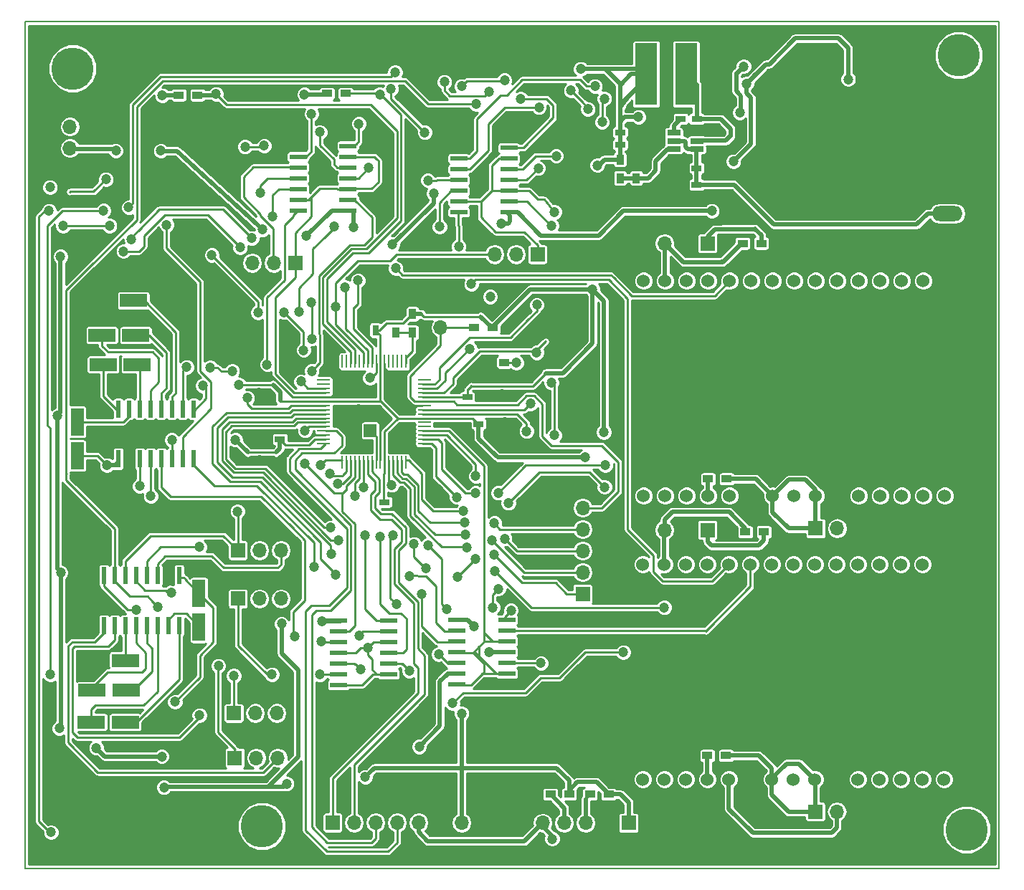
<source format=gbr>
G04 #@! TF.FileFunction,Copper,L2,Bot,Signal*
%FSLAX46Y46*%
G04 Gerber Fmt 4.6, Leading zero omitted, Abs format (unit mm)*
G04 Created by KiCad (PCBNEW 4.0.6) date 07/10/17 08:35:26*
%MOMM*%
%LPD*%
G01*
G04 APERTURE LIST*
%ADD10C,0.100000*%
%ADD11C,0.150000*%
%ADD12R,2.000000X0.600000*%
%ADD13R,3.600000X1.800000*%
%ADD14O,3.600000X1.800000*%
%ADD15R,1.700000X1.700000*%
%ADD16O,1.700000X1.700000*%
%ADD17R,1.500000X0.250000*%
%ADD18R,0.250000X1.500000*%
%ADD19C,5.000000*%
%ADD20R,1.200000X0.750000*%
%ADD21R,0.750000X1.200000*%
%ADD22R,3.200000X1.500000*%
%ADD23R,1.500000X3.200000*%
%ADD24R,2.600000X7.300000*%
%ADD25R,0.900000X1.200000*%
%ADD26R,1.200000X0.900000*%
%ADD27R,1.560000X0.650000*%
%ADD28C,1.524000*%
%ADD29R,0.600000X2.000000*%
%ADD30C,1.200000*%
%ADD31C,0.254000*%
%ADD32C,0.500000*%
%ADD33C,0.250000*%
G04 APERTURE END LIST*
D10*
D11*
X66000000Y-35000000D02*
X66000000Y-135000000D01*
X66000000Y-135000000D02*
X181000000Y-135000000D01*
X181000000Y-35000000D02*
X181000000Y-135000000D01*
X66000000Y-35000000D02*
X181000000Y-35000000D01*
D12*
X117220000Y-57510000D03*
X117220000Y-56240000D03*
X117220000Y-54970000D03*
X117220000Y-53700000D03*
X117220000Y-52430000D03*
X117220000Y-51160000D03*
X117220000Y-49890000D03*
X123120000Y-49890000D03*
X123120000Y-51160000D03*
X123120000Y-52430000D03*
X123120000Y-53700000D03*
X123120000Y-54970000D03*
X123120000Y-56240000D03*
X123120000Y-57510000D03*
X122890000Y-105660000D03*
X122890000Y-106930000D03*
X122890000Y-108200000D03*
X122890000Y-109470000D03*
X122890000Y-110740000D03*
X122890000Y-112010000D03*
X122890000Y-113280000D03*
X116990000Y-113280000D03*
X116990000Y-112010000D03*
X116990000Y-110740000D03*
X116990000Y-109470000D03*
X116990000Y-108200000D03*
X116990000Y-106930000D03*
X116990000Y-105660000D03*
X108940000Y-105740000D03*
X108940000Y-107010000D03*
X108940000Y-108280000D03*
X108940000Y-109550000D03*
X108940000Y-110820000D03*
X108940000Y-112090000D03*
X108940000Y-113360000D03*
X103040000Y-113360000D03*
X103040000Y-112090000D03*
X103040000Y-110820000D03*
X103040000Y-109550000D03*
X103040000Y-108280000D03*
X103040000Y-107010000D03*
X103040000Y-105740000D03*
D13*
X174880000Y-52580000D03*
D14*
X174880000Y-57660000D03*
D15*
X71300000Y-52480000D03*
D16*
X71300000Y-49940000D03*
X71300000Y-47400000D03*
D17*
X101260000Y-84830000D03*
X101260000Y-84330000D03*
X101260000Y-83830000D03*
X101260000Y-83330000D03*
X101260000Y-82830000D03*
X101260000Y-82330000D03*
X101260000Y-81830000D03*
X101260000Y-81330000D03*
X101260000Y-80830000D03*
X101260000Y-80330000D03*
X101260000Y-79830000D03*
X101260000Y-79330000D03*
X101260000Y-78830000D03*
X101260000Y-78330000D03*
X101260000Y-77830000D03*
X101260000Y-77330000D03*
D18*
X103460000Y-75130000D03*
X103960000Y-75130000D03*
X104460000Y-75130000D03*
X104960000Y-75130000D03*
X105460000Y-75130000D03*
X105960000Y-75130000D03*
X106460000Y-75130000D03*
X106960000Y-75130000D03*
X107460000Y-75130000D03*
X107960000Y-75130000D03*
X108460000Y-75130000D03*
X108960000Y-75130000D03*
X109460000Y-75130000D03*
X109960000Y-75130000D03*
X110460000Y-75130000D03*
X110960000Y-75130000D03*
D17*
X113160000Y-77330000D03*
X113160000Y-77830000D03*
X113160000Y-78330000D03*
X113160000Y-78830000D03*
X113160000Y-79330000D03*
X113160000Y-79830000D03*
X113160000Y-80330000D03*
X113160000Y-80830000D03*
X113160000Y-81330000D03*
X113160000Y-81830000D03*
X113160000Y-82330000D03*
X113160000Y-82830000D03*
X113160000Y-83330000D03*
X113160000Y-83830000D03*
X113160000Y-84330000D03*
X113160000Y-84830000D03*
D18*
X110960000Y-87030000D03*
X110460000Y-87030000D03*
X109960000Y-87030000D03*
X109460000Y-87030000D03*
X108960000Y-87030000D03*
X108460000Y-87030000D03*
X107960000Y-87030000D03*
X107460000Y-87030000D03*
X106960000Y-87030000D03*
X106460000Y-87030000D03*
X105960000Y-87030000D03*
X105460000Y-87030000D03*
X104960000Y-87030000D03*
X104460000Y-87030000D03*
X103960000Y-87030000D03*
X103460000Y-87030000D03*
D10*
G36*
X106010000Y-84040000D02*
X106010000Y-82540000D01*
X107510000Y-82540000D01*
X107510000Y-84040000D01*
X106010000Y-84040000D01*
X106010000Y-84040000D01*
G37*
D19*
X71630000Y-40510000D03*
X93980000Y-130050000D03*
X177170000Y-130430000D03*
D20*
X143390000Y-52290000D03*
X145290000Y-52290000D03*
X145290000Y-54260000D03*
X143390000Y-54260000D03*
X145310000Y-46480000D03*
X143410000Y-46480000D03*
X136270000Y-49510000D03*
X138170000Y-49510000D03*
X136270000Y-48050000D03*
X138170000Y-48050000D03*
D21*
X107370000Y-71440000D03*
X107370000Y-69540000D03*
D20*
X118210000Y-79350000D03*
X120110000Y-79350000D03*
X119550000Y-82510000D03*
X121450000Y-82510000D03*
X108450000Y-91740000D03*
X110350000Y-91740000D03*
X96100000Y-84330000D03*
X94200000Y-84330000D03*
D22*
X75230000Y-75500000D03*
X79230000Y-75500000D03*
X75070000Y-72030000D03*
X79070000Y-72030000D03*
X74820000Y-67940000D03*
X78820000Y-67940000D03*
D23*
X72150000Y-82260000D03*
X72150000Y-86260000D03*
D22*
X77830000Y-117740000D03*
X73830000Y-117740000D03*
X77910000Y-113970000D03*
X73910000Y-113970000D03*
X73860000Y-110450000D03*
X77860000Y-110450000D03*
D23*
X86530000Y-106510000D03*
X86530000Y-102510000D03*
D15*
X115062000Y-68580000D03*
D16*
X115062000Y-71120000D03*
D15*
X131840000Y-102590000D03*
D16*
X131840000Y-100050000D03*
X131840000Y-97510000D03*
X131840000Y-94970000D03*
X131840000Y-92430000D03*
X131840000Y-89890000D03*
D15*
X102320000Y-129620000D03*
D16*
X104860000Y-129620000D03*
X107400000Y-129620000D03*
X109940000Y-129620000D03*
X112480000Y-129620000D03*
X115020000Y-129620000D03*
X117560000Y-129620000D03*
D15*
X137270000Y-129650000D03*
D16*
X134730000Y-129650000D03*
X132190000Y-129650000D03*
X129650000Y-129650000D03*
X127110000Y-129650000D03*
D15*
X126510000Y-62470000D03*
D16*
X123970000Y-62470000D03*
X121430000Y-62470000D03*
D15*
X97900000Y-63480000D03*
D16*
X95360000Y-63480000D03*
X92820000Y-63480000D03*
D15*
X146570000Y-95050000D03*
D16*
X144030000Y-95050000D03*
X141490000Y-95050000D03*
D15*
X159310000Y-128320000D03*
D16*
X161850000Y-128320000D03*
X164390000Y-128320000D03*
D15*
X146590000Y-61170000D03*
D16*
X144050000Y-61170000D03*
X141510000Y-61170000D03*
D15*
X159350000Y-94850000D03*
D16*
X161890000Y-94850000D03*
X164430000Y-94850000D03*
D15*
X90640000Y-116680000D03*
D16*
X93180000Y-116680000D03*
X95720000Y-116680000D03*
D15*
X90770000Y-121970000D03*
D16*
X93310000Y-121970000D03*
X95850000Y-121970000D03*
D15*
X91140000Y-97450000D03*
D16*
X93680000Y-97450000D03*
X96220000Y-97450000D03*
D15*
X91140000Y-103150000D03*
D16*
X93680000Y-103150000D03*
X96220000Y-103150000D03*
D24*
X144040000Y-41180000D03*
X139340000Y-41180000D03*
D25*
X136270000Y-51280000D03*
X136270000Y-53480000D03*
X138170000Y-53470000D03*
X138170000Y-51270000D03*
D26*
X121242000Y-71120000D03*
X119042000Y-71120000D03*
D25*
X111760000Y-71712000D03*
X111760000Y-69512000D03*
D26*
X130230000Y-126270000D03*
X128030000Y-126270000D03*
X134910000Y-126270000D03*
X132710000Y-126270000D03*
X146550000Y-121680000D03*
X148750000Y-121680000D03*
X151046000Y-95250000D03*
X153246000Y-95250000D03*
X146640000Y-89010000D03*
X148840000Y-89010000D03*
X150730000Y-61180000D03*
X152930000Y-61180000D03*
D27*
X145320000Y-48120000D03*
X145320000Y-49070000D03*
X145320000Y-50020000D03*
X142620000Y-50020000D03*
X142620000Y-48120000D03*
X142620000Y-49070000D03*
D28*
X138940000Y-99110000D03*
X141480000Y-99110000D03*
X144020000Y-99110000D03*
X146560000Y-99110000D03*
X149100000Y-99110000D03*
X151640000Y-99110000D03*
X154180000Y-99110000D03*
X156720000Y-99110000D03*
X159260000Y-99110000D03*
X161800000Y-99110000D03*
X164340000Y-99110000D03*
X166880000Y-99110000D03*
X169420000Y-99110000D03*
X171960000Y-99110000D03*
X174500000Y-99110000D03*
X174500000Y-124510000D03*
X171960000Y-124510000D03*
X169420000Y-124510000D03*
X166880000Y-124510000D03*
X164340000Y-124510000D03*
X161800000Y-124510000D03*
X159260000Y-124510000D03*
X156720000Y-124510000D03*
X154180000Y-124510000D03*
X151640000Y-124510000D03*
X149100000Y-124510000D03*
X146560000Y-124510000D03*
X144020000Y-124510000D03*
X141480000Y-124510000D03*
X138940000Y-124510000D03*
X139010000Y-65610000D03*
X141550000Y-65610000D03*
X144090000Y-65610000D03*
X146630000Y-65610000D03*
X149170000Y-65610000D03*
X151710000Y-65610000D03*
X154250000Y-65610000D03*
X156790000Y-65610000D03*
X159330000Y-65610000D03*
X161870000Y-65610000D03*
X164410000Y-65610000D03*
X166950000Y-65610000D03*
X169490000Y-65610000D03*
X172030000Y-65610000D03*
X174570000Y-65610000D03*
X174570000Y-91010000D03*
X172030000Y-91010000D03*
X169490000Y-91010000D03*
X166950000Y-91010000D03*
X164410000Y-91010000D03*
X161870000Y-91010000D03*
X159330000Y-91010000D03*
X156790000Y-91010000D03*
X154250000Y-91010000D03*
X151710000Y-91010000D03*
X149170000Y-91010000D03*
X146630000Y-91010000D03*
X144090000Y-91010000D03*
X141550000Y-91010000D03*
X139010000Y-91010000D03*
D25*
X109820000Y-69520000D03*
X109820000Y-71720000D03*
D19*
X176240000Y-38960000D03*
D26*
X86350000Y-43650000D03*
X84150000Y-43650000D03*
X101660000Y-43470000D03*
X103860000Y-43470000D03*
X122570000Y-75240000D03*
X120370000Y-75240000D03*
D29*
X84185000Y-106330000D03*
X82915000Y-106330000D03*
X81645000Y-106330000D03*
X80375000Y-106330000D03*
X79105000Y-106330000D03*
X77835000Y-106330000D03*
X76565000Y-106330000D03*
X75295000Y-106330000D03*
X75295000Y-100430000D03*
X76565000Y-100430000D03*
X77835000Y-100430000D03*
X79105000Y-100430000D03*
X80375000Y-100430000D03*
X81645000Y-100430000D03*
X82915000Y-100430000D03*
X84185000Y-100430000D03*
X76995000Y-80750000D03*
X78265000Y-80750000D03*
X79535000Y-80750000D03*
X80805000Y-80750000D03*
X82075000Y-80750000D03*
X83345000Y-80750000D03*
X84615000Y-80750000D03*
X85885000Y-80750000D03*
X85885000Y-86650000D03*
X84615000Y-86650000D03*
X83345000Y-86650000D03*
X82075000Y-86650000D03*
X80805000Y-86650000D03*
X79535000Y-86650000D03*
X78265000Y-86650000D03*
X76995000Y-86650000D03*
D12*
X98230000Y-57280000D03*
X98230000Y-56010000D03*
X98230000Y-54740000D03*
X98230000Y-53470000D03*
X98230000Y-52200000D03*
X98230000Y-50930000D03*
X98230000Y-49660000D03*
X104130000Y-49660000D03*
X104130000Y-50930000D03*
X104130000Y-52200000D03*
X104130000Y-53470000D03*
X104130000Y-54740000D03*
X104130000Y-56010000D03*
X104130000Y-57280000D03*
D30*
X120920000Y-67480000D03*
X68960000Y-54540000D03*
X75550000Y-53600000D03*
X115230000Y-121310000D03*
X72810000Y-95570000D03*
X111610000Y-44650000D03*
X122460000Y-47880000D03*
X116140000Y-47880000D03*
X91620000Y-69440000D03*
X90910000Y-67970000D03*
X77090000Y-78520000D03*
X91000000Y-86300000D03*
X114810000Y-61060000D03*
X107290000Y-49090000D03*
X102620000Y-48380000D03*
X156820000Y-51230000D03*
X101110000Y-51900000D03*
X96090000Y-49440000D03*
X166730000Y-43970000D03*
X168170000Y-45220000D03*
X170040000Y-46900000D03*
X173280000Y-44230000D03*
X171870000Y-42900000D03*
X170150000Y-41490000D03*
X168440000Y-40200000D03*
X143790000Y-81420000D03*
X141470000Y-74980000D03*
X123600000Y-84960000D03*
X118140000Y-87580000D03*
X116210000Y-86690000D03*
X114460000Y-90930000D03*
X110510000Y-90530000D03*
X112890000Y-86150000D03*
X110010000Y-84270000D03*
X105380000Y-80790000D03*
X88700000Y-45480000D03*
X112230000Y-40370000D03*
X112230000Y-37960000D03*
X148610000Y-40070000D03*
X146520000Y-40080000D03*
X163830000Y-45570000D03*
X147280000Y-47810000D03*
X161510000Y-47880000D03*
X140130000Y-48220000D03*
X141650000Y-52100000D03*
X114970000Y-63620000D03*
X126020000Y-81810000D03*
X125800000Y-76750000D03*
X121490000Y-76480000D03*
X147410000Y-42860000D03*
X91390000Y-37300000D03*
X93350000Y-92980000D03*
X127320000Y-114360000D03*
X131430000Y-112290000D03*
X96160000Y-86840000D03*
X93710000Y-86820000D03*
X84550000Y-60600000D03*
X86560000Y-60720000D03*
X85650000Y-59250000D03*
X85530000Y-62160000D03*
X105880000Y-70800000D03*
X122670000Y-82280000D03*
X122290000Y-78990000D03*
X92770000Y-84620000D03*
X93570000Y-78850000D03*
X75070000Y-129050000D03*
X77480000Y-129050000D03*
X77420000Y-127210000D03*
X75130000Y-127150000D03*
X76280000Y-92670000D03*
X78170000Y-92640000D03*
X78210000Y-94410000D03*
X72480000Y-75530000D03*
X72590000Y-77280000D03*
X72640000Y-78990000D03*
X138950000Y-109410000D03*
X140960000Y-109410000D03*
X143300000Y-109440000D03*
X143330000Y-111400000D03*
X141120000Y-111400000D03*
X138890000Y-111540000D03*
X96700000Y-74490000D03*
X93670000Y-76860000D03*
X96970000Y-76540000D03*
X90970000Y-73540000D03*
X105420000Y-78780000D03*
X109120000Y-77000000D03*
X110140000Y-80010000D03*
X107620000Y-66920000D03*
X109620000Y-66240000D03*
X115030000Y-66440000D03*
X72920000Y-111960000D03*
X77590000Y-65410000D03*
X75880000Y-65380000D03*
X154600000Y-46330000D03*
X166380000Y-70350000D03*
X163780000Y-70380000D03*
X168840000Y-70300000D03*
X148210000Y-37820000D03*
X117550000Y-116730000D03*
X118990000Y-106406000D03*
X82200000Y-43700000D03*
X150850000Y-40260000D03*
X150390000Y-45720000D03*
X138440000Y-46240000D03*
X131630000Y-40570000D03*
X98980000Y-43590000D03*
X69790000Y-81560000D03*
X70210000Y-100080000D03*
X70040000Y-118480000D03*
X70190000Y-62730000D03*
X132160000Y-86450000D03*
X134340000Y-83480000D03*
X132990000Y-66610000D03*
X133560000Y-51940000D03*
X90850000Y-84400000D03*
X91230000Y-77880000D03*
X106180000Y-124210000D03*
X96890000Y-125040000D03*
X101020000Y-105790000D03*
X74410000Y-120790000D03*
X82140000Y-121790000D03*
X82400000Y-125450000D03*
X96280000Y-106120000D03*
X122210000Y-58800000D03*
X114260000Y-55270000D03*
X104790000Y-59250000D03*
X109400000Y-61290000D03*
X99240000Y-60270000D03*
X82030000Y-50240000D03*
X76720000Y-50240000D03*
X94060000Y-59550000D03*
X128240000Y-131530000D03*
X147100000Y-57330000D03*
X149650000Y-51490000D03*
X83710000Y-115350000D03*
X75670000Y-87390000D03*
X151180000Y-42320000D03*
X163200000Y-41790000D03*
X125680000Y-80120000D03*
X125200000Y-83370000D03*
X126430000Y-68440000D03*
X118530000Y-73640000D03*
X124010000Y-75290000D03*
X126410000Y-74080000D03*
X106730000Y-77080000D03*
X121400000Y-97930000D03*
X118200000Y-97070000D03*
X121150000Y-96280000D03*
X117990000Y-95620000D03*
X122630000Y-96060000D03*
X117780000Y-92760000D03*
X121400000Y-94210000D03*
X117870000Y-94180000D03*
X119220000Y-88680000D03*
X128500000Y-57460000D03*
X126680000Y-45110000D03*
X102710000Y-68650000D03*
X109280000Y-89730000D03*
X92230000Y-79430000D03*
X117550000Y-42610000D03*
X122610000Y-41890000D03*
X88540000Y-43530000D03*
X126920000Y-110780000D03*
X133300000Y-42600000D03*
X69070000Y-130760000D03*
X70500000Y-59100000D03*
X68830000Y-57330000D03*
X77620000Y-62100000D03*
X75980000Y-59090000D03*
X103780000Y-66370000D03*
X91400000Y-61670000D03*
X86980000Y-77990000D03*
X85100000Y-75790000D03*
X107880000Y-43560000D03*
X111350000Y-111680000D03*
X134400000Y-44070000D03*
X134130000Y-46840000D03*
X115520000Y-42100000D03*
X120780000Y-43220000D03*
X130450000Y-43130000D03*
X132450000Y-45300000D03*
X99820000Y-45870000D03*
X69000000Y-112110000D03*
X75270000Y-57320000D03*
X78550000Y-60670000D03*
X92800000Y-60570000D03*
X105320000Y-65560000D03*
X80850000Y-91050000D03*
X79530000Y-89860000D03*
X124500000Y-44100000D03*
X119260000Y-44720000D03*
X81680000Y-104140000D03*
X90650000Y-112270000D03*
X86590000Y-116930000D03*
X112540000Y-120640000D03*
X88840000Y-111090000D03*
X79160000Y-104490000D03*
X91080000Y-92840000D03*
X105420000Y-47050000D03*
X100840000Y-112120000D03*
X95160000Y-112110000D03*
X83260000Y-102450000D03*
X86610000Y-97040000D03*
X99050000Y-83290000D03*
X102090000Y-94750000D03*
X117190000Y-61530000D03*
X123380000Y-104550000D03*
X113550000Y-53730000D03*
X121900000Y-101990000D03*
X121220000Y-104200000D03*
X103050000Y-96230000D03*
X120820000Y-109450000D03*
X102150000Y-97900000D03*
X128710000Y-50840000D03*
X114860000Y-109720000D03*
X128160000Y-59090000D03*
X128160000Y-77620000D03*
X128500000Y-83850000D03*
X102690000Y-100360000D03*
X111410000Y-100520000D03*
X106480000Y-108980000D03*
X98570000Y-77500000D03*
X134520000Y-87400000D03*
X119210000Y-90680000D03*
X121870000Y-90660000D03*
X134420000Y-89960000D03*
X123080000Y-91850000D03*
X116940000Y-91150000D03*
X99000000Y-87210000D03*
X99850000Y-76240000D03*
X109470000Y-95660000D03*
X100810000Y-48030000D03*
X94240000Y-49650000D03*
X91980000Y-49760000D03*
X88060000Y-62560000D03*
X93530000Y-69350000D03*
X96600000Y-69330000D03*
X98890000Y-73790000D03*
X109860000Y-103830000D03*
X105610000Y-111540000D03*
X102940000Y-89550000D03*
X93740000Y-55200000D03*
X99750000Y-68170000D03*
X99870000Y-72440000D03*
X107900000Y-95870000D03*
X101990000Y-88420000D03*
X94580000Y-75490000D03*
X106130000Y-95710000D03*
X100920000Y-87340000D03*
X114950000Y-59210000D03*
X118690000Y-65990000D03*
X113210000Y-48060000D03*
X109230000Y-42950000D03*
X109700000Y-40980000D03*
X78230000Y-56920000D03*
X82720000Y-58990000D03*
X126600000Y-52300000D03*
X95220000Y-57990000D03*
X109770000Y-64130000D03*
X98330000Y-69280000D03*
X106600000Y-52270000D03*
X102510000Y-59220000D03*
X90470000Y-76240000D03*
X87860000Y-75840000D03*
X83340000Y-84400000D03*
X100120000Y-99410000D03*
X112850000Y-102640000D03*
X105430000Y-107500000D03*
X101010000Y-108240000D03*
X97870000Y-107600000D03*
X141470000Y-104200000D03*
X119190000Y-98470000D03*
X121480000Y-99900000D03*
X113370000Y-99530000D03*
X117090000Y-100590000D03*
X111910000Y-96700000D03*
X105980000Y-89960000D03*
X136630000Y-109480000D03*
X116470000Y-115520000D03*
X115820000Y-104420000D03*
X113580000Y-96830000D03*
X104950000Y-91050000D03*
D31*
X71290000Y-55090000D02*
X71310000Y-55070000D01*
X71310000Y-55070000D02*
X74080000Y-55070000D01*
X74080000Y-55070000D02*
X75550000Y-53600000D01*
X116140000Y-47880000D02*
X114840000Y-47880000D01*
X114840000Y-47880000D02*
X111610000Y-44650000D01*
X117470000Y-49890000D02*
X117470000Y-49210000D01*
X117470000Y-49210000D02*
X116140000Y-47880000D01*
X82910000Y-100190000D02*
X82910000Y-99680000D01*
X82910000Y-99680000D02*
X82910000Y-99340000D01*
X82915000Y-100680000D02*
X82915000Y-99685000D01*
X82915000Y-99685000D02*
X82910000Y-99680000D01*
X98480000Y-49660000D02*
X96310000Y-49660000D01*
X96310000Y-49660000D02*
X96090000Y-49440000D01*
X90910000Y-67970000D02*
X91620000Y-68680000D01*
X91620000Y-68680000D02*
X91620000Y-69440000D01*
X89680000Y-66740000D02*
X89630000Y-66690000D01*
X89630000Y-66690000D02*
X89630000Y-66260000D01*
X90910000Y-67970000D02*
X89680000Y-66740000D01*
X89680000Y-66740000D02*
X89600000Y-66740000D01*
X90970000Y-73540000D02*
X90910000Y-73480000D01*
X90910000Y-73480000D02*
X90910000Y-67970000D01*
D32*
X114810000Y-61060000D02*
X114810000Y-61100000D01*
X107290000Y-49090000D02*
X107310000Y-49090000D01*
X107310000Y-49090000D02*
X107330000Y-49070000D01*
D31*
X156920000Y-51230000D02*
X156820000Y-51230000D01*
X97668000Y-49420000D02*
X97648000Y-49440000D01*
X97648000Y-49440000D02*
X96090000Y-49440000D01*
X170040000Y-46900000D02*
X170610000Y-46900000D01*
X170610000Y-46900000D02*
X173280000Y-44230000D01*
X141470000Y-74980000D02*
X143790000Y-77300000D01*
X143790000Y-77300000D02*
X143790000Y-81420000D01*
X125440000Y-84860000D02*
X125340000Y-84960000D01*
X125340000Y-84960000D02*
X123600000Y-84960000D01*
X126020000Y-81810000D02*
X126210000Y-82000000D01*
X126210000Y-82000000D02*
X126210000Y-84090000D01*
X126210000Y-84090000D02*
X125440000Y-84860000D01*
X116210000Y-86690000D02*
X117100000Y-87580000D01*
X117100000Y-87580000D02*
X118140000Y-87580000D01*
X113360000Y-90090000D02*
X114200000Y-90930000D01*
X114200000Y-90930000D02*
X114460000Y-90930000D01*
X113360000Y-90090000D02*
X114200000Y-90930000D01*
X114200000Y-90930000D02*
X114460000Y-90930000D01*
X112890000Y-86150000D02*
X112820000Y-86080000D01*
X112820000Y-86080000D02*
X111820000Y-86080000D01*
X112890000Y-86150000D02*
X113360000Y-86620000D01*
X110510000Y-91580000D02*
X110510000Y-90530000D01*
X113360000Y-86620000D02*
X113360000Y-88810000D01*
X113360000Y-88810000D02*
X113360000Y-90090000D01*
X112700000Y-86080000D02*
X112820000Y-86080000D01*
X111820000Y-86080000D02*
X112700000Y-86080000D01*
X110010000Y-84270000D02*
X111820000Y-86080000D01*
X113360000Y-90090000D02*
X113380000Y-90110000D01*
X90950000Y-71100000D02*
X90910000Y-71060000D01*
X90910000Y-71060000D02*
X90910000Y-67540000D01*
X90910000Y-67540000D02*
X89630000Y-66260000D01*
X89630000Y-66260000D02*
X85530000Y-62160000D01*
X107180000Y-81270000D02*
X106700000Y-80790000D01*
X106700000Y-80790000D02*
X105380000Y-80790000D01*
X107960000Y-86780000D02*
X107960000Y-82160000D01*
X107960000Y-82160000D02*
X107960000Y-82120000D01*
X107960000Y-82120000D02*
X107960000Y-82050000D01*
X107960000Y-82050000D02*
X107180000Y-81270000D01*
X97680000Y-96280000D02*
X97760000Y-96360000D01*
X97760000Y-96360000D02*
X97760000Y-99550000D01*
X97760000Y-99550000D02*
X96860000Y-100450000D01*
X93350000Y-92980000D02*
X94110000Y-93740000D01*
X94110000Y-93740000D02*
X95340000Y-93740000D01*
X95340000Y-93740000D02*
X95340000Y-93940000D01*
X95340000Y-93940000D02*
X97680000Y-96280000D01*
X88850000Y-100330000D02*
X88970000Y-100450000D01*
X88970000Y-100450000D02*
X96860000Y-100450000D01*
X83300000Y-98960000D02*
X87090000Y-98960000D01*
X87090000Y-98960000D02*
X87250000Y-98960000D01*
X87250000Y-98960000D02*
X87480000Y-98960000D01*
X87480000Y-98960000D02*
X88850000Y-100330000D01*
X82915000Y-100195000D02*
X82910000Y-100190000D01*
X82910000Y-99340000D02*
X82920000Y-99340000D01*
X82920000Y-99340000D02*
X83300000Y-98960000D01*
X97668000Y-49420000D02*
X93728000Y-45480000D01*
X93728000Y-45480000D02*
X88700000Y-45480000D01*
X91390000Y-37300000D02*
X92000000Y-36690000D01*
D32*
X92000000Y-36690000D02*
X110960000Y-36690000D01*
D31*
X110960000Y-36690000D02*
X112230000Y-37960000D01*
X136090000Y-35810000D02*
X136110000Y-35790000D01*
X136110000Y-35790000D02*
X146180000Y-35790000D01*
X146180000Y-35790000D02*
X148210000Y-37820000D01*
X112230000Y-37960000D02*
X113460000Y-36730000D01*
X113460000Y-36730000D02*
X135020000Y-36730000D01*
X135020000Y-36730000D02*
X135170000Y-36730000D01*
X135170000Y-36730000D02*
X136090000Y-35810000D01*
X148610000Y-40070000D02*
X148610000Y-38220000D01*
X148610000Y-38220000D02*
X148210000Y-37820000D01*
X147410000Y-42860000D02*
X146520000Y-41970000D01*
X146520000Y-41970000D02*
X146520000Y-40080000D01*
X148210000Y-37820000D02*
X150180000Y-35850000D01*
X150180000Y-35850000D02*
X164170000Y-35850000D01*
X164170000Y-35850000D02*
X164170000Y-36870000D01*
X164170000Y-36870000D02*
X164170000Y-45220000D01*
X164170000Y-45220000D02*
X163830000Y-45570000D01*
X145320000Y-48120000D02*
X145630000Y-47810000D01*
X145630000Y-47810000D02*
X147280000Y-47810000D01*
X161550000Y-47860000D02*
X161530000Y-47860000D01*
X161530000Y-47860000D02*
X161510000Y-47880000D01*
X141650000Y-52100000D02*
X141840000Y-52290000D01*
X141840000Y-52290000D02*
X143390000Y-52290000D01*
X138170000Y-48050000D02*
X138340000Y-48220000D01*
X138340000Y-48220000D02*
X140130000Y-48220000D01*
X138170000Y-49510000D02*
X138170000Y-51270000D01*
X138170000Y-48050000D02*
X138170000Y-49510000D01*
X145040000Y-59150000D02*
X144050000Y-60140000D01*
X144050000Y-60140000D02*
X144050000Y-61170000D01*
X147130000Y-58900000D02*
X146880000Y-59150000D01*
X146880000Y-59150000D02*
X145040000Y-59150000D01*
X148810000Y-58230000D02*
X148140000Y-58900000D01*
X148140000Y-58900000D02*
X147130000Y-58900000D01*
X148810000Y-57220000D02*
X148810000Y-58230000D01*
X147690000Y-56100000D02*
X148810000Y-57220000D01*
X143890000Y-56020000D02*
X143970000Y-56100000D01*
X143970000Y-56100000D02*
X147690000Y-56100000D01*
X143390000Y-54260000D02*
X143420000Y-54290000D01*
X143420000Y-54290000D02*
X143420000Y-55550000D01*
X143420000Y-55550000D02*
X143890000Y-56020000D01*
X143390000Y-52290000D02*
X143390000Y-54260000D01*
X144050000Y-61170000D02*
X141940000Y-59060000D01*
X141940000Y-59060000D02*
X141410000Y-59060000D01*
X139380000Y-59890000D02*
X140210000Y-59060000D01*
X140210000Y-59060000D02*
X141410000Y-59060000D01*
X135030000Y-64240000D02*
X139380000Y-59890000D01*
X120640000Y-64260000D02*
X120660000Y-64240000D01*
X120660000Y-64240000D02*
X135030000Y-64240000D01*
X114970000Y-63620000D02*
X120000000Y-63620000D01*
X120000000Y-63620000D02*
X120640000Y-64260000D01*
X107620000Y-66920000D02*
X108300000Y-66240000D01*
X108300000Y-66240000D02*
X109620000Y-66240000D01*
X115030000Y-66440000D02*
X114830000Y-66240000D01*
X114830000Y-66240000D02*
X109620000Y-66240000D01*
X121490000Y-76480000D02*
X121540000Y-76530000D01*
X121540000Y-76530000D02*
X125600000Y-76530000D01*
X125600000Y-76530000D02*
X125600000Y-76550000D01*
X125600000Y-76550000D02*
X125800000Y-76750000D01*
X110350000Y-91740000D02*
X110510000Y-91580000D01*
X120370000Y-75240000D02*
X121490000Y-76360000D01*
X121490000Y-76360000D02*
X121490000Y-76480000D01*
X72480000Y-75530000D02*
X72580000Y-75430000D01*
X72580000Y-75430000D02*
X72580000Y-70180000D01*
X72580000Y-70180000D02*
X74820000Y-67940000D01*
X131430000Y-112290000D02*
X129360000Y-114360000D01*
X129360000Y-114360000D02*
X127320000Y-114360000D01*
X138890000Y-111540000D02*
X138140000Y-112290000D01*
X138140000Y-112290000D02*
X131430000Y-112290000D01*
X93710000Y-86820000D02*
X93730000Y-86840000D01*
X93730000Y-86840000D02*
X96160000Y-86840000D01*
X121450000Y-82510000D02*
X121680000Y-82280000D01*
X121680000Y-82280000D02*
X122670000Y-82280000D01*
X120110000Y-79350000D02*
X120470000Y-78990000D01*
X120470000Y-78990000D02*
X122290000Y-78990000D01*
X107370000Y-69540000D02*
X106110000Y-70800000D01*
X106110000Y-70800000D02*
X105880000Y-70800000D01*
X97400000Y-83470000D02*
X97270000Y-83340000D01*
X97270000Y-83340000D02*
X95190000Y-83340000D01*
X95190000Y-83340000D02*
X94200000Y-84330000D01*
X94200000Y-84320000D02*
X94200000Y-84330000D01*
X99740000Y-84140000D02*
X99640000Y-84240000D01*
X99640000Y-84240000D02*
X98150000Y-84240000D01*
X98150000Y-84240000D02*
X98130000Y-84240000D01*
X98130000Y-84240000D02*
X98130000Y-84200000D01*
X98130000Y-84200000D02*
X97400000Y-83470000D01*
X101510000Y-83830000D02*
X101500000Y-83840000D01*
X101500000Y-83840000D02*
X100040000Y-83840000D01*
X100040000Y-83840000D02*
X99740000Y-84140000D01*
X94200000Y-84330000D02*
X93910000Y-84620000D01*
X93910000Y-84620000D02*
X92770000Y-84620000D01*
X94210000Y-79780000D02*
X93570000Y-79140000D01*
X93570000Y-79140000D02*
X93570000Y-78850000D01*
X96710000Y-74190000D02*
X96710000Y-76280000D01*
X96710000Y-76280000D02*
X96970000Y-76540000D01*
X92980000Y-71200000D02*
X92980000Y-72850000D01*
X92980000Y-72850000D02*
X91660000Y-72850000D01*
X91660000Y-72850000D02*
X90970000Y-73540000D01*
X92980000Y-71200000D02*
X92880000Y-71100000D01*
X92880000Y-71100000D02*
X90950000Y-71100000D01*
X95050000Y-76810000D02*
X94770000Y-76530000D01*
X97600000Y-79360000D02*
X95050000Y-76810000D01*
X101480000Y-79360000D02*
X97600000Y-79360000D01*
X93960000Y-76530000D02*
X90970000Y-73540000D01*
X94770000Y-76530000D02*
X93960000Y-76530000D01*
X101510000Y-79330000D02*
X101480000Y-79360000D01*
X101510000Y-79330000D02*
X103940000Y-79330000D01*
X103940000Y-79330000D02*
X104870000Y-79330000D01*
X104870000Y-79330000D02*
X105420000Y-78780000D01*
X108460000Y-75380000D02*
X108450000Y-75390000D01*
X108450000Y-75390000D02*
X108450000Y-76330000D01*
X108450000Y-76330000D02*
X109120000Y-77000000D01*
X112910000Y-80330000D02*
X110450000Y-80330000D01*
X110450000Y-80330000D02*
X110450000Y-80320000D01*
X110450000Y-80320000D02*
X110140000Y-80010000D01*
X107370000Y-69540000D02*
X107620000Y-69290000D01*
X107620000Y-69290000D02*
X107620000Y-66920000D01*
X109820000Y-69520000D02*
X109620000Y-69320000D01*
X109620000Y-69320000D02*
X109620000Y-66240000D01*
X115062000Y-68580000D02*
X115030000Y-68548000D01*
X115030000Y-68548000D02*
X115030000Y-66440000D01*
X73860000Y-110450000D02*
X72920000Y-111390000D01*
X72920000Y-111390000D02*
X72920000Y-111960000D01*
X75880000Y-65380000D02*
X75910000Y-65410000D01*
X75910000Y-65410000D02*
X77590000Y-65410000D01*
X74820000Y-67940000D02*
X74830000Y-67930000D01*
X74830000Y-67930000D02*
X74830000Y-66430000D01*
X74830000Y-66430000D02*
X75880000Y-65380000D01*
D33*
X174880000Y-52580000D02*
X174880000Y-52210000D01*
X174880000Y-52580000D02*
X174880000Y-52170000D01*
D32*
X149310000Y-47630000D02*
X148160000Y-46480000D01*
X148160000Y-46480000D02*
X145310000Y-46480000D01*
X149260000Y-48550000D02*
X149310000Y-48500000D01*
X149310000Y-48500000D02*
X149310000Y-47630000D01*
X145320000Y-49070000D02*
X145350000Y-49040000D01*
X145350000Y-49040000D02*
X148770000Y-49040000D01*
X148770000Y-49040000D02*
X149260000Y-48550000D01*
X145310000Y-46480000D02*
X145310000Y-42450000D01*
D31*
X145310000Y-42450000D02*
X144040000Y-41180000D01*
D32*
X142620000Y-48120000D02*
X142620000Y-47270000D01*
X142620000Y-47270000D02*
X143410000Y-46480000D01*
X101020000Y-105790000D02*
X103240000Y-105790000D01*
X103240000Y-105790000D02*
X103290000Y-105740000D01*
D31*
X137748268Y-43320000D02*
X136443049Y-44960000D01*
D32*
X139340000Y-41180000D02*
X139340000Y-41728268D01*
X139340000Y-41728268D02*
X137748268Y-43320000D01*
D31*
X136443049Y-44960000D02*
X136260000Y-45190000D01*
D32*
X136443049Y-44960000D02*
X136443049Y-44629303D01*
X136443049Y-44629303D02*
X137732352Y-43340000D01*
X139340000Y-41180000D02*
X137540000Y-41180000D01*
X136260000Y-42460000D02*
X136260000Y-44990000D01*
X137540000Y-41180000D02*
X136260000Y-42460000D01*
X117550000Y-116730000D02*
X117550000Y-117410000D01*
X117550000Y-117410000D02*
X117560000Y-117420000D01*
X118990000Y-106406000D02*
X118244000Y-105660000D01*
X118244000Y-105660000D02*
X117240000Y-105660000D01*
X136260000Y-46790000D02*
X136260000Y-44990000D01*
X136260000Y-44990000D02*
X136260000Y-42300000D01*
D31*
X103290000Y-105740000D02*
X101530000Y-105740000D01*
X101530000Y-105740000D02*
X101470000Y-105800000D01*
X82200000Y-43700000D02*
X82250000Y-43650000D01*
X108450000Y-91740000D02*
X108320000Y-91610000D01*
X108320000Y-91610000D02*
X108320000Y-88480000D01*
X108320000Y-88480000D02*
X108460000Y-88340000D01*
D32*
X150850000Y-40260000D02*
X149990000Y-41120000D01*
X138440000Y-46240000D02*
X136830000Y-46240000D01*
X136830000Y-46240000D02*
X136270000Y-46800000D01*
X150540000Y-43750000D02*
X150160000Y-43370000D01*
X150540000Y-45570000D02*
X150540000Y-43750000D01*
X150390000Y-45720000D02*
X150540000Y-45570000D01*
X149990000Y-43200000D02*
X149990000Y-41030000D01*
X150160000Y-43370000D02*
X149990000Y-43200000D01*
X150070000Y-41030000D02*
X149990000Y-41030000D01*
X149990000Y-41110000D02*
X150070000Y-41030000D01*
X149990000Y-41120000D02*
X149990000Y-41110000D01*
X122980000Y-86450000D02*
X121790000Y-86450000D01*
X119550000Y-84210000D02*
X121730000Y-86390000D01*
X119550000Y-84140000D02*
X119550000Y-84210000D01*
X119550000Y-83910000D02*
X119550000Y-84140000D01*
D31*
X119550000Y-83870000D02*
X119550000Y-83910000D01*
D32*
X119550000Y-82510000D02*
X119550000Y-83870000D01*
X122980000Y-86450000D02*
X124100000Y-86450000D01*
D31*
X121730000Y-86490000D02*
X121730000Y-86390000D01*
X121770000Y-86450000D02*
X121730000Y-86490000D01*
X121790000Y-86450000D02*
X121770000Y-86450000D01*
X139340000Y-41180000D02*
X138730000Y-40570000D01*
D32*
X138730000Y-40570000D02*
X134530000Y-40570000D01*
D31*
X136270000Y-46800000D02*
X136260000Y-46790000D01*
D32*
X136260000Y-42300000D02*
X134530000Y-40570000D01*
D31*
X118710000Y-78020000D02*
X118720000Y-78030000D01*
X118720000Y-78030000D02*
X125980000Y-78030000D01*
X125980000Y-78030000D02*
X127510000Y-76500000D01*
X118210000Y-79350000D02*
X118210000Y-78500000D01*
X118210000Y-78500000D02*
X118210000Y-78490000D01*
X118210000Y-78490000D02*
X118240000Y-78490000D01*
X118240000Y-78490000D02*
X118710000Y-78020000D01*
X118710000Y-78020000D02*
X118710000Y-78000000D01*
X139340000Y-41180000D02*
X138730000Y-40570000D01*
D32*
X134530000Y-40570000D02*
X131630000Y-40570000D01*
X136270000Y-46800000D02*
X136270000Y-48050000D01*
D31*
X101660000Y-43470000D02*
X101540000Y-43590000D01*
D32*
X101540000Y-43590000D02*
X98980000Y-43590000D01*
D31*
X99530000Y-85005998D02*
X99514002Y-84990000D01*
X99514002Y-84990000D02*
X96760000Y-84990000D01*
X96760000Y-84990000D02*
X96100000Y-84330000D01*
X101510000Y-84330000D02*
X100450000Y-84330000D01*
X100450000Y-84330000D02*
X100360000Y-84330000D01*
X100360000Y-84330000D02*
X100205998Y-84330000D01*
X100205998Y-84330000D02*
X99530000Y-85005998D01*
X101510000Y-84330000D02*
X101500000Y-84320000D01*
X69790000Y-81560000D02*
X70190000Y-81160000D01*
D32*
X70190000Y-81160000D02*
X70190000Y-64270000D01*
D31*
X70210000Y-100080000D02*
X69790000Y-99660000D01*
D32*
X69790000Y-99660000D02*
X69790000Y-81560000D01*
D31*
X70040000Y-118480000D02*
X70210000Y-118310000D01*
D32*
X70210000Y-118310000D02*
X70210000Y-100080000D01*
X70190000Y-64270000D02*
X70190000Y-62730000D01*
D31*
X101510000Y-79830000D02*
X107890000Y-79830000D01*
X107890000Y-79830000D02*
X107960000Y-79760000D01*
X107960000Y-75380000D02*
X107960000Y-79760000D01*
X107960000Y-79760000D02*
X107960000Y-79780000D01*
X107960000Y-79780000D02*
X110010000Y-81830000D01*
X108460000Y-86780000D02*
X108460000Y-85910000D01*
X108460000Y-85910000D02*
X108460000Y-83380000D01*
X108460000Y-83380000D02*
X110010000Y-81830000D01*
X110010000Y-81830000D02*
X112910000Y-81830000D01*
D32*
X134340000Y-83480000D02*
X134340000Y-67960000D01*
X134340000Y-67960000D02*
X132990000Y-66610000D01*
D31*
X119550000Y-82510000D02*
X119750000Y-82510000D01*
D32*
X124100000Y-86450000D02*
X132160000Y-86450000D01*
D31*
X118210000Y-79350000D02*
X118210000Y-78500000D01*
X118210000Y-78500000D02*
X118710000Y-78000000D01*
D32*
X127510000Y-76500000D02*
X129510000Y-76500000D01*
X129510000Y-76500000D02*
X132990000Y-73020000D01*
X132990000Y-73020000D02*
X132990000Y-66610000D01*
X136270000Y-51280000D02*
X136270000Y-49510000D01*
D31*
X133560000Y-51940000D02*
X133740000Y-51940000D01*
D32*
X133740000Y-51940000D02*
X134400000Y-51280000D01*
X134400000Y-51280000D02*
X136270000Y-51280000D01*
D31*
X121242000Y-71120000D02*
X121242000Y-71018000D01*
D32*
X121242000Y-71018000D02*
X125650000Y-66610000D01*
X125650000Y-66610000D02*
X132990000Y-66610000D01*
D31*
X107370000Y-71440000D02*
X107840000Y-71440000D01*
X107840000Y-71440000D02*
X108670000Y-70610000D01*
X108670000Y-70610000D02*
X110662000Y-70610000D01*
X110662000Y-70610000D02*
X111760000Y-69512000D01*
D32*
X96100000Y-84330000D02*
X96100000Y-85410000D01*
X96100000Y-85410000D02*
X95650000Y-85860000D01*
D31*
X95650000Y-85860000D02*
X92310000Y-85860000D01*
D32*
X92310000Y-85860000D02*
X90850000Y-84400000D01*
D31*
X91230000Y-77880000D02*
X95270000Y-77880000D01*
D32*
X95270000Y-77880000D02*
X96110000Y-78720000D01*
X96110000Y-78720000D02*
X96110000Y-79780000D01*
X137270000Y-129650000D02*
X137270000Y-127230000D01*
X137270000Y-127230000D02*
X136310000Y-126270000D01*
X136310000Y-126270000D02*
X134910000Y-126270000D01*
X117580000Y-123150000D02*
X107240000Y-123150000D01*
X107240000Y-123150000D02*
X106180000Y-124210000D01*
D31*
X96890000Y-125040000D02*
X96540000Y-125390000D01*
D32*
X96540000Y-125390000D02*
X94700000Y-125390000D01*
X130230000Y-126270000D02*
X130230000Y-124650000D01*
X130230000Y-124650000D02*
X128730000Y-123150000D01*
X128730000Y-123150000D02*
X117580000Y-123150000D01*
D31*
X117580000Y-123150000D02*
X117560000Y-123150000D01*
D32*
X117560000Y-117420000D02*
X117560000Y-123150000D01*
X117560000Y-123150000D02*
X117560000Y-129620000D01*
X101500000Y-105770000D02*
X103012000Y-105770000D01*
D31*
X101470000Y-105800000D02*
X101500000Y-105770000D01*
D32*
X74410000Y-120790000D02*
X75410000Y-121790000D01*
X75410000Y-121790000D02*
X82140000Y-121790000D01*
D31*
X82400000Y-125450000D02*
X82460000Y-125390000D01*
D32*
X82460000Y-125390000D02*
X94700000Y-125390000D01*
X94700000Y-125390000D02*
X98240000Y-121850000D01*
X98240000Y-121850000D02*
X98240000Y-111600000D01*
X98240000Y-111600000D02*
X96280000Y-109640000D01*
X96280000Y-109640000D02*
X96280000Y-106120000D01*
X82250000Y-43650000D02*
X84150000Y-43650000D01*
D31*
X130230000Y-126270000D02*
X130230000Y-125790000D01*
D32*
X130230000Y-125790000D02*
X131210000Y-124810000D01*
X131210000Y-124810000D02*
X133450000Y-124810000D01*
X133450000Y-124810000D02*
X134910000Y-126270000D01*
D31*
X118170000Y-81830000D02*
X118870000Y-81830000D01*
X118870000Y-81830000D02*
X119550000Y-82510000D01*
X118210000Y-79350000D02*
X112930000Y-79350000D01*
X112930000Y-79350000D02*
X112910000Y-79330000D01*
X112910000Y-81830000D02*
X118170000Y-81830000D01*
X118190000Y-79330000D02*
X118210000Y-79350000D01*
X108460000Y-86780000D02*
X108460000Y-88340000D01*
X101510000Y-79830000D02*
X96160000Y-79830000D01*
X96160000Y-79830000D02*
X96110000Y-79780000D01*
X121242000Y-71120000D02*
X121090000Y-71120000D01*
D32*
X121090000Y-71120000D02*
X119780000Y-69810000D01*
D31*
X119780000Y-69810000D02*
X113080000Y-69810000D01*
X113080000Y-69810000D02*
X112782000Y-69512000D01*
D32*
X112782000Y-69512000D02*
X111760000Y-69512000D01*
D31*
X107960000Y-75380000D02*
X107960000Y-72030000D01*
X107960000Y-72030000D02*
X107370000Y-71440000D01*
X136260000Y-45190000D02*
X136270000Y-48050000D01*
D32*
X136270000Y-48050000D02*
X136270000Y-49510000D01*
D31*
X136270000Y-49510000D02*
X136270000Y-51280000D01*
D32*
X123248528Y-58610000D02*
X123248528Y-57888528D01*
X123248528Y-57888528D02*
X122870000Y-57510000D01*
X122210000Y-58800000D02*
X123058528Y-58800000D01*
X123058528Y-58800000D02*
X123248528Y-58610000D01*
X151700000Y-49300000D02*
X151700000Y-47910000D01*
X151700000Y-47910000D02*
X151700000Y-49440000D01*
X151700000Y-49440000D02*
X149650000Y-51490000D01*
X151700000Y-43920037D02*
X151700000Y-48600000D01*
X151700000Y-49440000D02*
X151700000Y-48600000D01*
X151180000Y-42320000D02*
X151180000Y-43400037D01*
X151180000Y-43400037D02*
X151700000Y-43920037D01*
X151180000Y-42320000D02*
X153490000Y-40010000D01*
X153490000Y-40010000D02*
X153860000Y-40010000D01*
X152640000Y-121680000D02*
X148750000Y-121680000D01*
X154180000Y-124510000D02*
X154180000Y-123220000D01*
X154180000Y-123220000D02*
X152640000Y-121680000D01*
X145290000Y-54260000D02*
X149720000Y-54260000D01*
X149720000Y-54260000D02*
X150610000Y-55150000D01*
D31*
X122870000Y-57510000D02*
X124150000Y-57510000D01*
X104790000Y-57390000D02*
X104680000Y-57280000D01*
X104680000Y-57280000D02*
X103880000Y-57280000D01*
D32*
X104790000Y-57812000D02*
X104790000Y-57390000D01*
D31*
X84850000Y-100830000D02*
X86530000Y-102510000D01*
X84185000Y-100680000D02*
X84739000Y-100680000D01*
X84739000Y-100680000D02*
X84850000Y-100791000D01*
X84850000Y-100791000D02*
X84850000Y-100830000D01*
D32*
X75670000Y-87390000D02*
X76518528Y-87390000D01*
X76518528Y-87390000D02*
X76573528Y-87335000D01*
X76573528Y-87335000D02*
X76690000Y-87335000D01*
D31*
X76690000Y-87335000D02*
X76985000Y-87335000D01*
D32*
X76995000Y-86400000D02*
X76995000Y-87030000D01*
X76995000Y-87030000D02*
X76690000Y-87335000D01*
X145290000Y-52290000D02*
X145290000Y-50050000D01*
X145290000Y-50050000D02*
X145320000Y-50020000D01*
X145290000Y-54260000D02*
X145290000Y-52290000D01*
X174880000Y-57660000D02*
X172580000Y-57660000D01*
X172580000Y-57660000D02*
X171280000Y-58960000D01*
X171280000Y-58960000D02*
X154420000Y-58960000D01*
X154420000Y-58960000D02*
X150610000Y-55150000D01*
X162210000Y-37100000D02*
X162060000Y-36950000D01*
X162060000Y-36950000D02*
X156920000Y-36950000D01*
X156920000Y-36950000D02*
X156770000Y-37100000D01*
D31*
X86530000Y-102510000D02*
X88230000Y-104210000D01*
X88230000Y-104210000D02*
X88230000Y-108290000D01*
D32*
X109400000Y-61290000D02*
X114260000Y-56430000D01*
X114260000Y-56430000D02*
X114260000Y-55270000D01*
X104790000Y-57812000D02*
X104790000Y-59250000D01*
X102230000Y-57280000D02*
X103778000Y-57280000D01*
X99240000Y-60270000D02*
X102230000Y-57280000D01*
D31*
X76490000Y-50010000D02*
X76720000Y-50240000D01*
D32*
X71290000Y-50010000D02*
X76490000Y-50010000D01*
X83990000Y-50260000D02*
X94060000Y-59550000D01*
X82050000Y-50260000D02*
X83990000Y-50260000D01*
D31*
X82030000Y-50240000D02*
X82050000Y-50260000D01*
X127110000Y-129650000D02*
X127110000Y-130080000D01*
D32*
X127110000Y-130080000D02*
X128240000Y-131210000D01*
D31*
X128240000Y-131210000D02*
X128240000Y-131530000D01*
D32*
X112480000Y-129620000D02*
X112480000Y-130730000D01*
X112480000Y-130730000D02*
X113540000Y-131790000D01*
X113540000Y-131790000D02*
X124970000Y-131790000D01*
X124970000Y-131790000D02*
X127110000Y-129650000D01*
D31*
X123508000Y-57510000D02*
X124150000Y-57510000D01*
D32*
X124150000Y-57510000D02*
X126880000Y-60240000D01*
X126880000Y-60240000D02*
X133720000Y-60240000D01*
X133720000Y-60240000D02*
X136630000Y-57330000D01*
X136630000Y-57330000D02*
X147100000Y-57330000D01*
D31*
X149650000Y-51490000D02*
X150070000Y-51070000D01*
X88230000Y-108290000D02*
X86640000Y-109880000D01*
X86640000Y-109880000D02*
X86640000Y-112420000D01*
X86640000Y-112420000D02*
X83710000Y-115350000D01*
X72150000Y-86260000D02*
X74540000Y-86260000D01*
X74540000Y-86260000D02*
X75670000Y-87390000D01*
D32*
X151180000Y-42320000D02*
X152320000Y-41180000D01*
X153860000Y-40010000D02*
X156770000Y-37100000D01*
X162210000Y-37100000D02*
X163200000Y-38090000D01*
X163200000Y-38090000D02*
X163200000Y-41790000D01*
X159350000Y-94850000D02*
X156150000Y-94850000D01*
X156150000Y-94850000D02*
X154250000Y-92950000D01*
X154250000Y-92950000D02*
X154250000Y-91010000D01*
X159310000Y-128320000D02*
X159310000Y-124560000D01*
D31*
X159310000Y-124560000D02*
X159260000Y-124510000D01*
X154180000Y-124510000D02*
X154180000Y-124410000D01*
D32*
X154180000Y-124410000D02*
X155950000Y-122640000D01*
X155950000Y-122640000D02*
X157390000Y-122640000D01*
X157390000Y-122640000D02*
X159260000Y-124510000D01*
X159310000Y-128320000D02*
X156140000Y-128320000D01*
X156140000Y-128320000D02*
X154180000Y-126360000D01*
X154180000Y-126360000D02*
X154180000Y-124510000D01*
D31*
X159330000Y-91010000D02*
X159330000Y-90290000D01*
D32*
X159330000Y-90290000D02*
X158140000Y-89100000D01*
X158140000Y-89100000D02*
X156160000Y-89100000D01*
X156160000Y-89100000D02*
X154250000Y-91010000D01*
X159330000Y-91010000D02*
X159330000Y-94830000D01*
D31*
X159330000Y-94830000D02*
X159350000Y-94850000D01*
D32*
X148840000Y-89010000D02*
X152250000Y-89010000D01*
X152250000Y-89010000D02*
X154250000Y-91010000D01*
D33*
X174880000Y-57660000D02*
X174880000Y-57730000D01*
X174880000Y-57660000D02*
X174880000Y-57910000D01*
D32*
X145320000Y-50020000D02*
X145330000Y-50030000D01*
D31*
X142620000Y-49070000D02*
X142560000Y-49130000D01*
X145290000Y-52290000D02*
X145320000Y-52260000D01*
X145320000Y-52260000D02*
X145320000Y-50020000D01*
D32*
X145290000Y-50050000D02*
X144200000Y-50050000D01*
X144200000Y-50050000D02*
X143960000Y-49810000D01*
X143960000Y-49810000D02*
X143960000Y-49190000D01*
X143960000Y-49190000D02*
X143840000Y-49070000D01*
X143840000Y-49070000D02*
X142620000Y-49070000D01*
D31*
X121090000Y-80830000D02*
X124970000Y-80830000D01*
X124970000Y-80830000D02*
X125680000Y-80120000D01*
X112910000Y-80830000D02*
X121090000Y-80830000D01*
X112910000Y-81330000D02*
X124100000Y-81330000D01*
X124100000Y-81330000D02*
X125200000Y-82430000D01*
X125200000Y-82430000D02*
X125200000Y-83370000D01*
X114950000Y-75830000D02*
X114950000Y-77270000D01*
X114950000Y-77270000D02*
X114380000Y-77840000D01*
X114950000Y-75830000D02*
X114950000Y-75820000D01*
X112910000Y-77830000D02*
X112920000Y-77840000D01*
X112920000Y-77840000D02*
X114200000Y-77840000D01*
X114200000Y-77840000D02*
X114380000Y-77840000D01*
X126430000Y-68440000D02*
X126430000Y-69170000D01*
X126430000Y-69170000D02*
X125380000Y-70220000D01*
X114950000Y-75820000D02*
X118460000Y-72310000D01*
X118460000Y-72310000D02*
X123290000Y-72310000D01*
X123290000Y-72310000D02*
X125380000Y-70220000D01*
X112910000Y-78330000D02*
X114647944Y-78330000D01*
X114647944Y-78330000D02*
X115637944Y-77340000D01*
X115637944Y-77340000D02*
X115637944Y-76472056D01*
X115637944Y-76472056D02*
X118470000Y-73640000D01*
X118470000Y-73640000D02*
X118530000Y-73640000D01*
X124010000Y-75290000D02*
X123960000Y-75240000D01*
X123960000Y-75240000D02*
X122570000Y-75240000D01*
X126290000Y-73930000D02*
X127460000Y-72760000D01*
X119690000Y-73930000D02*
X126290000Y-73930000D01*
X116540000Y-77080000D02*
X119690000Y-73930000D01*
X116540000Y-77780000D02*
X116540000Y-77080000D01*
X115490000Y-78830000D02*
X116540000Y-77780000D01*
X112910000Y-78830000D02*
X115490000Y-78830000D01*
X126410000Y-73810000D02*
X127460000Y-72760000D01*
X126410000Y-74080000D02*
X126410000Y-73810000D01*
X106730000Y-77080000D02*
X107050000Y-76760000D01*
X107050000Y-76760000D02*
X107150000Y-76760000D01*
X107150000Y-76760000D02*
X107460000Y-76450000D01*
X107460000Y-76450000D02*
X107460000Y-75380000D01*
X107460000Y-86780000D02*
X107460000Y-83990000D01*
X107460000Y-83990000D02*
X106760000Y-83290000D01*
X75230000Y-75500000D02*
X75230000Y-79230000D01*
X75230000Y-79230000D02*
X76985000Y-80985000D01*
X79525000Y-80985000D02*
X79525000Y-75795000D01*
X79525000Y-75795000D02*
X79230000Y-75500000D01*
X80795000Y-80985000D02*
X80795000Y-78535000D01*
X80795000Y-78535000D02*
X81760000Y-77570000D01*
X81760000Y-77570000D02*
X81760000Y-74730000D01*
X81760000Y-74730000D02*
X81060000Y-74030000D01*
X81060000Y-74030000D02*
X75800000Y-74030000D01*
X75800000Y-74030000D02*
X75070000Y-73300000D01*
X75070000Y-73300000D02*
X75070000Y-72030000D01*
X79070000Y-72030000D02*
X80640000Y-72030000D01*
X80640000Y-72030000D02*
X82700000Y-74090000D01*
X82700000Y-74090000D02*
X82700000Y-78250000D01*
X82700000Y-78250000D02*
X82065000Y-78885000D01*
X82065000Y-78885000D02*
X82065000Y-80985000D01*
X78820000Y-67940000D02*
X80070000Y-67940000D01*
X80070000Y-67940000D02*
X83800000Y-71670000D01*
X83800000Y-71670000D02*
X83800000Y-78860000D01*
X83800000Y-78860000D02*
X83335000Y-79325000D01*
X83335000Y-79325000D02*
X83335000Y-80985000D01*
X72150000Y-82260000D02*
X77580000Y-82260000D01*
X77580000Y-82260000D02*
X78255000Y-81585000D01*
X78255000Y-81585000D02*
X78255000Y-80985000D01*
X77830000Y-117740000D02*
X79160000Y-117740000D01*
X79160000Y-117740000D02*
X84185000Y-112715000D01*
X84185000Y-112715000D02*
X84185000Y-106545000D01*
X73830000Y-117740000D02*
X73830000Y-116270000D01*
X73830000Y-116270000D02*
X74340000Y-115760000D01*
X74340000Y-115760000D02*
X79990000Y-115760000D01*
X79990000Y-115760000D02*
X81645000Y-114105000D01*
X81645000Y-114105000D02*
X81645000Y-106545000D01*
X80375000Y-106545000D02*
X80375000Y-108405000D01*
X80375000Y-108405000D02*
X81020000Y-109050000D01*
X81020000Y-109050000D02*
X81020000Y-111720000D01*
X81020000Y-111720000D02*
X78770000Y-113970000D01*
X78770000Y-113970000D02*
X77910000Y-113970000D01*
X73910000Y-113970000D02*
X73910000Y-113690000D01*
X73910000Y-113690000D02*
X75780000Y-111820000D01*
X75780000Y-111820000D02*
X79780000Y-111820000D01*
X79780000Y-111820000D02*
X80220000Y-111380000D01*
X80220000Y-111380000D02*
X80220000Y-109520000D01*
X80220000Y-109520000D02*
X79105000Y-108405000D01*
X79105000Y-108405000D02*
X79105000Y-106545000D01*
X77860000Y-110450000D02*
X77860000Y-106570000D01*
X77860000Y-106570000D02*
X77835000Y-106545000D01*
X86530000Y-106510000D02*
X86530000Y-106430000D01*
X86530000Y-106430000D02*
X85040000Y-104940000D01*
X85040000Y-104940000D02*
X83600000Y-104940000D01*
X83600000Y-104940000D02*
X82915000Y-105625000D01*
X82915000Y-105625000D02*
X82915000Y-106545000D01*
X131840000Y-92430000D02*
X134110000Y-92430000D01*
X134110000Y-92430000D02*
X136070000Y-90470000D01*
X136070000Y-90470000D02*
X136070000Y-87060000D01*
X136070000Y-87060000D02*
X134070000Y-85060000D01*
X134070000Y-85060000D02*
X128140000Y-85060000D01*
X128140000Y-85060000D02*
X127060000Y-83980000D01*
X127060000Y-83980000D02*
X127060000Y-80150000D01*
X127060000Y-80150000D02*
X126080000Y-79170000D01*
X126080000Y-79170000D02*
X125230000Y-79170000D01*
X125230000Y-79170000D02*
X124160000Y-80240000D01*
X124160000Y-80240000D02*
X117020000Y-80240000D01*
X117020000Y-80240000D02*
X116610000Y-79830000D01*
X116610000Y-79830000D02*
X112910000Y-79830000D01*
X112910000Y-79830000D02*
X111970000Y-79830000D01*
X111970000Y-79830000D02*
X111480000Y-79340000D01*
X111480000Y-79340000D02*
X111480000Y-76850000D01*
X111480000Y-76850000D02*
X115062000Y-73268000D01*
X115062000Y-73268000D02*
X115062000Y-71120000D01*
X119042000Y-71120000D02*
X115062000Y-71120000D01*
X110300000Y-89400000D02*
X110310000Y-89410000D01*
X110310000Y-89410000D02*
X110730000Y-89410000D01*
X109800000Y-88900000D02*
X110300000Y-89400000D01*
X110300000Y-89400000D02*
X110320000Y-89400000D01*
X111495000Y-90175000D02*
X110730000Y-89410000D01*
X109800000Y-88900000D02*
X109460000Y-88560000D01*
X109460000Y-86780000D02*
X109460000Y-88560000D01*
X118200000Y-97070000D02*
X118190000Y-97060000D01*
X118190000Y-97060000D02*
X115160000Y-97060000D01*
X115160000Y-97060000D02*
X111500000Y-93400000D01*
X131840000Y-102590000D02*
X129970000Y-102590000D01*
X129970000Y-102590000D02*
X128630000Y-101250000D01*
X128630000Y-101250000D02*
X124720000Y-101250000D01*
X124720000Y-101250000D02*
X121400000Y-97930000D01*
X111495000Y-90175000D02*
X111500000Y-90180000D01*
X111500000Y-90180000D02*
X111500000Y-93400000D01*
X110000000Y-88410000D02*
X110530000Y-88940000D01*
X110530000Y-88940000D02*
X110960000Y-88940000D01*
X110000000Y-88410000D02*
X109914002Y-88324002D01*
X109914002Y-88324002D02*
X109914002Y-86780000D01*
X109914002Y-86780000D02*
X109960000Y-86780000D01*
X117990000Y-95620000D02*
X114670000Y-95620000D01*
X114670000Y-95620000D02*
X114400000Y-95620000D01*
X114400000Y-95620000D02*
X111954002Y-93174002D01*
X131840000Y-100050000D02*
X124920000Y-100050000D01*
X124920000Y-100050000D02*
X121150000Y-96280000D01*
X110960000Y-88940000D02*
X111954002Y-89934002D01*
X111954002Y-89934002D02*
X111954002Y-93174002D01*
X131840000Y-97510000D02*
X124080000Y-97510000D01*
X124080000Y-97510000D02*
X122630000Y-96060000D01*
X110960000Y-86780000D02*
X111280000Y-86780000D01*
X111280000Y-86780000D02*
X112870000Y-88370000D01*
X112870000Y-88370000D02*
X112870000Y-91450000D01*
X112870000Y-91450000D02*
X114180000Y-92760000D01*
X114180000Y-92760000D02*
X117780000Y-92760000D01*
X110445000Y-88205000D02*
X110460000Y-88190000D01*
X110460000Y-88190000D02*
X110460000Y-86780000D01*
X111330000Y-88640000D02*
X111175998Y-88485998D01*
X111175998Y-88485998D02*
X110718054Y-88485998D01*
X110718054Y-88485998D02*
X110718054Y-88478054D01*
X110718054Y-88478054D02*
X110445000Y-88205000D01*
X110445000Y-88205000D02*
X110440000Y-88200000D01*
X110460000Y-86780000D02*
X110480000Y-86800000D01*
X131840000Y-94970000D02*
X122100000Y-94970000D01*
X122100000Y-94970000D02*
X121400000Y-94270000D01*
X121400000Y-94270000D02*
X121400000Y-94210000D01*
X110460000Y-86780000D02*
X110460000Y-87770000D01*
X111330000Y-88640000D02*
X112408004Y-89718004D01*
X112408004Y-89718004D02*
X112408004Y-92778004D01*
X112408004Y-92778004D02*
X113810000Y-94180000D01*
X113810000Y-94180000D02*
X117870000Y-94180000D01*
X111915998Y-109080000D02*
X111915998Y-110855998D01*
X111915998Y-110855998D02*
X112400000Y-111340000D01*
X112400000Y-111340000D02*
X112400000Y-114300000D01*
X112400000Y-114300000D02*
X102320000Y-124380000D01*
X102320000Y-124380000D02*
X102320000Y-129620000D01*
X109650000Y-101240000D02*
X109650000Y-101442056D01*
X109650000Y-101442056D02*
X111915998Y-103708054D01*
X111915998Y-103708054D02*
X111915998Y-109080000D01*
X109270000Y-93820000D02*
X109300000Y-93820000D01*
X109300000Y-93820000D02*
X110460000Y-94980000D01*
X110460000Y-94980000D02*
X110460000Y-96440000D01*
X110460000Y-96440000D02*
X109650000Y-97250000D01*
X109650000Y-97250000D02*
X109650000Y-101240000D01*
X106460000Y-86780000D02*
X106460000Y-88460000D01*
X106460000Y-88460000D02*
X107320000Y-89320000D01*
X107320000Y-89320000D02*
X107320000Y-90360000D01*
X107320000Y-90360000D02*
X106830000Y-90850000D01*
X106830000Y-90850000D02*
X106830000Y-92690000D01*
X106830000Y-92690000D02*
X107960000Y-93820000D01*
X107960000Y-93820000D02*
X109270000Y-93820000D01*
X104860000Y-129620000D02*
X104860000Y-122790000D01*
X104860000Y-122790000D02*
X113180000Y-114470000D01*
X113180000Y-114470000D02*
X113180000Y-109890000D01*
X113180000Y-109890000D02*
X112370000Y-109080000D01*
X110104002Y-100840000D02*
X110104002Y-101254002D01*
X110104002Y-101254002D02*
X112370000Y-103520000D01*
X112370000Y-103520000D02*
X112370000Y-109080000D01*
X109250000Y-93100000D02*
X109300000Y-93100000D01*
X109300000Y-93100000D02*
X110930000Y-94730000D01*
X110930000Y-94730000D02*
X110930000Y-96630000D01*
X110930000Y-96630000D02*
X110104002Y-97455998D01*
X110104002Y-97455998D02*
X110104002Y-100840000D01*
X106960000Y-86780000D02*
X106960000Y-88140000D01*
X106960000Y-88140000D02*
X107850000Y-89030000D01*
X107850000Y-89030000D02*
X107850000Y-90550000D01*
X107850000Y-90550000D02*
X107320000Y-91080000D01*
X107320000Y-91080000D02*
X107320000Y-92430000D01*
X107320000Y-92430000D02*
X107990000Y-93100000D01*
X107990000Y-93100000D02*
X109250000Y-93100000D01*
X101510000Y-83330000D02*
X102720000Y-83330000D01*
X102720000Y-83330000D02*
X103400000Y-84010000D01*
X102500000Y-85950000D02*
X98730000Y-85950000D01*
X103400000Y-84010000D02*
X103400000Y-85050000D01*
X103400000Y-85050000D02*
X102500000Y-85950000D01*
X100390000Y-104570000D02*
X99870000Y-105090000D01*
X98730000Y-85950000D02*
X97900000Y-86780000D01*
X97900000Y-86780000D02*
X97900000Y-87920000D01*
X97900000Y-87920000D02*
X104475998Y-94495998D01*
X104475998Y-94495998D02*
X104475998Y-102194002D01*
X99870000Y-106030000D02*
X99870000Y-110870000D01*
X104475998Y-102194002D02*
X102100000Y-104570000D01*
X102100000Y-104570000D02*
X100390000Y-104570000D01*
X99870000Y-105090000D02*
X99870000Y-106030000D01*
X107400000Y-129620000D02*
X107400000Y-131500000D01*
X107400000Y-131500000D02*
X106940000Y-131960000D01*
X106940000Y-131960000D02*
X101690000Y-131960000D01*
X101690000Y-131960000D02*
X99870000Y-130140000D01*
X99870000Y-130140000D02*
X99870000Y-119260000D01*
X99870000Y-110870000D02*
X99870000Y-119260000D01*
X99870000Y-110870000D02*
X99870000Y-110950000D01*
X99870000Y-110950000D02*
X99850000Y-110970000D01*
X98380000Y-85460000D02*
X97250000Y-86590000D01*
X101510000Y-84830000D02*
X100880000Y-85460000D01*
X100880000Y-85460000D02*
X98380000Y-85460000D01*
X108890000Y-133010000D02*
X109940000Y-131960000D01*
X101870000Y-103980000D02*
X99830000Y-103980000D01*
X97250000Y-86590000D02*
X97250000Y-86858004D01*
X104021996Y-101828004D02*
X101870000Y-103980000D01*
X97250000Y-86858004D02*
X97260000Y-86868004D01*
X99830000Y-103980000D02*
X99130000Y-104680000D01*
X99140000Y-129010000D02*
X99140000Y-130530000D01*
X97260000Y-86868004D02*
X97260000Y-88130000D01*
X101620000Y-133010000D02*
X108890000Y-133010000D01*
X99130000Y-104680000D02*
X99130000Y-129010000D01*
X97260000Y-88130000D02*
X104021996Y-94891996D01*
X104021996Y-94891996D02*
X104021996Y-101828004D01*
X99130000Y-129010000D02*
X99140000Y-129010000D01*
X99140000Y-130530000D02*
X101620000Y-133010000D01*
X109940000Y-131960000D02*
X109940000Y-129620000D01*
X109940000Y-129620000D02*
X109940000Y-130360000D01*
X121100000Y-54970000D02*
X121100000Y-52020000D01*
X121100000Y-52020000D02*
X121960000Y-51160000D01*
X121960000Y-51160000D02*
X122870000Y-51160000D01*
X122870000Y-54970000D02*
X121100000Y-54970000D01*
X117470000Y-56240000D02*
X118474000Y-56240000D01*
X118474000Y-56240000D02*
X119830000Y-56240000D01*
X121100000Y-54970000D02*
X121360000Y-54970000D01*
X121360000Y-54970000D02*
X123508000Y-54970000D01*
X122870000Y-54970000D02*
X121360000Y-54970000D01*
X126510000Y-62470000D02*
X126510000Y-61380000D01*
X126510000Y-61380000D02*
X124950000Y-59820000D01*
X124950000Y-59820000D02*
X121540000Y-59820000D01*
X121540000Y-59820000D02*
X119830000Y-58110000D01*
X119830000Y-58110000D02*
X119830000Y-56240000D01*
X112910000Y-83830000D02*
X115770000Y-83830000D01*
X115770000Y-83830000D02*
X119220000Y-87280000D01*
X119220000Y-87280000D02*
X119220000Y-88680000D01*
X128500000Y-57460000D02*
X127280000Y-55980000D01*
X127280000Y-55980000D02*
X126510000Y-55980000D01*
X126510000Y-55980000D02*
X125500000Y-54970000D01*
X125500000Y-54970000D02*
X123508000Y-54970000D01*
X119830000Y-56240000D02*
X121100000Y-54970000D01*
X120680000Y-50224000D02*
X120680000Y-47050000D01*
X120680000Y-47050000D02*
X122610000Y-45120000D01*
X117470000Y-52430000D02*
X118474000Y-52430000D01*
X118474000Y-52430000D02*
X120680000Y-50224000D01*
X126680000Y-45110000D02*
X126680000Y-45120000D01*
X126680000Y-45120000D02*
X126720000Y-45120000D01*
X126720000Y-45120000D02*
X126720000Y-45190000D01*
X126720000Y-45190000D02*
X126720000Y-45120000D01*
X122610000Y-45120000D02*
X126720000Y-45120000D01*
X105950000Y-74050000D02*
X102700000Y-70800000D01*
X102700000Y-70800000D02*
X102700000Y-70570000D01*
X102700000Y-70570000D02*
X102710000Y-70570000D01*
X105960000Y-75380000D02*
X105950000Y-75370000D01*
X105950000Y-75370000D02*
X105950000Y-74050000D01*
X121430000Y-62470000D02*
X109900000Y-62470000D01*
X109900000Y-62470000D02*
X109120000Y-63250000D01*
X109120000Y-63250000D02*
X105310000Y-63250000D01*
X105310000Y-63250000D02*
X102710000Y-65850000D01*
X102710000Y-65850000D02*
X102710000Y-68650000D01*
X102710000Y-70570000D02*
X102710000Y-68650000D01*
X107720000Y-51420000D02*
X107720000Y-53910000D01*
X104894000Y-54730000D02*
X106900000Y-54730000D01*
X106900000Y-54730000D02*
X107720000Y-53910000D01*
X103880000Y-54740000D02*
X104884000Y-54740000D01*
X104884000Y-54740000D02*
X104894000Y-54730000D01*
X99954000Y-55540000D02*
X100774000Y-54720000D01*
X103880000Y-54740000D02*
X102876000Y-54740000D01*
X102876000Y-54740000D02*
X102856000Y-54720000D01*
X102856000Y-54720000D02*
X100774000Y-54720000D01*
X107490000Y-51190000D02*
X107720000Y-51420000D01*
X103880000Y-50930000D02*
X107230000Y-50930000D01*
X107230000Y-50930000D02*
X107490000Y-51190000D01*
X99484000Y-56010000D02*
X99954000Y-55540000D01*
X99830000Y-55770000D02*
X99830000Y-55664000D01*
X99830000Y-55664000D02*
X99954000Y-55540000D01*
X99484000Y-56010000D02*
X99590000Y-56010000D01*
X99590000Y-56010000D02*
X99830000Y-55770000D01*
X98480000Y-56010000D02*
X99484000Y-56010000D01*
X101510000Y-78830000D02*
X97720000Y-78830000D01*
X97720000Y-78830000D02*
X95550000Y-76660000D01*
X95550000Y-76660000D02*
X95550000Y-67570000D01*
X95550000Y-67570000D02*
X97900000Y-65220000D01*
X97900000Y-65220000D02*
X97900000Y-63480000D01*
X97900000Y-63480000D02*
X97900000Y-59950000D01*
X97900000Y-59950000D02*
X99830000Y-58020000D01*
X99830000Y-58020000D02*
X99830000Y-55770000D01*
X92930000Y-52190000D02*
X91820000Y-53300000D01*
X98480000Y-52200000D02*
X97476000Y-52200000D01*
X97476000Y-52200000D02*
X97466000Y-52190000D01*
X97466000Y-52190000D02*
X92930000Y-52190000D01*
X95360000Y-63480000D02*
X95330000Y-63450000D01*
X95330000Y-63450000D02*
X95330000Y-59430000D01*
X95330000Y-59430000D02*
X93800000Y-57900000D01*
X91820000Y-55290000D02*
X91820000Y-55730000D01*
X91820000Y-55730000D02*
X93800000Y-57710000D01*
X93800000Y-57710000D02*
X93800000Y-57900000D01*
X91820000Y-53300000D02*
X91820000Y-55290000D01*
D32*
X152660000Y-96880000D02*
X153246000Y-96294000D01*
X153246000Y-96294000D02*
X153246000Y-95250000D01*
X147050000Y-96880000D02*
X152660000Y-96880000D01*
X146570000Y-95050000D02*
X146570000Y-96400000D01*
X146570000Y-96400000D02*
X147050000Y-96880000D01*
X141480000Y-99110000D02*
X141480000Y-95060000D01*
X141480000Y-95060000D02*
X141490000Y-95050000D01*
X151046000Y-94836000D02*
X151046000Y-95250000D01*
X149110000Y-92900000D02*
X151046000Y-94836000D01*
X141490000Y-95050000D02*
X141490000Y-93847919D01*
X141490000Y-93847919D02*
X142437919Y-92900000D01*
X142437919Y-92900000D02*
X149110000Y-92900000D01*
X149100000Y-127990000D02*
X149100000Y-124510000D01*
X161230000Y-130840000D02*
X151950000Y-130840000D01*
X151950000Y-130840000D02*
X149100000Y-127990000D01*
X161850000Y-128320000D02*
X161850000Y-130220000D01*
X161850000Y-130220000D02*
X161230000Y-130840000D01*
X152112990Y-59477010D02*
X152177010Y-59477010D01*
X152177010Y-59477010D02*
X152930000Y-60230000D01*
X152930000Y-60230000D02*
X152930000Y-61180000D01*
X146590000Y-60360000D02*
X147472990Y-59477010D01*
X147472990Y-59477010D02*
X152112990Y-59477010D01*
X152112990Y-59477010D02*
X152160000Y-59430000D01*
X146590000Y-61170000D02*
X146590000Y-60360000D01*
D31*
X152160000Y-59430000D02*
X152930000Y-60200000D01*
X152930000Y-60200000D02*
X152930000Y-61180000D01*
D32*
X148100000Y-63400000D02*
X148360000Y-63400000D01*
X148360000Y-63400000D02*
X150580000Y-61180000D01*
X150580000Y-61180000D02*
X150730000Y-61180000D01*
D31*
X150320000Y-61180000D02*
X148190000Y-63310000D01*
D32*
X143740000Y-63400000D02*
X148100000Y-63400000D01*
X148100000Y-63400000D02*
X148190000Y-63310000D01*
X141510000Y-61170000D02*
X143740000Y-63400000D01*
X141550000Y-65610000D02*
X141550000Y-61210000D01*
X141550000Y-61210000D02*
X141510000Y-61170000D01*
D31*
X150730000Y-61180000D02*
X150320000Y-61180000D01*
X109280000Y-89730000D02*
X108920000Y-89250000D01*
X108920000Y-89250000D02*
X108960000Y-86780000D01*
X117550000Y-42610000D02*
X118190000Y-41970000D01*
X118190000Y-41970000D02*
X118330000Y-41970000D01*
X97047001Y-80687001D02*
X92737001Y-80687001D01*
X97404002Y-80330000D02*
X101510000Y-80330000D01*
X97047001Y-80687001D02*
X97404002Y-80330000D01*
X92220000Y-79440000D02*
X92220000Y-80170000D01*
X92230000Y-79430000D02*
X92220000Y-79440000D01*
X92737001Y-80687001D02*
X92220000Y-80170000D01*
X122610000Y-41890000D02*
X122530000Y-41970000D01*
X122530000Y-41970000D02*
X118330000Y-41970000D01*
X104450000Y-73990000D02*
X101170000Y-70710000D01*
X101170000Y-70710000D02*
X101170000Y-70530000D01*
X104460000Y-75380000D02*
X104450000Y-75370000D01*
X104450000Y-75370000D02*
X104450000Y-73990000D01*
X109910000Y-58200000D02*
X106290000Y-61820000D01*
X106290000Y-61820000D02*
X105800000Y-61820000D01*
X101170000Y-69850000D02*
X101170000Y-70530000D01*
X104460000Y-75380000D02*
X104460000Y-74420000D01*
D32*
X86350000Y-43650000D02*
X88420000Y-43650000D01*
D31*
X88420000Y-43650000D02*
X88540000Y-43530000D01*
X101170000Y-69850000D02*
X101170000Y-65170000D01*
X101170000Y-65170000D02*
X104520000Y-61820000D01*
X104520000Y-61820000D02*
X105800000Y-61820000D01*
X109910000Y-58200000D02*
X109910000Y-47920000D01*
X109910000Y-47920000D02*
X106780000Y-44790000D01*
X106780000Y-44790000D02*
X89800000Y-44790000D01*
X89800000Y-44790000D02*
X88540000Y-43530000D01*
X122640000Y-110740000D02*
X126880000Y-110740000D01*
X126880000Y-110740000D02*
X126920000Y-110780000D01*
X126910000Y-110790000D02*
X126920000Y-110780000D01*
X122880000Y-43670000D02*
X122170000Y-43670000D01*
X119370000Y-50264000D02*
X119370000Y-46470000D01*
X119370000Y-46470000D02*
X122170000Y-43670000D01*
X117470000Y-51160000D02*
X118474000Y-51160000D01*
X118474000Y-51160000D02*
X119370000Y-50264000D01*
X133300000Y-42600000D02*
X132280000Y-42600000D01*
X132280000Y-42600000D02*
X131510000Y-41830000D01*
X131510000Y-41830000D02*
X124720000Y-41830000D01*
X124720000Y-41830000D02*
X122880000Y-43670000D01*
X106450000Y-73840000D02*
X103860000Y-71250000D01*
X103860000Y-71250000D02*
X103860000Y-71000000D01*
X106460000Y-75380000D02*
X106450000Y-75370000D01*
X106450000Y-75370000D02*
X106450000Y-73840000D01*
X67650000Y-129490000D02*
X68920000Y-130760000D01*
X68920000Y-130760000D02*
X69070000Y-130760000D01*
X67650000Y-129490000D02*
X67650000Y-58030000D01*
X71790000Y-59100000D02*
X70500000Y-59100000D01*
X68830000Y-57330000D02*
X68690000Y-57330000D01*
X68690000Y-57330000D02*
X68350000Y-57330000D01*
X68350000Y-57330000D02*
X67650000Y-58030000D01*
X67650000Y-58030000D02*
X67640000Y-58040000D01*
X75980000Y-59090000D02*
X75970000Y-59100000D01*
X75970000Y-59100000D02*
X71790000Y-59100000D01*
X79460000Y-62110000D02*
X79450000Y-62100000D01*
X79450000Y-62100000D02*
X77620000Y-62100000D01*
X80040000Y-60320000D02*
X80050000Y-60330000D01*
X80050000Y-60330000D02*
X80050000Y-61520000D01*
X80050000Y-61520000D02*
X79460000Y-62110000D01*
X91400000Y-61670000D02*
X87560000Y-57830000D01*
X87560000Y-57830000D02*
X82530000Y-57830000D01*
X82530000Y-57830000D02*
X80040000Y-60320000D01*
X103860000Y-67250000D02*
X103860000Y-66450000D01*
X103860000Y-66450000D02*
X103780000Y-66370000D01*
X103860000Y-71000000D02*
X103860000Y-67250000D01*
X103860000Y-67250000D02*
X103860000Y-67240000D01*
X103860000Y-67240000D02*
X103840000Y-67220000D01*
X86980000Y-77990000D02*
X87330000Y-78340000D01*
X87330000Y-78340000D02*
X87330000Y-79530000D01*
X87330000Y-79530000D02*
X85875000Y-80985000D01*
X85100000Y-75790000D02*
X84605000Y-76285000D01*
X84605000Y-76285000D02*
X84605000Y-80985000D01*
X104960000Y-73760000D02*
X101650000Y-70450000D01*
X101650000Y-70450000D02*
X101650000Y-70270000D01*
X104960000Y-75380000D02*
X104960000Y-73760000D01*
X104960000Y-73760000D02*
X104960000Y-73730000D01*
X104960000Y-73730000D02*
X104960000Y-73740000D01*
X104960000Y-73740000D02*
X104940000Y-73760000D01*
X110390000Y-57710000D02*
X110390000Y-58520000D01*
X110390000Y-58520000D02*
X110340000Y-58520000D01*
X110340000Y-58520000D02*
X106550000Y-62310000D01*
X101650000Y-70100000D02*
X101650000Y-70270000D01*
X107880000Y-43560000D02*
X107920000Y-43520000D01*
X107920000Y-43520000D02*
X107870000Y-43470000D01*
X101650000Y-70100000D02*
X101650000Y-65400000D01*
X101650000Y-65400000D02*
X104740000Y-62310000D01*
X104740000Y-62310000D02*
X106550000Y-62310000D01*
X110390000Y-57710000D02*
X110390000Y-45990000D01*
X110390000Y-45990000D02*
X107870000Y-43470000D01*
X107870000Y-43470000D02*
X103860000Y-43470000D01*
X108690000Y-110820000D02*
X110490000Y-110820000D01*
X110490000Y-110820000D02*
X111350000Y-111680000D01*
X108690000Y-110820000D02*
X110140000Y-110820000D01*
X110520000Y-110850000D02*
X111350000Y-111680000D01*
X134400000Y-44070000D02*
X134150000Y-44320000D01*
X134150000Y-44320000D02*
X134150000Y-46820000D01*
X134150000Y-46820000D02*
X134130000Y-46840000D01*
X98480000Y-50930000D02*
X99168038Y-50930000D01*
X99168038Y-50930000D02*
X99820000Y-50278038D01*
X99820000Y-50278038D02*
X99820000Y-49460000D01*
X115520000Y-42100000D02*
X115520000Y-43100000D01*
X120780000Y-43220000D02*
X120260000Y-43740000D01*
X120260000Y-43740000D02*
X116160000Y-43740000D01*
X116160000Y-43740000D02*
X115520000Y-43100000D01*
X130450000Y-43130000D02*
X131780000Y-44460000D01*
X131780000Y-44460000D02*
X132450000Y-45300000D01*
X99820000Y-49460000D02*
X99820000Y-45870000D01*
X106960000Y-75380000D02*
X106970000Y-75370000D01*
X106970000Y-75370000D02*
X106970000Y-73480000D01*
X106970000Y-73480000D02*
X104810000Y-71320000D01*
X68620000Y-78730000D02*
X68630000Y-78740000D01*
X68630000Y-78740000D02*
X68630000Y-82650000D01*
X68630000Y-82650000D02*
X69000000Y-83020000D01*
X68620000Y-78730000D02*
X68620000Y-59130000D01*
X68620000Y-59130000D02*
X70430000Y-57320000D01*
X69000000Y-112110000D02*
X69000000Y-83020000D01*
X75270000Y-57320000D02*
X73120000Y-57320000D01*
X73120000Y-57320000D02*
X70430000Y-57320000D01*
X79430000Y-59560000D02*
X78550000Y-60440000D01*
X78550000Y-60440000D02*
X78550000Y-60670000D01*
X82590000Y-57170000D02*
X82580000Y-57180000D01*
X82580000Y-57180000D02*
X81810000Y-57180000D01*
X81810000Y-57180000D02*
X79430000Y-59560000D01*
X82660000Y-57170000D02*
X82590000Y-57170000D01*
X92800000Y-60570000D02*
X89400000Y-57170000D01*
X89400000Y-57170000D02*
X82660000Y-57170000D01*
X105320000Y-68290000D02*
X105320000Y-65560000D01*
X104810000Y-68800000D02*
X105320000Y-68290000D01*
X104810000Y-71320000D02*
X104810000Y-68800000D01*
X104810000Y-68800000D02*
X104810000Y-68760000D01*
X80805000Y-86400000D02*
X80805000Y-91005000D01*
X80805000Y-91005000D02*
X80850000Y-91050000D01*
X80850000Y-91050000D02*
X80795000Y-90995000D01*
X80795000Y-90995000D02*
X80795000Y-87335000D01*
X79535000Y-86400000D02*
X79535000Y-87325000D01*
X79535000Y-87325000D02*
X79525000Y-87335000D01*
X79530000Y-89860000D02*
X79525000Y-89855000D01*
X79525000Y-89855000D02*
X79525000Y-87335000D01*
X123508000Y-49890000D02*
X124470000Y-49890000D01*
X124470000Y-49890000D02*
X124810000Y-49890000D01*
X122870000Y-49890000D02*
X124470000Y-49890000D01*
X79195000Y-102905000D02*
X80100000Y-102905000D01*
X80100000Y-102905000D02*
X80225000Y-102905000D01*
X81080001Y-103520001D02*
X80465000Y-102905000D01*
X80465000Y-102905000D02*
X80100000Y-102905000D01*
X81680000Y-104140000D02*
X81080001Y-103540001D01*
X81080001Y-103540001D02*
X81080001Y-103520001D01*
X76565000Y-100680000D02*
X76565000Y-101130000D01*
X76565000Y-101130000D02*
X78340000Y-102905000D01*
X78340000Y-102905000D02*
X79195000Y-102905000D01*
X76550000Y-99130000D02*
X76550000Y-94870000D01*
X76550000Y-100180000D02*
X76550000Y-99130000D01*
X76550000Y-99130000D02*
X76565000Y-99145000D01*
X76565000Y-99145000D02*
X76565000Y-100680000D01*
X76565000Y-100195000D02*
X76550000Y-100180000D01*
X76550000Y-94870000D02*
X76050000Y-94370000D01*
X70870000Y-89190000D02*
X76050000Y-94370000D01*
X73395000Y-64185000D02*
X70870000Y-66710000D01*
X70870000Y-66710000D02*
X70870000Y-88360000D01*
X70870000Y-88360000D02*
X70870000Y-89190000D01*
X70870000Y-89190000D02*
X70870000Y-88410000D01*
X70870000Y-88410000D02*
X70900000Y-88380000D01*
X124810000Y-49890000D02*
X128350000Y-46350000D01*
X128350000Y-46350000D02*
X128350000Y-44850000D01*
X128350000Y-44850000D02*
X127600000Y-44100000D01*
X127600000Y-44100000D02*
X124500000Y-44100000D01*
X119260000Y-44720000D02*
X119220000Y-44680000D01*
X119220000Y-44680000D02*
X113550000Y-44680000D01*
X113550000Y-44680000D02*
X110840000Y-41970000D01*
X110840000Y-41970000D02*
X82230000Y-41970000D01*
X82230000Y-41970000D02*
X79180000Y-45020000D01*
X79180000Y-45020000D02*
X79180000Y-58400000D01*
X79180000Y-58400000D02*
X73395000Y-64185000D01*
X81580000Y-104260000D02*
X81580000Y-104530000D01*
X76565000Y-100195000D02*
X76565000Y-100275000D01*
X90650000Y-112270000D02*
X90640000Y-116680000D01*
X72160000Y-119520000D02*
X71580000Y-118940000D01*
X71580000Y-118940000D02*
X71580000Y-118530000D01*
X71580000Y-118530000D02*
X71580000Y-109030000D01*
X76565000Y-106545000D02*
X76565000Y-108065000D01*
X76565000Y-108065000D02*
X75840000Y-108790000D01*
X75840000Y-108790000D02*
X71820000Y-108790000D01*
X71820000Y-108790000D02*
X71580000Y-109030000D01*
X72160000Y-119520000D02*
X84240000Y-119520000D01*
X84240000Y-119520000D02*
X86590000Y-117170000D01*
X86590000Y-117170000D02*
X86590000Y-116930000D01*
D32*
X115840000Y-112060000D02*
X115890000Y-112010000D01*
X115890000Y-112010000D02*
X117240000Y-112010000D01*
X114970000Y-112930000D02*
X115840000Y-112060000D01*
X112540000Y-120640000D02*
X114970000Y-118210000D01*
X114970000Y-118210000D02*
X114970000Y-112930000D01*
D31*
X75295000Y-100680000D02*
X75295000Y-101684000D01*
X75295000Y-101684000D02*
X78101000Y-104490000D01*
X78101000Y-104490000D02*
X78311472Y-104490000D01*
X78311472Y-104490000D02*
X79160000Y-104490000D01*
X115840000Y-112060000D02*
X117152000Y-112060000D01*
X88800000Y-111800000D02*
X88800000Y-111390000D01*
X88800000Y-111390000D02*
X88840000Y-111350000D01*
X88840000Y-111350000D02*
X88840000Y-111090000D01*
X90770000Y-121970000D02*
X90770000Y-121030000D01*
X90770000Y-121030000D02*
X90830000Y-120970000D01*
X88800000Y-111390000D02*
X88800000Y-111800000D01*
X88800000Y-111800000D02*
X88800000Y-118940000D01*
X88800000Y-118940000D02*
X90830000Y-120970000D01*
X95850000Y-121970000D02*
X94160000Y-123660000D01*
X94160000Y-123660000D02*
X93060000Y-123660000D01*
X71330000Y-120390000D02*
X71120000Y-120180000D01*
X71120000Y-120180000D02*
X71120000Y-108720000D01*
X71120000Y-108720000D02*
X71580000Y-108260000D01*
X75295000Y-106545000D02*
X75295000Y-107205000D01*
X75295000Y-107205000D02*
X74240000Y-108260000D01*
X74240000Y-108260000D02*
X72050000Y-108260000D01*
X72050000Y-108260000D02*
X71580000Y-108260000D01*
X71330000Y-120390000D02*
X74600000Y-123660000D01*
X74600000Y-123660000D02*
X93060000Y-123660000D01*
X103880000Y-49660000D02*
X104884000Y-49660000D01*
X104884000Y-49660000D02*
X105420000Y-49124000D01*
X105420000Y-49124000D02*
X105420000Y-49110000D01*
X77835000Y-100195000D02*
X77835000Y-99480000D01*
X77835000Y-99480000D02*
X77835000Y-98725000D01*
X77835000Y-100680000D02*
X77835000Y-99480000D01*
X105110000Y-49420000D02*
X105420000Y-49110000D01*
X105420000Y-49110000D02*
X105420000Y-47050000D01*
X91140000Y-97450000D02*
X91140000Y-92900000D01*
X91140000Y-92900000D02*
X91080000Y-92840000D01*
X77835000Y-98725000D02*
X80840000Y-95720000D01*
X80840000Y-95720000D02*
X89410000Y-95720000D01*
X89410000Y-95720000D02*
X91140000Y-97450000D01*
X81645000Y-100195000D02*
X81645000Y-99450000D01*
X81645000Y-99450000D02*
X81645000Y-99015000D01*
X81645000Y-100680000D02*
X81645000Y-99450000D01*
X81645000Y-99015000D02*
X82560000Y-98100000D01*
X82560000Y-98100000D02*
X88040000Y-98100000D01*
X88040000Y-98100000D02*
X89460000Y-99520000D01*
X89460000Y-99520000D02*
X95840000Y-99520000D01*
X95840000Y-99520000D02*
X96220000Y-99140000D01*
X96220000Y-99140000D02*
X96220000Y-97450000D01*
X103290000Y-112090000D02*
X100870000Y-112090000D01*
X100870000Y-112090000D02*
X100840000Y-112120000D01*
X82580000Y-102200000D02*
X82830000Y-102450000D01*
X82830000Y-102450000D02*
X83260000Y-102450000D01*
X81980000Y-102200000D02*
X82580000Y-102200000D01*
X79105000Y-100680000D02*
X79105000Y-101130000D01*
X79105000Y-101130000D02*
X80175000Y-102200000D01*
X80175000Y-102200000D02*
X81131472Y-102200000D01*
X81131472Y-102200000D02*
X81980000Y-102200000D01*
X103012000Y-112120000D02*
X100840000Y-112120000D01*
X95160000Y-112110000D02*
X95160000Y-112120000D01*
X95160000Y-112120000D02*
X95160000Y-112110000D01*
X95160000Y-112110000D02*
X95160000Y-112120000D01*
X91140000Y-103150000D02*
X91140000Y-108670000D01*
X91140000Y-108670000D02*
X94590000Y-112120000D01*
X94590000Y-112120000D02*
X95160000Y-112120000D01*
X80460000Y-102200000D02*
X81980000Y-102200000D01*
X80375000Y-100195000D02*
X80375000Y-99600000D01*
X80375000Y-99600000D02*
X80375000Y-98695000D01*
X80375000Y-100680000D02*
X80375000Y-99600000D01*
X80375000Y-98695000D02*
X82030000Y-97040000D01*
X82030000Y-97040000D02*
X86610000Y-97040000D01*
D32*
X138170000Y-53470000D02*
X136280000Y-53470000D01*
X136280000Y-53470000D02*
X136270000Y-53480000D01*
D31*
X142620000Y-50020000D02*
X141900000Y-50020000D01*
D32*
X141900000Y-50020000D02*
X140470000Y-51450000D01*
X140470000Y-51450000D02*
X140470000Y-52560000D01*
X140470000Y-52560000D02*
X139560000Y-53470000D01*
X139560000Y-53470000D02*
X138170000Y-53470000D01*
D31*
X101510000Y-82830000D02*
X99510000Y-82830000D01*
X99510000Y-82830000D02*
X99050000Y-83290000D01*
D32*
X146550000Y-121680000D02*
X146550000Y-124500000D01*
X146550000Y-124500000D02*
X146560000Y-124510000D01*
X146630000Y-91010000D02*
X146630000Y-89020000D01*
X146630000Y-89020000D02*
X146640000Y-89010000D01*
D31*
X122640000Y-105660000D02*
X122640000Y-105290000D01*
X122640000Y-105290000D02*
X123380000Y-104550000D01*
X92120000Y-82754002D02*
X90405998Y-82754002D01*
X90405998Y-82754002D02*
X89714002Y-83445998D01*
X89714002Y-83445998D02*
X89714002Y-86681946D01*
X89714002Y-86681946D02*
X90802056Y-87770000D01*
X90802056Y-87770000D02*
X94370000Y-87770000D01*
X94370000Y-87770000D02*
X101350000Y-94750000D01*
X101350000Y-94750000D02*
X102090000Y-94750000D01*
X92960000Y-82754002D02*
X92120000Y-82754002D01*
X117158000Y-57510000D02*
X117158000Y-59098000D01*
X117158000Y-59098000D02*
X117190000Y-59130000D01*
X117190000Y-59130000D02*
X117190000Y-61530000D01*
X98640000Y-82330000D02*
X98220000Y-82330000D01*
X98220000Y-82330000D02*
X97795998Y-82754002D01*
X97795998Y-82754002D02*
X92960000Y-82754002D01*
X101510000Y-82330000D02*
X98640000Y-82330000D01*
D32*
X120820000Y-109450000D02*
X122620000Y-109450000D01*
X122620000Y-109450000D02*
X122640000Y-109470000D01*
D31*
X122640000Y-109470000D02*
X121780000Y-109470000D01*
X121780000Y-109470000D02*
X121740000Y-109510000D01*
X94080000Y-88240000D02*
X94112056Y-88240000D01*
X94112056Y-88240000D02*
X102102056Y-96230000D01*
X102102056Y-96230000D02*
X103050000Y-96230000D01*
X91130000Y-82300000D02*
X90100000Y-82300000D01*
X90100000Y-82300000D02*
X89260000Y-83140000D01*
X89260000Y-83140000D02*
X89260000Y-86870000D01*
X89260000Y-86870000D02*
X90630000Y-88240000D01*
X90630000Y-88240000D02*
X94080000Y-88240000D01*
X117158000Y-53700000D02*
X114610000Y-53700000D01*
X114610000Y-53700000D02*
X114580000Y-53730000D01*
X114580000Y-53730000D02*
X113550000Y-53730000D01*
X121900000Y-101990000D02*
X121220000Y-102670000D01*
X121220000Y-102670000D02*
X121220000Y-104200000D01*
X121740000Y-109510000D02*
X121750000Y-109520000D01*
X103050000Y-96230000D02*
X103050000Y-96290000D01*
X103050000Y-96290000D02*
X103010000Y-96330000D01*
X97560000Y-82300000D02*
X91130000Y-82300000D01*
X101510000Y-81830000D02*
X98030000Y-81830000D01*
X98030000Y-81830000D02*
X97560000Y-82300000D01*
X122870000Y-52430000D02*
X123874000Y-52430000D01*
X123874000Y-52430000D02*
X124740000Y-52430000D01*
X88700000Y-85460000D02*
X88700000Y-87020000D01*
X88700000Y-87020000D02*
X90470000Y-88790000D01*
X90470000Y-88790000D02*
X94020000Y-88790000D01*
X94020000Y-88790000D02*
X102070000Y-96840000D01*
X97780000Y-81330000D02*
X97445000Y-81665000D01*
X101510000Y-81330000D02*
X97780000Y-81330000D01*
X97445000Y-81665000D02*
X90305000Y-81665000D01*
X89985000Y-81665000D02*
X90305000Y-81665000D01*
X88700000Y-82950000D02*
X89985000Y-81665000D01*
X88700000Y-85460000D02*
X88700000Y-82950000D01*
X102070000Y-97820000D02*
X102070000Y-96840000D01*
X102150000Y-97900000D02*
X102070000Y-97820000D01*
X123508000Y-52430000D02*
X124740000Y-52430000D01*
X124740000Y-52430000D02*
X126330000Y-50840000D01*
X126330000Y-50840000D02*
X128710000Y-50840000D01*
X117152000Y-110790000D02*
X115930000Y-110790000D01*
X115930000Y-110790000D02*
X114860000Y-109720000D01*
X123508000Y-56240000D02*
X125040000Y-56240000D01*
X125040000Y-56240000D02*
X125250000Y-56240000D01*
X122870000Y-56240000D02*
X125040000Y-56240000D01*
X88120000Y-85550000D02*
X88120000Y-87230000D01*
X88120000Y-87230000D02*
X90210000Y-89320000D01*
X90210000Y-89320000D02*
X93740000Y-89320000D01*
X93740000Y-89320000D02*
X100930000Y-96510000D01*
X125250000Y-56240000D02*
X128100000Y-59090000D01*
X128100000Y-59090000D02*
X128160000Y-59090000D01*
X128160000Y-77620000D02*
X128500000Y-77960000D01*
X128500000Y-77960000D02*
X128500000Y-83850000D01*
X91810000Y-81165000D02*
X89775000Y-81165000D01*
X89775000Y-81165000D02*
X88120000Y-82820000D01*
X88120000Y-82820000D02*
X88120000Y-85550000D01*
X100930000Y-96510000D02*
X100930000Y-98490000D01*
X100930000Y-98490000D02*
X102690000Y-100250000D01*
X102690000Y-100250000D02*
X102690000Y-100360000D01*
X111410000Y-100520000D02*
X111480000Y-100450000D01*
X111480000Y-100450000D02*
X113310000Y-100470000D01*
X113310000Y-100470000D02*
X114540000Y-101700000D01*
X114540000Y-101700000D02*
X114540000Y-106010000D01*
X114540000Y-106010000D02*
X115510000Y-106980000D01*
X115510000Y-106980000D02*
X117152000Y-106980000D01*
X97245000Y-81165000D02*
X91810000Y-81165000D01*
X101510000Y-80830000D02*
X97580000Y-80830000D01*
X97580000Y-80830000D02*
X97245000Y-81165000D01*
X105830000Y-113350000D02*
X107090000Y-112090000D01*
X107090000Y-112090000D02*
X108690000Y-112090000D01*
X104304000Y-113350000D02*
X105830000Y-113350000D01*
X103290000Y-113360000D02*
X104294000Y-113360000D01*
X104294000Y-113360000D02*
X104304000Y-113350000D01*
X106980000Y-111540000D02*
X107530000Y-112090000D01*
X107530000Y-112090000D02*
X108690000Y-112090000D01*
X106980000Y-110328528D02*
X106980000Y-111540000D01*
X106480000Y-108980000D02*
X106480000Y-109828528D01*
X106480000Y-109828528D02*
X106980000Y-110328528D01*
X106480000Y-108980000D02*
X105601962Y-108980000D01*
X105601962Y-108980000D02*
X105031962Y-109550000D01*
X105031962Y-109550000D02*
X104294000Y-109550000D01*
X104294000Y-109550000D02*
X103290000Y-109550000D01*
X106480000Y-108980000D02*
X107180000Y-108280000D01*
X107180000Y-108280000D02*
X108690000Y-108280000D01*
X101510000Y-78330000D02*
X99400000Y-78330000D01*
X99400000Y-78330000D02*
X98570000Y-77500000D01*
X118920000Y-109520000D02*
X119146000Y-109520000D01*
X119146000Y-109520000D02*
X121636000Y-112010000D01*
X118660000Y-113330000D02*
X119580000Y-112410000D01*
X119580000Y-112410000D02*
X119990000Y-112000000D01*
X122640000Y-112010000D02*
X119980000Y-112010000D01*
X119980000Y-112010000D02*
X119580000Y-112410000D01*
X119620000Y-108820000D02*
X120190000Y-108250000D01*
X118920000Y-109520000D02*
X119620000Y-108820000D01*
X119964000Y-110564000D02*
X119600000Y-110200000D01*
X119600000Y-110200000D02*
X118920000Y-109520000D01*
X119620000Y-108820000D02*
X119620000Y-110180000D01*
X119620000Y-110180000D02*
X119600000Y-110200000D01*
X120190000Y-107660000D02*
X120190000Y-107150000D01*
X120190000Y-107150000D02*
X120190000Y-87480000D01*
X122640000Y-108200000D02*
X121240000Y-108200000D01*
X121240000Y-108200000D02*
X120190000Y-107150000D01*
X120190000Y-108250000D02*
X120190000Y-108220000D01*
X120190000Y-108220000D02*
X120210000Y-108200000D01*
X120190000Y-111800000D02*
X120190000Y-110790000D01*
X120190000Y-110790000D02*
X119964000Y-110564000D01*
X120190000Y-110564000D02*
X119964000Y-110564000D01*
X120190000Y-108180000D02*
X120190000Y-107660000D01*
X119990000Y-112000000D02*
X120130000Y-111860000D01*
X120190000Y-111800000D02*
X119990000Y-112000000D01*
X122640000Y-112010000D02*
X121636000Y-112010000D01*
X121636000Y-112010000D02*
X120190000Y-110564000D01*
X122640000Y-108200000D02*
X120210000Y-108200000D01*
X120210000Y-108200000D02*
X120190000Y-108180000D01*
X120190000Y-87480000D02*
X116040000Y-83330000D01*
X116040000Y-83330000D02*
X112910000Y-83330000D01*
X117152000Y-113330000D02*
X118660000Y-113330000D01*
X117152000Y-109520000D02*
X118920000Y-109520000D01*
X115210000Y-85710000D02*
X115210000Y-84840000D01*
X115210000Y-84840000D02*
X115210000Y-84760000D01*
X115210000Y-84760000D02*
X114780000Y-84330000D01*
X115210000Y-85710000D02*
X115210000Y-87860000D01*
X115210000Y-87860000D02*
X117430000Y-90080000D01*
X117430000Y-90080000D02*
X117430000Y-90090000D01*
X112910000Y-84330000D02*
X114780000Y-84330000D01*
X121870000Y-90660000D02*
X125130000Y-87400000D01*
X125130000Y-87400000D02*
X134520000Y-87400000D01*
X134520000Y-87400000D02*
X134580000Y-87400000D01*
X117430000Y-90090000D02*
X118020000Y-90680000D01*
X118020000Y-90680000D02*
X119210000Y-90680000D01*
D32*
X132190000Y-129650000D02*
X132190000Y-126790000D01*
D31*
X132190000Y-126790000D02*
X132710000Y-126270000D01*
X114500000Y-86050000D02*
X114510000Y-86040000D01*
X114510000Y-86040000D02*
X114510000Y-85340000D01*
X114500000Y-86050000D02*
X114500000Y-88710000D01*
X114500000Y-88710000D02*
X116940000Y-91150000D01*
X134420000Y-89960000D02*
X132670000Y-88210000D01*
X123080000Y-91850000D02*
X126720000Y-88210000D01*
X126720000Y-88210000D02*
X132470000Y-88210000D01*
X132470000Y-88210000D02*
X132670000Y-88210000D01*
X132670000Y-88210000D02*
X132710000Y-88250000D01*
X115200000Y-89410000D02*
X116940000Y-91150000D01*
X115465000Y-89675000D02*
X115200000Y-89410000D01*
X114000000Y-84830000D02*
X114510000Y-85340000D01*
X112910000Y-84830000D02*
X114000000Y-84830000D01*
X115465000Y-89675000D02*
X116940000Y-91150000D01*
D32*
X129650000Y-129650000D02*
X129650000Y-127890000D01*
X129650000Y-127890000D02*
X128030000Y-126270000D01*
D31*
X100797001Y-71995039D02*
X100797001Y-75300000D01*
X99850000Y-76240000D02*
X100449999Y-75640001D01*
X100449999Y-75640001D02*
X100457000Y-75640001D01*
X100457000Y-75640001D02*
X100797001Y-75300000D01*
X103290000Y-107010000D02*
X103740000Y-107010000D01*
X103740000Y-107010000D02*
X103750000Y-107020000D01*
X103455990Y-92833924D02*
X103455990Y-90775990D01*
X103750000Y-107020000D02*
X104280000Y-107020000D01*
X104280000Y-107020000D02*
X104930008Y-106369992D01*
X104930008Y-106369992D02*
X104930008Y-94307942D01*
X104930008Y-94307942D02*
X103455990Y-92833924D01*
X103910000Y-90370000D02*
X103861980Y-90370000D01*
X103861980Y-90370000D02*
X103455990Y-90775990D01*
X99000000Y-87210000D02*
X102505990Y-90715990D01*
X102505990Y-90715990D02*
X103395990Y-90715990D01*
X103395990Y-90715990D02*
X103455990Y-90775990D01*
X103455990Y-90775990D02*
X103455990Y-90800000D01*
X100715990Y-71035990D02*
X100715990Y-71914028D01*
X100715990Y-71914028D02*
X100797001Y-71995039D01*
X101138967Y-64558967D02*
X100715990Y-64981944D01*
X100715990Y-64981944D02*
X100715990Y-71035990D01*
X104331943Y-61365991D02*
X101138967Y-64558967D01*
X104331944Y-61365990D02*
X104331943Y-61365991D01*
X106980000Y-58870000D02*
X106980000Y-59080000D01*
X106980000Y-58106000D02*
X106980000Y-58870000D01*
X106980000Y-58870000D02*
X106980000Y-60460000D01*
X106980000Y-60460000D02*
X106074010Y-61365990D01*
X106074010Y-61365990D02*
X104331944Y-61365990D01*
X103880000Y-56010000D02*
X104884000Y-56010000D01*
X104884000Y-56010000D02*
X106980000Y-58106000D01*
X104960000Y-86780000D02*
X104960000Y-88770000D01*
X104960000Y-88770000D02*
X103910000Y-89820000D01*
X103910000Y-89820000D02*
X103910000Y-90370000D01*
X103290000Y-110820000D02*
X104890000Y-110820000D01*
X104890000Y-110820000D02*
X105610000Y-111540000D01*
X103880000Y-52200000D02*
X102876000Y-52200000D01*
X102876000Y-52200000D02*
X102470000Y-51794000D01*
X102470000Y-51260000D02*
X100810000Y-49600000D01*
X102470000Y-51794000D02*
X102470000Y-51260000D01*
X104470000Y-88600000D02*
X103520000Y-89550000D01*
X103520000Y-89550000D02*
X102940000Y-89550000D01*
X104460000Y-86780000D02*
X104470000Y-86790000D01*
X104470000Y-86790000D02*
X104470000Y-88600000D01*
X109470000Y-95660000D02*
X109130000Y-96000000D01*
X109130000Y-96000000D02*
X109130000Y-97100000D01*
X100810000Y-49600000D02*
X100810000Y-48030000D01*
X94240000Y-49650000D02*
X94130000Y-49760000D01*
X94130000Y-49760000D02*
X91980000Y-49760000D01*
X88060000Y-62560000D02*
X93530000Y-68030000D01*
X93530000Y-68030000D02*
X93530000Y-69350000D01*
X96600000Y-69330000D02*
X98890000Y-71620000D01*
X98890000Y-71620000D02*
X98890000Y-73790000D01*
X109130000Y-97100000D02*
X109130000Y-103100000D01*
X109130000Y-103100000D02*
X109860000Y-103830000D01*
X105610000Y-111540000D02*
X105020000Y-110950000D01*
X108690000Y-109550000D02*
X109694000Y-109550000D01*
X109694000Y-109550000D02*
X109724000Y-109580000D01*
X109724000Y-109580000D02*
X110590000Y-109580000D01*
X94520000Y-53610000D02*
X93740000Y-54390000D01*
X98480000Y-53470000D02*
X94660000Y-53470000D01*
X94660000Y-53470000D02*
X94520000Y-53610000D01*
X103530000Y-88570000D02*
X103480000Y-88620000D01*
X103480000Y-88620000D02*
X102190000Y-88620000D01*
X102190000Y-88620000D02*
X101990000Y-88420000D01*
X103960000Y-86780000D02*
X103960000Y-88050000D01*
X103960000Y-88050000D02*
X103960000Y-88140000D01*
X103960000Y-88140000D02*
X103530000Y-88570000D01*
X93740000Y-54390000D02*
X93740000Y-55200000D01*
X99860000Y-68280000D02*
X99860000Y-70090000D01*
X99750000Y-68170000D02*
X99860000Y-68280000D01*
X99860000Y-70090000D02*
X99860000Y-72430000D01*
X99860000Y-72430000D02*
X99870000Y-72440000D01*
X99860000Y-70090000D02*
X99860000Y-70880000D01*
X107900000Y-95870000D02*
X107900000Y-103760000D01*
X107900000Y-103760000D02*
X109030000Y-104890000D01*
X109030000Y-104890000D02*
X110400000Y-104890000D01*
X110400000Y-104890000D02*
X111030000Y-105520000D01*
X111030000Y-105520000D02*
X111030000Y-109140000D01*
X111030000Y-109140000D02*
X110590000Y-109580000D01*
X110590000Y-109580000D02*
X109362000Y-109580000D01*
X103960000Y-86780000D02*
X103960000Y-87770000D01*
X97668000Y-57830000D02*
X97668000Y-57982000D01*
X98480000Y-57280000D02*
X98218000Y-57280000D01*
X98218000Y-57280000D02*
X97668000Y-57830000D01*
X97668000Y-57982000D02*
X96670000Y-58980000D01*
X96670000Y-58980000D02*
X96670000Y-65490000D01*
X96670000Y-65490000D02*
X94580000Y-67580000D01*
X94580000Y-67580000D02*
X94580000Y-75490000D01*
X106130000Y-95710000D02*
X106130000Y-104410000D01*
X106130000Y-104410000D02*
X107490000Y-105770000D01*
X107490000Y-105770000D02*
X109362000Y-105770000D01*
X103460000Y-86780000D02*
X101480000Y-86780000D01*
X101480000Y-86780000D02*
X100920000Y-87340000D01*
X109470000Y-105662000D02*
X109362000Y-105770000D01*
X117470000Y-54970000D02*
X116330000Y-54970000D01*
X117158000Y-54970000D02*
X116330000Y-54970000D01*
X116330000Y-54970000D02*
X114950000Y-56350000D01*
X114950000Y-56350000D02*
X114950000Y-59210000D01*
X118690000Y-65990000D02*
X119220000Y-65460000D01*
X119220000Y-65460000D02*
X134920000Y-65460000D01*
X134920000Y-65460000D02*
X137160000Y-67700000D01*
X137160000Y-67700000D02*
X137160000Y-94980000D01*
X137160000Y-94980000D02*
X140200000Y-98020000D01*
X140200000Y-98020000D02*
X140200000Y-99990000D01*
X140200000Y-99990000D02*
X141270000Y-101060000D01*
X141270000Y-101060000D02*
X147150000Y-101060000D01*
X147150000Y-101060000D02*
X149100000Y-99110000D01*
X122870000Y-53700000D02*
X125200000Y-53700000D01*
X84615000Y-86400000D02*
X84615000Y-85396000D01*
X84615000Y-85396000D02*
X84605000Y-85386000D01*
X84605000Y-85386000D02*
X84605000Y-84065000D01*
X86680000Y-65700000D02*
X82720000Y-61740000D01*
X82720000Y-61740000D02*
X82720000Y-58990000D01*
X113210000Y-48060000D02*
X109230000Y-44080000D01*
X109230000Y-44080000D02*
X109230000Y-42950000D01*
X109700000Y-40980000D02*
X109210000Y-41470000D01*
X109210000Y-41470000D02*
X82050000Y-41470000D01*
X82050000Y-41470000D02*
X78700000Y-44820000D01*
X78700000Y-44820000D02*
X78700000Y-56450000D01*
X78700000Y-56450000D02*
X78230000Y-56920000D01*
X86680000Y-65700000D02*
X86680000Y-76240000D01*
X86680000Y-76240000D02*
X87970000Y-77530000D01*
X87970000Y-77530000D02*
X87970000Y-80700000D01*
X87970000Y-80700000D02*
X84605000Y-84065000D01*
X123508000Y-53700000D02*
X125200000Y-53700000D01*
X125200000Y-53700000D02*
X126600000Y-52300000D01*
X95940000Y-54740000D02*
X95220000Y-55460000D01*
X98480000Y-54740000D02*
X97476000Y-54740000D01*
X97476000Y-54740000D02*
X95940000Y-54740000D01*
X122790000Y-64920000D02*
X135170000Y-64920000D01*
X135170000Y-64920000D02*
X135480000Y-65230000D01*
X95220000Y-55460000D02*
X95220000Y-57990000D01*
X109770000Y-64130000D02*
X110560000Y-64920000D01*
X110560000Y-64920000D02*
X122790000Y-64920000D01*
X122790000Y-64920000D02*
X127670000Y-64920000D01*
X135480000Y-65230000D02*
X137610000Y-67360000D01*
X137610000Y-67360000D02*
X147420000Y-67360000D01*
X147420000Y-67360000D02*
X149170000Y-65610000D01*
X98330000Y-66460000D02*
X100000000Y-64790000D01*
X98330000Y-69280000D02*
X98330000Y-68431472D01*
X98330000Y-68431472D02*
X98330000Y-66460000D01*
X106600000Y-52270000D02*
X105400000Y-53470000D01*
X105400000Y-53470000D02*
X103880000Y-53470000D01*
X102390000Y-59450000D02*
X102510000Y-59330000D01*
X102510000Y-59330000D02*
X102510000Y-59220000D01*
X101479019Y-60360981D02*
X102390000Y-59450000D01*
X100000000Y-61840000D02*
X101479019Y-60360981D01*
X100000000Y-64790000D02*
X100000000Y-61840000D01*
X90322999Y-76300000D02*
X90410000Y-76300000D01*
X90410000Y-76300000D02*
X90470000Y-76240000D01*
X89168528Y-76300000D02*
X90322999Y-76300000D01*
X87860000Y-75840000D02*
X88708528Y-75840000D01*
X88708528Y-75840000D02*
X89168528Y-76300000D01*
X83345000Y-86400000D02*
X83345000Y-84405000D01*
X83345000Y-84405000D02*
X83340000Y-84400000D01*
X146380000Y-106980000D02*
X146740000Y-106620000D01*
X122640000Y-106930000D02*
X146430000Y-106930000D01*
X146740000Y-106620000D02*
X151640000Y-101720000D01*
X146430000Y-106930000D02*
X146740000Y-106620000D01*
X122640000Y-106930000D02*
X123644000Y-106930000D01*
X151640000Y-101720000D02*
X151640000Y-99110000D01*
X85885000Y-86400000D02*
X85885000Y-87325000D01*
X85885000Y-87325000D02*
X85875000Y-87335000D01*
X93380000Y-89800000D02*
X100120000Y-96540000D01*
X85875000Y-87335000D02*
X88340000Y-89800000D01*
X88340000Y-89800000D02*
X93380000Y-89800000D01*
X100120000Y-96540000D02*
X100120000Y-99410000D01*
X112850000Y-102640000D02*
X112860000Y-102650000D01*
X112860000Y-102650000D02*
X112860000Y-106450000D01*
X112860000Y-106450000D02*
X114660000Y-108250000D01*
X114660000Y-108250000D02*
X117152000Y-108250000D01*
X100120000Y-99410000D02*
X100120000Y-99480000D01*
X108690000Y-107010000D02*
X105920000Y-107010000D01*
X105920000Y-107010000D02*
X105430000Y-107500000D01*
X103290000Y-108280000D02*
X101200000Y-108280000D01*
X101200000Y-108280000D02*
X101170000Y-108250000D01*
X102060000Y-108310000D02*
X102040000Y-108290000D01*
X103290000Y-108280000D02*
X102286000Y-108280000D01*
X102286000Y-108280000D02*
X102276000Y-108290000D01*
X102276000Y-108290000D02*
X102040000Y-108290000D01*
X97650000Y-104720000D02*
X99020000Y-103350000D01*
X99020000Y-103350000D02*
X99020000Y-96230000D01*
X99020000Y-96230000D02*
X97480000Y-94690000D01*
X103012000Y-108310000D02*
X102060000Y-108310000D01*
X97870000Y-107600000D02*
X97650000Y-107380000D01*
X97650000Y-107380000D02*
X97650000Y-104720000D01*
X97480000Y-94690000D02*
X93850000Y-91060000D01*
X93850000Y-91060000D02*
X83170000Y-91060000D01*
X83170000Y-91060000D02*
X82065000Y-89955000D01*
X82065000Y-89955000D02*
X82065000Y-87335000D01*
X82065000Y-87335000D02*
X82065000Y-86785000D01*
X121480000Y-99900000D02*
X125780000Y-104200000D01*
X125780000Y-104200000D02*
X141470000Y-104200000D01*
X117090000Y-100590000D02*
X119190000Y-98490000D01*
X119190000Y-98490000D02*
X119190000Y-98470000D01*
X113200000Y-99480000D02*
X113250000Y-99530000D01*
X113250000Y-99530000D02*
X113370000Y-99530000D01*
X111910000Y-96700000D02*
X111910000Y-98170000D01*
X111910000Y-98170000D02*
X111910000Y-98190000D01*
X111910000Y-98190000D02*
X113200000Y-99480000D01*
X105960000Y-86780000D02*
X105960000Y-89940000D01*
X105960000Y-89940000D02*
X105980000Y-89960000D01*
X127090000Y-112510000D02*
X128860000Y-112510000D01*
X128860000Y-112510000D02*
X129120000Y-112510000D01*
X129120000Y-112510000D02*
X129440000Y-112190000D01*
X130875000Y-110755000D02*
X129440000Y-112190000D01*
X123940000Y-114260000D02*
X123950000Y-114270000D01*
X123950000Y-114270000D02*
X125090000Y-114270000D01*
X125090000Y-114270000D02*
X126850000Y-112510000D01*
X113580000Y-96830000D02*
X115230000Y-98480000D01*
X115230000Y-98480000D02*
X115230000Y-99270000D01*
X132080000Y-109550000D02*
X132150000Y-109480000D01*
X132150000Y-109480000D02*
X136630000Y-109480000D01*
X126850000Y-112510000D02*
X127090000Y-112510000D01*
X130875000Y-110755000D02*
X132080000Y-109550000D01*
X116470000Y-115520000D02*
X117730000Y-114260000D01*
X117730000Y-114260000D02*
X123940000Y-114260000D01*
X115230000Y-99270000D02*
X115230000Y-101560000D01*
X115230000Y-101560000D02*
X115230000Y-103830000D01*
X115230000Y-103830000D02*
X115820000Y-104420000D01*
X105460000Y-86780000D02*
X105460000Y-88940000D01*
X105460000Y-88940000D02*
X104950000Y-89450000D01*
X104950000Y-89450000D02*
X104950000Y-91050000D01*
X111760000Y-71712000D02*
X109828000Y-71712000D01*
X109828000Y-71712000D02*
X109820000Y-71720000D01*
X110960000Y-75380000D02*
X110960000Y-74670000D01*
X110960000Y-74670000D02*
X111760000Y-73870000D01*
X111760000Y-73870000D02*
X111760000Y-71712000D01*
G36*
X180544000Y-134544000D02*
X66456000Y-134544000D01*
X66456000Y-58040000D01*
X67132000Y-58040000D01*
X67142000Y-58090274D01*
X67142000Y-129490000D01*
X67180669Y-129684403D01*
X67290790Y-129849210D01*
X68089098Y-130647518D01*
X68088830Y-130954277D01*
X68237864Y-131314966D01*
X68513583Y-131591166D01*
X68874011Y-131740829D01*
X69264277Y-131741170D01*
X69624966Y-131592136D01*
X69901166Y-131316417D01*
X70050829Y-130955989D01*
X70051122Y-130620552D01*
X91098501Y-130620552D01*
X91536183Y-131679823D01*
X92345914Y-132490969D01*
X93404420Y-132930499D01*
X94550552Y-132931499D01*
X95609823Y-132493817D01*
X96420969Y-131684086D01*
X96860499Y-130625580D01*
X96861499Y-129479448D01*
X96423817Y-128420177D01*
X95614086Y-127609031D01*
X94555580Y-127169501D01*
X93409448Y-127168501D01*
X92350177Y-127606183D01*
X91539031Y-128415914D01*
X91099501Y-129474420D01*
X91098501Y-130620552D01*
X70051122Y-130620552D01*
X70051170Y-130565723D01*
X69902136Y-130205034D01*
X69626417Y-129928834D01*
X69265989Y-129779171D01*
X68875723Y-129778830D01*
X68721128Y-129842708D01*
X68158000Y-129279580D01*
X68158000Y-112641093D01*
X68167864Y-112664966D01*
X68443583Y-112941166D01*
X68804011Y-113090829D01*
X69194277Y-113091170D01*
X69554966Y-112942136D01*
X69579000Y-112918144D01*
X69579000Y-117609038D01*
X69485034Y-117647864D01*
X69208834Y-117923583D01*
X69059171Y-118284011D01*
X69058830Y-118674277D01*
X69207864Y-119034966D01*
X69483583Y-119311166D01*
X69844011Y-119460829D01*
X70234277Y-119461170D01*
X70594966Y-119312136D01*
X70612000Y-119295132D01*
X70612000Y-120180000D01*
X70650669Y-120374403D01*
X70760790Y-120539210D01*
X74240790Y-124019210D01*
X74405596Y-124129331D01*
X74437850Y-124135746D01*
X74600000Y-124168000D01*
X94160000Y-124168000D01*
X94354403Y-124129331D01*
X94519210Y-124019210D01*
X95402347Y-123136073D01*
X95850000Y-123225117D01*
X96002936Y-123194696D01*
X94438632Y-124759000D01*
X83096339Y-124759000D01*
X82956417Y-124618834D01*
X82595989Y-124469171D01*
X82205723Y-124468830D01*
X81845034Y-124617864D01*
X81568834Y-124893583D01*
X81419171Y-125254011D01*
X81418830Y-125644277D01*
X81567864Y-126004966D01*
X81843583Y-126281166D01*
X82204011Y-126430829D01*
X82594277Y-126431170D01*
X82954966Y-126282136D01*
X83216558Y-126021000D01*
X96540000Y-126021000D01*
X96644408Y-126000232D01*
X96694011Y-126020829D01*
X97084277Y-126021170D01*
X97444966Y-125872136D01*
X97721166Y-125596417D01*
X97870829Y-125235989D01*
X97871170Y-124845723D01*
X97722136Y-124485034D01*
X97446417Y-124208834D01*
X97085989Y-124059171D01*
X96923339Y-124059029D01*
X98622000Y-122360368D01*
X98622000Y-129010000D01*
X98632000Y-129060274D01*
X98632000Y-130530000D01*
X98670669Y-130724403D01*
X98780790Y-130889210D01*
X101260790Y-133369211D01*
X101425597Y-133479331D01*
X101620000Y-133518000D01*
X108890000Y-133518000D01*
X109084403Y-133479331D01*
X109249210Y-133369210D01*
X110299210Y-132319210D01*
X110409331Y-132154404D01*
X110428144Y-132059823D01*
X110448000Y-131960000D01*
X110448000Y-130756746D01*
X110810448Y-130514565D01*
X111077296Y-130115200D01*
X111171000Y-129644117D01*
X111171000Y-129595883D01*
X111249000Y-129595883D01*
X111249000Y-129644117D01*
X111342704Y-130115200D01*
X111609552Y-130514565D01*
X111849000Y-130674560D01*
X111849000Y-130730000D01*
X111880669Y-130889210D01*
X111897032Y-130971473D01*
X112033816Y-131176184D01*
X113093815Y-132236184D01*
X113298526Y-132372968D01*
X113338589Y-132380937D01*
X113540000Y-132421000D01*
X124970000Y-132421000D01*
X125211473Y-132372968D01*
X125416184Y-132236184D01*
X126807435Y-130844933D01*
X127026050Y-130888418D01*
X127321511Y-131183880D01*
X127259171Y-131334011D01*
X127258830Y-131724277D01*
X127407864Y-132084966D01*
X127683583Y-132361166D01*
X128044011Y-132510829D01*
X128434277Y-132511170D01*
X128794966Y-132362136D01*
X129071166Y-132086417D01*
X129220829Y-131725989D01*
X129221170Y-131335723D01*
X129072136Y-130975034D01*
X128796417Y-130698834D01*
X128496784Y-130574415D01*
X128175307Y-130252939D01*
X128247296Y-130145200D01*
X128341000Y-129674117D01*
X128341000Y-129625883D01*
X128247296Y-129154800D01*
X127980448Y-128755435D01*
X127581083Y-128488587D01*
X127110000Y-128394883D01*
X126638917Y-128488587D01*
X126239552Y-128755435D01*
X125972704Y-129154800D01*
X125879000Y-129625883D01*
X125879000Y-129674117D01*
X125931181Y-129936451D01*
X124708632Y-131159000D01*
X113801369Y-131159000D01*
X113234445Y-130592076D01*
X113350448Y-130514565D01*
X113617296Y-130115200D01*
X113711000Y-129644117D01*
X113711000Y-129595883D01*
X113617296Y-129124800D01*
X113350448Y-128725435D01*
X112951083Y-128458587D01*
X112480000Y-128364883D01*
X112008917Y-128458587D01*
X111609552Y-128725435D01*
X111342704Y-129124800D01*
X111249000Y-129595883D01*
X111171000Y-129595883D01*
X111077296Y-129124800D01*
X110810448Y-128725435D01*
X110411083Y-128458587D01*
X109940000Y-128364883D01*
X109468917Y-128458587D01*
X109069552Y-128725435D01*
X108802704Y-129124800D01*
X108709000Y-129595883D01*
X108709000Y-129644117D01*
X108802704Y-130115200D01*
X109069552Y-130514565D01*
X109432000Y-130756746D01*
X109432000Y-131749580D01*
X108679580Y-132502000D01*
X101830421Y-132502000D01*
X101796421Y-132468000D01*
X106940000Y-132468000D01*
X107134403Y-132429331D01*
X107299210Y-132319210D01*
X107759210Y-131859210D01*
X107869331Y-131694404D01*
X107876933Y-131656184D01*
X107908000Y-131500000D01*
X107908000Y-130756746D01*
X108270448Y-130514565D01*
X108537296Y-130115200D01*
X108631000Y-129644117D01*
X108631000Y-129595883D01*
X108537296Y-129124800D01*
X108270448Y-128725435D01*
X107871083Y-128458587D01*
X107400000Y-128364883D01*
X106928917Y-128458587D01*
X106529552Y-128725435D01*
X106262704Y-129124800D01*
X106169000Y-129595883D01*
X106169000Y-129644117D01*
X106262704Y-130115200D01*
X106529552Y-130514565D01*
X106892000Y-130756746D01*
X106892000Y-131289580D01*
X106729580Y-131452000D01*
X101900420Y-131452000D01*
X100378000Y-129929580D01*
X100378000Y-112990371D01*
X100644011Y-113100829D01*
X101034277Y-113101170D01*
X101394966Y-112952136D01*
X101671166Y-112676417D01*
X101691271Y-112628000D01*
X101740398Y-112628000D01*
X101761546Y-112660865D01*
X101856187Y-112725530D01*
X101769135Y-112781546D01*
X101682141Y-112908866D01*
X101651536Y-113060000D01*
X101651536Y-113660000D01*
X101678103Y-113801190D01*
X101761546Y-113930865D01*
X101888866Y-114017859D01*
X102040000Y-114048464D01*
X104040000Y-114048464D01*
X104181190Y-114021897D01*
X104310865Y-113938454D01*
X104365837Y-113858000D01*
X105830000Y-113858000D01*
X106024403Y-113819331D01*
X106189210Y-113709210D01*
X107300420Y-112598000D01*
X107621094Y-112598000D01*
X107661546Y-112660865D01*
X107788866Y-112747859D01*
X107940000Y-112778464D01*
X109940000Y-112778464D01*
X110081190Y-112751897D01*
X110210865Y-112668454D01*
X110297859Y-112541134D01*
X110328464Y-112390000D01*
X110328464Y-111790000D01*
X110301897Y-111648810D01*
X110218454Y-111519135D01*
X110123813Y-111454470D01*
X110210865Y-111398454D01*
X110259004Y-111328000D01*
X110279580Y-111328000D01*
X110388659Y-111437079D01*
X110369171Y-111484011D01*
X110368830Y-111874277D01*
X110517864Y-112234966D01*
X110793583Y-112511166D01*
X111154011Y-112660829D01*
X111544277Y-112661170D01*
X111892000Y-112517493D01*
X111892000Y-114089580D01*
X101960790Y-124020790D01*
X101850669Y-124185597D01*
X101812000Y-124380000D01*
X101812000Y-128381536D01*
X101470000Y-128381536D01*
X101328810Y-128408103D01*
X101199135Y-128491546D01*
X101112141Y-128618866D01*
X101081536Y-128770000D01*
X101081536Y-130470000D01*
X101108103Y-130611190D01*
X101191546Y-130740865D01*
X101318866Y-130827859D01*
X101470000Y-130858464D01*
X103170000Y-130858464D01*
X103311190Y-130831897D01*
X103440865Y-130748454D01*
X103527859Y-130621134D01*
X103558464Y-130470000D01*
X103558464Y-128770000D01*
X103531897Y-128628810D01*
X103448454Y-128499135D01*
X103321134Y-128412141D01*
X103170000Y-128381536D01*
X102828000Y-128381536D01*
X102828000Y-124590420D01*
X104352000Y-123066420D01*
X104352000Y-128483254D01*
X103989552Y-128725435D01*
X103722704Y-129124800D01*
X103629000Y-129595883D01*
X103629000Y-129644117D01*
X103722704Y-130115200D01*
X103989552Y-130514565D01*
X104388917Y-130781413D01*
X104860000Y-130875117D01*
X105331083Y-130781413D01*
X105730448Y-130514565D01*
X105997296Y-130115200D01*
X106091000Y-129644117D01*
X106091000Y-129595883D01*
X105997296Y-129124800D01*
X105730448Y-128725435D01*
X105368000Y-128483254D01*
X105368000Y-124785137D01*
X105623583Y-125041166D01*
X105984011Y-125190829D01*
X106374277Y-125191170D01*
X106734966Y-125042136D01*
X107011166Y-124766417D01*
X107160829Y-124405989D01*
X107161078Y-124121291D01*
X107501369Y-123781000D01*
X116929000Y-123781000D01*
X116929000Y-128565440D01*
X116689552Y-128725435D01*
X116422704Y-129124800D01*
X116329000Y-129595883D01*
X116329000Y-129644117D01*
X116422704Y-130115200D01*
X116689552Y-130514565D01*
X117088917Y-130781413D01*
X117560000Y-130875117D01*
X118031083Y-130781413D01*
X118430448Y-130514565D01*
X118697296Y-130115200D01*
X118791000Y-129644117D01*
X118791000Y-129595883D01*
X118697296Y-129124800D01*
X118430448Y-128725435D01*
X118191000Y-128565440D01*
X118191000Y-123781000D01*
X128468632Y-123781000D01*
X129599000Y-124911369D01*
X129599000Y-125437369D01*
X129488810Y-125458103D01*
X129359135Y-125541546D01*
X129272141Y-125668866D01*
X129241536Y-125820000D01*
X129241536Y-126589168D01*
X129018464Y-126366096D01*
X129018464Y-125820000D01*
X128991897Y-125678810D01*
X128908454Y-125549135D01*
X128781134Y-125462141D01*
X128630000Y-125431536D01*
X127430000Y-125431536D01*
X127288810Y-125458103D01*
X127159135Y-125541546D01*
X127072141Y-125668866D01*
X127041536Y-125820000D01*
X127041536Y-126720000D01*
X127068103Y-126861190D01*
X127151546Y-126990865D01*
X127278866Y-127077859D01*
X127430000Y-127108464D01*
X127976096Y-127108464D01*
X129019000Y-128151368D01*
X129019000Y-128595440D01*
X128779552Y-128755435D01*
X128512704Y-129154800D01*
X128419000Y-129625883D01*
X128419000Y-129674117D01*
X128512704Y-130145200D01*
X128779552Y-130544565D01*
X129178917Y-130811413D01*
X129650000Y-130905117D01*
X130121083Y-130811413D01*
X130520448Y-130544565D01*
X130787296Y-130145200D01*
X130881000Y-129674117D01*
X130881000Y-129625883D01*
X130787296Y-129154800D01*
X130520448Y-128755435D01*
X130281000Y-128595440D01*
X130281000Y-127890000D01*
X130232968Y-127648527D01*
X130096184Y-127443816D01*
X129760832Y-127108464D01*
X130830000Y-127108464D01*
X130971190Y-127081897D01*
X131100865Y-126998454D01*
X131187859Y-126871134D01*
X131218464Y-126720000D01*
X131218464Y-125820000D01*
X131198495Y-125713874D01*
X131471369Y-125441000D01*
X132059704Y-125441000D01*
X131968810Y-125458103D01*
X131839135Y-125541546D01*
X131752141Y-125668866D01*
X131721536Y-125820000D01*
X131721536Y-126377160D01*
X131607032Y-126548527D01*
X131559000Y-126790000D01*
X131559000Y-128595440D01*
X131319552Y-128755435D01*
X131052704Y-129154800D01*
X130959000Y-129625883D01*
X130959000Y-129674117D01*
X131052704Y-130145200D01*
X131319552Y-130544565D01*
X131718917Y-130811413D01*
X132190000Y-130905117D01*
X132661083Y-130811413D01*
X133060448Y-130544565D01*
X133327296Y-130145200D01*
X133421000Y-129674117D01*
X133421000Y-129625883D01*
X133327296Y-129154800D01*
X133060448Y-128755435D01*
X132821000Y-128595440D01*
X132821000Y-127108464D01*
X133310000Y-127108464D01*
X133451190Y-127081897D01*
X133580865Y-126998454D01*
X133667859Y-126871134D01*
X133698464Y-126720000D01*
X133698464Y-125950832D01*
X133921536Y-126173905D01*
X133921536Y-126720000D01*
X133948103Y-126861190D01*
X134031546Y-126990865D01*
X134158866Y-127077859D01*
X134310000Y-127108464D01*
X135510000Y-127108464D01*
X135651190Y-127081897D01*
X135780865Y-126998454D01*
X135847452Y-126901000D01*
X136048632Y-126901000D01*
X136639000Y-127491368D01*
X136639000Y-128411536D01*
X136420000Y-128411536D01*
X136278810Y-128438103D01*
X136149135Y-128521546D01*
X136062141Y-128648866D01*
X136031536Y-128800000D01*
X136031536Y-130500000D01*
X136058103Y-130641190D01*
X136141546Y-130770865D01*
X136268866Y-130857859D01*
X136420000Y-130888464D01*
X138120000Y-130888464D01*
X138261190Y-130861897D01*
X138390865Y-130778454D01*
X138477859Y-130651134D01*
X138508464Y-130500000D01*
X138508464Y-128800000D01*
X138481897Y-128658810D01*
X138398454Y-128529135D01*
X138271134Y-128442141D01*
X138120000Y-128411536D01*
X137901000Y-128411536D01*
X137901000Y-127230000D01*
X137852968Y-126988527D01*
X137716184Y-126783816D01*
X136756184Y-125823816D01*
X136551473Y-125687032D01*
X136310000Y-125639000D01*
X135846280Y-125639000D01*
X135788454Y-125549135D01*
X135661134Y-125462141D01*
X135510000Y-125431536D01*
X134963905Y-125431536D01*
X134268728Y-124736359D01*
X137796802Y-124736359D01*
X137970446Y-125156612D01*
X138291697Y-125478423D01*
X138711646Y-125652801D01*
X139166359Y-125653198D01*
X139586612Y-125479554D01*
X139908423Y-125158303D01*
X140082801Y-124738354D01*
X140082802Y-124736359D01*
X140336802Y-124736359D01*
X140510446Y-125156612D01*
X140831697Y-125478423D01*
X141251646Y-125652801D01*
X141706359Y-125653198D01*
X142126612Y-125479554D01*
X142448423Y-125158303D01*
X142622801Y-124738354D01*
X142622802Y-124736359D01*
X142876802Y-124736359D01*
X143050446Y-125156612D01*
X143371697Y-125478423D01*
X143791646Y-125652801D01*
X144246359Y-125653198D01*
X144666612Y-125479554D01*
X144988423Y-125158303D01*
X145162801Y-124738354D01*
X145162802Y-124736359D01*
X145416802Y-124736359D01*
X145590446Y-125156612D01*
X145911697Y-125478423D01*
X146331646Y-125652801D01*
X146786359Y-125653198D01*
X147206612Y-125479554D01*
X147528423Y-125158303D01*
X147702801Y-124738354D01*
X147702802Y-124736359D01*
X147956802Y-124736359D01*
X148130446Y-125156612D01*
X148451697Y-125478423D01*
X148469000Y-125485608D01*
X148469000Y-127990000D01*
X148497141Y-128131473D01*
X148517032Y-128231473D01*
X148653816Y-128436184D01*
X151503816Y-131286185D01*
X151708527Y-131422968D01*
X151950000Y-131471000D01*
X161230000Y-131471000D01*
X161471473Y-131422968D01*
X161676184Y-131286184D01*
X161961816Y-131000552D01*
X174288501Y-131000552D01*
X174726183Y-132059823D01*
X175535914Y-132870969D01*
X176594420Y-133310499D01*
X177740552Y-133311499D01*
X178799823Y-132873817D01*
X179610969Y-132064086D01*
X180050499Y-131005580D01*
X180051499Y-129859448D01*
X179613817Y-128800177D01*
X178804086Y-127989031D01*
X177745580Y-127549501D01*
X176599448Y-127548501D01*
X175540177Y-127986183D01*
X174729031Y-128795914D01*
X174289501Y-129854420D01*
X174288501Y-131000552D01*
X161961816Y-131000552D01*
X162296184Y-130666185D01*
X162432968Y-130461474D01*
X162458006Y-130335597D01*
X162481000Y-130220000D01*
X162481000Y-129374560D01*
X162720448Y-129214565D01*
X162987296Y-128815200D01*
X163081000Y-128344117D01*
X163081000Y-128295883D01*
X162987296Y-127824800D01*
X162720448Y-127425435D01*
X162321083Y-127158587D01*
X161850000Y-127064883D01*
X161378917Y-127158587D01*
X160979552Y-127425435D01*
X160712704Y-127824800D01*
X160619000Y-128295883D01*
X160619000Y-128344117D01*
X160712704Y-128815200D01*
X160979552Y-129214565D01*
X161219000Y-129374560D01*
X161219000Y-129958631D01*
X160968632Y-130209000D01*
X152211369Y-130209000D01*
X149731000Y-127728632D01*
X149731000Y-125486005D01*
X149746612Y-125479554D01*
X150068423Y-125158303D01*
X150242801Y-124738354D01*
X150243198Y-124283641D01*
X150069554Y-123863388D01*
X149748303Y-123541577D01*
X149328354Y-123367199D01*
X148873641Y-123366802D01*
X148453388Y-123540446D01*
X148131577Y-123861697D01*
X147957199Y-124281646D01*
X147956802Y-124736359D01*
X147702802Y-124736359D01*
X147703198Y-124283641D01*
X147529554Y-123863388D01*
X147208303Y-123541577D01*
X147181000Y-123530240D01*
X147181000Y-122512631D01*
X147291190Y-122491897D01*
X147420865Y-122408454D01*
X147507859Y-122281134D01*
X147538464Y-122130000D01*
X147538464Y-121230000D01*
X147761536Y-121230000D01*
X147761536Y-122130000D01*
X147788103Y-122271190D01*
X147871546Y-122400865D01*
X147998866Y-122487859D01*
X148150000Y-122518464D01*
X149350000Y-122518464D01*
X149491190Y-122491897D01*
X149620865Y-122408454D01*
X149687452Y-122311000D01*
X152378632Y-122311000D01*
X153549000Y-123481368D01*
X153549000Y-123533995D01*
X153533388Y-123540446D01*
X153211577Y-123861697D01*
X153037199Y-124281646D01*
X153036802Y-124736359D01*
X153210446Y-125156612D01*
X153531697Y-125478423D01*
X153549000Y-125485608D01*
X153549000Y-126360000D01*
X153595863Y-126595597D01*
X153597032Y-126601473D01*
X153733816Y-126806184D01*
X155693816Y-128766185D01*
X155898527Y-128902968D01*
X156140000Y-128951000D01*
X158071536Y-128951000D01*
X158071536Y-129170000D01*
X158098103Y-129311190D01*
X158181546Y-129440865D01*
X158308866Y-129527859D01*
X158460000Y-129558464D01*
X160160000Y-129558464D01*
X160301190Y-129531897D01*
X160430865Y-129448454D01*
X160517859Y-129321134D01*
X160548464Y-129170000D01*
X160548464Y-127470000D01*
X160521897Y-127328810D01*
X160438454Y-127199135D01*
X160311134Y-127112141D01*
X160160000Y-127081536D01*
X159941000Y-127081536D01*
X159941000Y-125445226D01*
X160228423Y-125158303D01*
X160402801Y-124738354D01*
X160402802Y-124736359D01*
X163196802Y-124736359D01*
X163370446Y-125156612D01*
X163691697Y-125478423D01*
X164111646Y-125652801D01*
X164566359Y-125653198D01*
X164986612Y-125479554D01*
X165308423Y-125158303D01*
X165482801Y-124738354D01*
X165482802Y-124736359D01*
X165736802Y-124736359D01*
X165910446Y-125156612D01*
X166231697Y-125478423D01*
X166651646Y-125652801D01*
X167106359Y-125653198D01*
X167526612Y-125479554D01*
X167848423Y-125158303D01*
X168022801Y-124738354D01*
X168022802Y-124736359D01*
X168276802Y-124736359D01*
X168450446Y-125156612D01*
X168771697Y-125478423D01*
X169191646Y-125652801D01*
X169646359Y-125653198D01*
X170066612Y-125479554D01*
X170388423Y-125158303D01*
X170562801Y-124738354D01*
X170562802Y-124736359D01*
X170816802Y-124736359D01*
X170990446Y-125156612D01*
X171311697Y-125478423D01*
X171731646Y-125652801D01*
X172186359Y-125653198D01*
X172606612Y-125479554D01*
X172928423Y-125158303D01*
X173102801Y-124738354D01*
X173102802Y-124736359D01*
X173356802Y-124736359D01*
X173530446Y-125156612D01*
X173851697Y-125478423D01*
X174271646Y-125652801D01*
X174726359Y-125653198D01*
X175146612Y-125479554D01*
X175468423Y-125158303D01*
X175642801Y-124738354D01*
X175643198Y-124283641D01*
X175469554Y-123863388D01*
X175148303Y-123541577D01*
X174728354Y-123367199D01*
X174273641Y-123366802D01*
X173853388Y-123540446D01*
X173531577Y-123861697D01*
X173357199Y-124281646D01*
X173356802Y-124736359D01*
X173102802Y-124736359D01*
X173103198Y-124283641D01*
X172929554Y-123863388D01*
X172608303Y-123541577D01*
X172188354Y-123367199D01*
X171733641Y-123366802D01*
X171313388Y-123540446D01*
X170991577Y-123861697D01*
X170817199Y-124281646D01*
X170816802Y-124736359D01*
X170562802Y-124736359D01*
X170563198Y-124283641D01*
X170389554Y-123863388D01*
X170068303Y-123541577D01*
X169648354Y-123367199D01*
X169193641Y-123366802D01*
X168773388Y-123540446D01*
X168451577Y-123861697D01*
X168277199Y-124281646D01*
X168276802Y-124736359D01*
X168022802Y-124736359D01*
X168023198Y-124283641D01*
X167849554Y-123863388D01*
X167528303Y-123541577D01*
X167108354Y-123367199D01*
X166653641Y-123366802D01*
X166233388Y-123540446D01*
X165911577Y-123861697D01*
X165737199Y-124281646D01*
X165736802Y-124736359D01*
X165482802Y-124736359D01*
X165483198Y-124283641D01*
X165309554Y-123863388D01*
X164988303Y-123541577D01*
X164568354Y-123367199D01*
X164113641Y-123366802D01*
X163693388Y-123540446D01*
X163371577Y-123861697D01*
X163197199Y-124281646D01*
X163196802Y-124736359D01*
X160402802Y-124736359D01*
X160403198Y-124283641D01*
X160229554Y-123863388D01*
X159908303Y-123541577D01*
X159488354Y-123367199D01*
X159033641Y-123366802D01*
X159016325Y-123373957D01*
X157836184Y-122193816D01*
X157631473Y-122057032D01*
X157390000Y-122009000D01*
X155950000Y-122009000D01*
X155708527Y-122057032D01*
X155503816Y-122193816D01*
X154745399Y-122952233D01*
X154626184Y-122773816D01*
X153086184Y-121233816D01*
X152881473Y-121097032D01*
X152640000Y-121049000D01*
X149686280Y-121049000D01*
X149628454Y-120959135D01*
X149501134Y-120872141D01*
X149350000Y-120841536D01*
X148150000Y-120841536D01*
X148008810Y-120868103D01*
X147879135Y-120951546D01*
X147792141Y-121078866D01*
X147761536Y-121230000D01*
X147538464Y-121230000D01*
X147511897Y-121088810D01*
X147428454Y-120959135D01*
X147301134Y-120872141D01*
X147150000Y-120841536D01*
X145950000Y-120841536D01*
X145808810Y-120868103D01*
X145679135Y-120951546D01*
X145592141Y-121078866D01*
X145561536Y-121230000D01*
X145561536Y-122130000D01*
X145588103Y-122271190D01*
X145671546Y-122400865D01*
X145798866Y-122487859D01*
X145919000Y-122512186D01*
X145919000Y-123538127D01*
X145913388Y-123540446D01*
X145591577Y-123861697D01*
X145417199Y-124281646D01*
X145416802Y-124736359D01*
X145162802Y-124736359D01*
X145163198Y-124283641D01*
X144989554Y-123863388D01*
X144668303Y-123541577D01*
X144248354Y-123367199D01*
X143793641Y-123366802D01*
X143373388Y-123540446D01*
X143051577Y-123861697D01*
X142877199Y-124281646D01*
X142876802Y-124736359D01*
X142622802Y-124736359D01*
X142623198Y-124283641D01*
X142449554Y-123863388D01*
X142128303Y-123541577D01*
X141708354Y-123367199D01*
X141253641Y-123366802D01*
X140833388Y-123540446D01*
X140511577Y-123861697D01*
X140337199Y-124281646D01*
X140336802Y-124736359D01*
X140082802Y-124736359D01*
X140083198Y-124283641D01*
X139909554Y-123863388D01*
X139588303Y-123541577D01*
X139168354Y-123367199D01*
X138713641Y-123366802D01*
X138293388Y-123540446D01*
X137971577Y-123861697D01*
X137797199Y-124281646D01*
X137796802Y-124736359D01*
X134268728Y-124736359D01*
X133896184Y-124363816D01*
X133691473Y-124227032D01*
X133450000Y-124179000D01*
X131210000Y-124179000D01*
X131026015Y-124215597D01*
X130968526Y-124227032D01*
X130777143Y-124354910D01*
X130676184Y-124203815D01*
X129176184Y-122703816D01*
X128971473Y-122567032D01*
X128730000Y-122519000D01*
X118191000Y-122519000D01*
X118191000Y-117476252D01*
X118381166Y-117286417D01*
X118530829Y-116925989D01*
X118531170Y-116535723D01*
X118382136Y-116175034D01*
X118106417Y-115898834D01*
X117745989Y-115749171D01*
X117437163Y-115748901D01*
X117450829Y-115715989D01*
X117451170Y-115325723D01*
X117431150Y-115277270D01*
X117940420Y-114768000D01*
X123899726Y-114768000D01*
X123950000Y-114778000D01*
X125090000Y-114778000D01*
X125284403Y-114739331D01*
X125449210Y-114629210D01*
X127060420Y-113018000D01*
X129120000Y-113018000D01*
X129314403Y-112979331D01*
X129479210Y-112869210D01*
X129799210Y-112549210D01*
X131234210Y-111114211D01*
X131234212Y-111114208D01*
X132360420Y-109988000D01*
X135778458Y-109988000D01*
X135797864Y-110034966D01*
X136073583Y-110311166D01*
X136434011Y-110460829D01*
X136824277Y-110461170D01*
X137184966Y-110312136D01*
X137461166Y-110036417D01*
X137610829Y-109675989D01*
X137611170Y-109285723D01*
X137462136Y-108925034D01*
X137186417Y-108648834D01*
X136825989Y-108499171D01*
X136435723Y-108498830D01*
X136075034Y-108647864D01*
X135798834Y-108923583D01*
X135778729Y-108972000D01*
X132150000Y-108972000D01*
X131955597Y-109010669D01*
X131790790Y-109120790D01*
X130515792Y-110395788D01*
X130515789Y-110395790D01*
X129080790Y-111830790D01*
X128909580Y-112002000D01*
X126850000Y-112002000D01*
X126655597Y-112040669D01*
X126490790Y-112150790D01*
X124879580Y-113762000D01*
X123990274Y-113762000D01*
X123940000Y-113752000D01*
X118925239Y-113752000D01*
X119019210Y-113689210D01*
X119939210Y-112769211D01*
X119939212Y-112769208D01*
X120190421Y-112518000D01*
X121571094Y-112518000D01*
X121611546Y-112580865D01*
X121738866Y-112667859D01*
X121890000Y-112698464D01*
X123890000Y-112698464D01*
X124031190Y-112671897D01*
X124160865Y-112588454D01*
X124247859Y-112461134D01*
X124278464Y-112310000D01*
X124278464Y-111710000D01*
X124251897Y-111568810D01*
X124168454Y-111439135D01*
X124073813Y-111374470D01*
X124160865Y-111318454D01*
X124209004Y-111248000D01*
X126051930Y-111248000D01*
X126087864Y-111334966D01*
X126363583Y-111611166D01*
X126724011Y-111760829D01*
X127114277Y-111761170D01*
X127474966Y-111612136D01*
X127751166Y-111336417D01*
X127900829Y-110975989D01*
X127901170Y-110585723D01*
X127752136Y-110225034D01*
X127476417Y-109948834D01*
X127115989Y-109799171D01*
X126725723Y-109798830D01*
X126365034Y-109947864D01*
X126088834Y-110223583D01*
X126085339Y-110232000D01*
X124208906Y-110232000D01*
X124168454Y-110169135D01*
X124073813Y-110104470D01*
X124160865Y-110048454D01*
X124247859Y-109921134D01*
X124278464Y-109770000D01*
X124278464Y-109170000D01*
X124251897Y-109028810D01*
X124168454Y-108899135D01*
X124073813Y-108834470D01*
X124160865Y-108778454D01*
X124247859Y-108651134D01*
X124278464Y-108500000D01*
X124278464Y-107900000D01*
X124251897Y-107758810D01*
X124168454Y-107629135D01*
X124073813Y-107564470D01*
X124160865Y-107508454D01*
X124209004Y-107438000D01*
X146168639Y-107438000D01*
X146185597Y-107449331D01*
X146380000Y-107488000D01*
X146574403Y-107449331D01*
X146739210Y-107339210D01*
X147099210Y-106979210D01*
X151999210Y-102079211D01*
X152109330Y-101914404D01*
X152109331Y-101914403D01*
X152148000Y-101720000D01*
X152148000Y-100136827D01*
X152286612Y-100079554D01*
X152608423Y-99758303D01*
X152782801Y-99338354D01*
X152782802Y-99336359D01*
X153036802Y-99336359D01*
X153210446Y-99756612D01*
X153531697Y-100078423D01*
X153951646Y-100252801D01*
X154406359Y-100253198D01*
X154826612Y-100079554D01*
X155148423Y-99758303D01*
X155322801Y-99338354D01*
X155322802Y-99336359D01*
X155576802Y-99336359D01*
X155750446Y-99756612D01*
X156071697Y-100078423D01*
X156491646Y-100252801D01*
X156946359Y-100253198D01*
X157366612Y-100079554D01*
X157688423Y-99758303D01*
X157862801Y-99338354D01*
X157862802Y-99336359D01*
X158116802Y-99336359D01*
X158290446Y-99756612D01*
X158611697Y-100078423D01*
X159031646Y-100252801D01*
X159486359Y-100253198D01*
X159906612Y-100079554D01*
X160228423Y-99758303D01*
X160402801Y-99338354D01*
X160402802Y-99336359D01*
X160656802Y-99336359D01*
X160830446Y-99756612D01*
X161151697Y-100078423D01*
X161571646Y-100252801D01*
X162026359Y-100253198D01*
X162446612Y-100079554D01*
X162768423Y-99758303D01*
X162942801Y-99338354D01*
X162942802Y-99336359D01*
X163196802Y-99336359D01*
X163370446Y-99756612D01*
X163691697Y-100078423D01*
X164111646Y-100252801D01*
X164566359Y-100253198D01*
X164986612Y-100079554D01*
X165308423Y-99758303D01*
X165482801Y-99338354D01*
X165482802Y-99336359D01*
X165736802Y-99336359D01*
X165910446Y-99756612D01*
X166231697Y-100078423D01*
X166651646Y-100252801D01*
X167106359Y-100253198D01*
X167526612Y-100079554D01*
X167848423Y-99758303D01*
X168022801Y-99338354D01*
X168022802Y-99336359D01*
X168276802Y-99336359D01*
X168450446Y-99756612D01*
X168771697Y-100078423D01*
X169191646Y-100252801D01*
X169646359Y-100253198D01*
X170066612Y-100079554D01*
X170388423Y-99758303D01*
X170562801Y-99338354D01*
X170562802Y-99336359D01*
X170816802Y-99336359D01*
X170990446Y-99756612D01*
X171311697Y-100078423D01*
X171731646Y-100252801D01*
X172186359Y-100253198D01*
X172606612Y-100079554D01*
X172928423Y-99758303D01*
X173102801Y-99338354D01*
X173103198Y-98883641D01*
X172929554Y-98463388D01*
X172608303Y-98141577D01*
X172188354Y-97967199D01*
X171733641Y-97966802D01*
X171313388Y-98140446D01*
X170991577Y-98461697D01*
X170817199Y-98881646D01*
X170816802Y-99336359D01*
X170562802Y-99336359D01*
X170563198Y-98883641D01*
X170389554Y-98463388D01*
X170068303Y-98141577D01*
X169648354Y-97967199D01*
X169193641Y-97966802D01*
X168773388Y-98140446D01*
X168451577Y-98461697D01*
X168277199Y-98881646D01*
X168276802Y-99336359D01*
X168022802Y-99336359D01*
X168023198Y-98883641D01*
X167849554Y-98463388D01*
X167528303Y-98141577D01*
X167108354Y-97967199D01*
X166653641Y-97966802D01*
X166233388Y-98140446D01*
X165911577Y-98461697D01*
X165737199Y-98881646D01*
X165736802Y-99336359D01*
X165482802Y-99336359D01*
X165483198Y-98883641D01*
X165309554Y-98463388D01*
X164988303Y-98141577D01*
X164568354Y-97967199D01*
X164113641Y-97966802D01*
X163693388Y-98140446D01*
X163371577Y-98461697D01*
X163197199Y-98881646D01*
X163196802Y-99336359D01*
X162942802Y-99336359D01*
X162943198Y-98883641D01*
X162769554Y-98463388D01*
X162448303Y-98141577D01*
X162028354Y-97967199D01*
X161573641Y-97966802D01*
X161153388Y-98140446D01*
X160831577Y-98461697D01*
X160657199Y-98881646D01*
X160656802Y-99336359D01*
X160402802Y-99336359D01*
X160403198Y-98883641D01*
X160229554Y-98463388D01*
X159908303Y-98141577D01*
X159488354Y-97967199D01*
X159033641Y-97966802D01*
X158613388Y-98140446D01*
X158291577Y-98461697D01*
X158117199Y-98881646D01*
X158116802Y-99336359D01*
X157862802Y-99336359D01*
X157863198Y-98883641D01*
X157689554Y-98463388D01*
X157368303Y-98141577D01*
X156948354Y-97967199D01*
X156493641Y-97966802D01*
X156073388Y-98140446D01*
X155751577Y-98461697D01*
X155577199Y-98881646D01*
X155576802Y-99336359D01*
X155322802Y-99336359D01*
X155323198Y-98883641D01*
X155149554Y-98463388D01*
X154828303Y-98141577D01*
X154408354Y-97967199D01*
X153953641Y-97966802D01*
X153533388Y-98140446D01*
X153211577Y-98461697D01*
X153037199Y-98881646D01*
X153036802Y-99336359D01*
X152782802Y-99336359D01*
X152783198Y-98883641D01*
X152609554Y-98463388D01*
X152288303Y-98141577D01*
X151868354Y-97967199D01*
X151413641Y-97966802D01*
X150993388Y-98140446D01*
X150671577Y-98461697D01*
X150497199Y-98881646D01*
X150496802Y-99336359D01*
X150670446Y-99756612D01*
X150991697Y-100078423D01*
X151132000Y-100136682D01*
X151132000Y-101509579D01*
X146380790Y-106260790D01*
X146219580Y-106422000D01*
X124208906Y-106422000D01*
X124168454Y-106359135D01*
X124073813Y-106294470D01*
X124160865Y-106238454D01*
X124247859Y-106111134D01*
X124278464Y-105960000D01*
X124278464Y-105360000D01*
X124251897Y-105218810D01*
X124191931Y-105125619D01*
X124211166Y-105106417D01*
X124360829Y-104745989D01*
X124361170Y-104355723D01*
X124212136Y-103995034D01*
X123936417Y-103718834D01*
X123575989Y-103569171D01*
X123185723Y-103568830D01*
X122825034Y-103717864D01*
X122548834Y-103993583D01*
X122399171Y-104354011D01*
X122398830Y-104744277D01*
X122418850Y-104792730D01*
X122280790Y-104930790D01*
X122253564Y-104971536D01*
X121890000Y-104971536D01*
X121823053Y-104984133D01*
X122051166Y-104756417D01*
X122200829Y-104395989D01*
X122201170Y-104005723D01*
X122052136Y-103645034D01*
X121776417Y-103368834D01*
X121728000Y-103348729D01*
X121728000Y-102970850D01*
X122094277Y-102971170D01*
X122454966Y-102822136D01*
X122731166Y-102546417D01*
X122880829Y-102185989D01*
X122880975Y-102019395D01*
X125420790Y-104559210D01*
X125585596Y-104669331D01*
X125617850Y-104675746D01*
X125780000Y-104708000D01*
X140618458Y-104708000D01*
X140637864Y-104754966D01*
X140913583Y-105031166D01*
X141274011Y-105180829D01*
X141664277Y-105181170D01*
X142024966Y-105032136D01*
X142301166Y-104756417D01*
X142450829Y-104395989D01*
X142451170Y-104005723D01*
X142302136Y-103645034D01*
X142026417Y-103368834D01*
X141665989Y-103219171D01*
X141275723Y-103218830D01*
X140915034Y-103367864D01*
X140638834Y-103643583D01*
X140618729Y-103692000D01*
X132978940Y-103692000D01*
X133047859Y-103591134D01*
X133078464Y-103440000D01*
X133078464Y-101740000D01*
X133051897Y-101598810D01*
X132968454Y-101469135D01*
X132841134Y-101382141D01*
X132690000Y-101351536D01*
X130990000Y-101351536D01*
X130848810Y-101378103D01*
X130719135Y-101461546D01*
X130632141Y-101588866D01*
X130601536Y-101740000D01*
X130601536Y-102082000D01*
X130180420Y-102082000D01*
X128989210Y-100890790D01*
X128824403Y-100780669D01*
X128630000Y-100742000D01*
X124930420Y-100742000D01*
X124671816Y-100483396D01*
X124725596Y-100519331D01*
X124920000Y-100558000D01*
X130703254Y-100558000D01*
X130945435Y-100920448D01*
X131344800Y-101187296D01*
X131815883Y-101281000D01*
X131864117Y-101281000D01*
X132335200Y-101187296D01*
X132734565Y-100920448D01*
X133001413Y-100521083D01*
X133095117Y-100050000D01*
X133001413Y-99578917D01*
X132734565Y-99179552D01*
X132335200Y-98912704D01*
X131864117Y-98819000D01*
X131815883Y-98819000D01*
X131344800Y-98912704D01*
X130945435Y-99179552D01*
X130703254Y-99542000D01*
X125130420Y-99542000D01*
X122629420Y-97041000D01*
X122824277Y-97041170D01*
X122872730Y-97021150D01*
X123720790Y-97869210D01*
X123885597Y-97979331D01*
X124080000Y-98018000D01*
X130703254Y-98018000D01*
X130945435Y-98380448D01*
X131344800Y-98647296D01*
X131815883Y-98741000D01*
X131864117Y-98741000D01*
X132335200Y-98647296D01*
X132734565Y-98380448D01*
X133001413Y-97981083D01*
X133095117Y-97510000D01*
X133001413Y-97038917D01*
X132734565Y-96639552D01*
X132335200Y-96372704D01*
X131864117Y-96279000D01*
X131815883Y-96279000D01*
X131344800Y-96372704D01*
X130945435Y-96639552D01*
X130703254Y-97002000D01*
X124290420Y-97002000D01*
X123591341Y-96302921D01*
X123610829Y-96255989D01*
X123611170Y-95865723D01*
X123462136Y-95505034D01*
X123435149Y-95478000D01*
X130703254Y-95478000D01*
X130945435Y-95840448D01*
X131344800Y-96107296D01*
X131815883Y-96201000D01*
X131864117Y-96201000D01*
X132335200Y-96107296D01*
X132734565Y-95840448D01*
X133001413Y-95441083D01*
X133095117Y-94970000D01*
X133001413Y-94498917D01*
X132734565Y-94099552D01*
X132335200Y-93832704D01*
X131864117Y-93739000D01*
X131815883Y-93739000D01*
X131344800Y-93832704D01*
X130945435Y-94099552D01*
X130703254Y-94462000D01*
X122357571Y-94462000D01*
X122380829Y-94405989D01*
X122381170Y-94015723D01*
X122232136Y-93655034D01*
X121956417Y-93378834D01*
X121595989Y-93229171D01*
X121205723Y-93228830D01*
X120845034Y-93377864D01*
X120698000Y-93524642D01*
X120698000Y-87480000D01*
X120659331Y-87285597D01*
X120659331Y-87285596D01*
X120549210Y-87120790D01*
X116399210Y-82970790D01*
X116234403Y-82860669D01*
X116040000Y-82822000D01*
X114298464Y-82822000D01*
X114298464Y-82705000D01*
X114274080Y-82575412D01*
X114298464Y-82455000D01*
X114298464Y-82338000D01*
X118561536Y-82338000D01*
X118561536Y-82885000D01*
X118588103Y-83026190D01*
X118671546Y-83155865D01*
X118798866Y-83242859D01*
X118919000Y-83267186D01*
X118919000Y-83870000D01*
X118922978Y-83890000D01*
X118919000Y-83910000D01*
X118919000Y-84210000D01*
X118956951Y-84400790D01*
X118967032Y-84451473D01*
X119103816Y-84656184D01*
X121283816Y-86836185D01*
X121319784Y-86860218D01*
X121343816Y-86896184D01*
X121548527Y-87032968D01*
X121790000Y-87081000D01*
X124730580Y-87081000D01*
X122112921Y-89698659D01*
X122065989Y-89679171D01*
X121675723Y-89678830D01*
X121315034Y-89827864D01*
X121038834Y-90103583D01*
X120889171Y-90464011D01*
X120888830Y-90854277D01*
X121037864Y-91214966D01*
X121313583Y-91491166D01*
X121674011Y-91640829D01*
X122064277Y-91641170D01*
X122112834Y-91621107D01*
X122099171Y-91654011D01*
X122098830Y-92044277D01*
X122247864Y-92404966D01*
X122523583Y-92681166D01*
X122884011Y-92830829D01*
X123274277Y-92831170D01*
X123634966Y-92682136D01*
X123911166Y-92406417D01*
X124060829Y-92045989D01*
X124061170Y-91655723D01*
X124041150Y-91607270D01*
X126930421Y-88718000D01*
X132459580Y-88718000D01*
X133458659Y-89717079D01*
X133439171Y-89764011D01*
X133438830Y-90154277D01*
X133587864Y-90514966D01*
X133863583Y-90791166D01*
X134224011Y-90940829D01*
X134614277Y-90941170D01*
X134974966Y-90792136D01*
X135251166Y-90516417D01*
X135400829Y-90155989D01*
X135401170Y-89765723D01*
X135252136Y-89405034D01*
X134976417Y-89128834D01*
X134615989Y-88979171D01*
X134225723Y-88978830D01*
X134177270Y-88998850D01*
X133086420Y-87908000D01*
X133668458Y-87908000D01*
X133687864Y-87954966D01*
X133963583Y-88231166D01*
X134324011Y-88380829D01*
X134714277Y-88381170D01*
X135074966Y-88232136D01*
X135351166Y-87956417D01*
X135500829Y-87595989D01*
X135501167Y-87209587D01*
X135562000Y-87270420D01*
X135562000Y-90259579D01*
X133899580Y-91922000D01*
X132976746Y-91922000D01*
X132734565Y-91559552D01*
X132335200Y-91292704D01*
X131864117Y-91199000D01*
X131815883Y-91199000D01*
X131344800Y-91292704D01*
X130945435Y-91559552D01*
X130678587Y-91958917D01*
X130584883Y-92430000D01*
X130678587Y-92901083D01*
X130945435Y-93300448D01*
X131344800Y-93567296D01*
X131815883Y-93661000D01*
X131864117Y-93661000D01*
X132335200Y-93567296D01*
X132734565Y-93300448D01*
X132976746Y-92938000D01*
X134110000Y-92938000D01*
X134304403Y-92899331D01*
X134469210Y-92789210D01*
X136429211Y-90829210D01*
X136539331Y-90664403D01*
X136578000Y-90470000D01*
X136578000Y-87060000D01*
X136568852Y-87014011D01*
X136539331Y-86865596D01*
X136429210Y-86700790D01*
X134429210Y-84700790D01*
X134264403Y-84590669D01*
X134070000Y-84552000D01*
X129185329Y-84552000D01*
X129331166Y-84406417D01*
X129480829Y-84045989D01*
X129481170Y-83655723D01*
X129332136Y-83295034D01*
X129056417Y-83018834D01*
X129008000Y-82998729D01*
X129008000Y-78135876D01*
X129140829Y-77815989D01*
X129141170Y-77425723D01*
X129019393Y-77131000D01*
X129510000Y-77131000D01*
X129751473Y-77082968D01*
X129956184Y-76946184D01*
X133436184Y-73466185D01*
X133572968Y-73261474D01*
X133591030Y-73170669D01*
X133621000Y-73020000D01*
X133621000Y-68133369D01*
X133709000Y-68221369D01*
X133709000Y-82723766D01*
X133508834Y-82923583D01*
X133359171Y-83284011D01*
X133358830Y-83674277D01*
X133507864Y-84034966D01*
X133783583Y-84311166D01*
X134144011Y-84460829D01*
X134534277Y-84461170D01*
X134894966Y-84312136D01*
X135171166Y-84036417D01*
X135320829Y-83675989D01*
X135321170Y-83285723D01*
X135172136Y-82925034D01*
X134971000Y-82723547D01*
X134971000Y-67960000D01*
X134922968Y-67718527D01*
X134922968Y-67718526D01*
X134786184Y-67513815D01*
X133970923Y-66698554D01*
X133971170Y-66415723D01*
X133822136Y-66055034D01*
X133735254Y-65968000D01*
X134709580Y-65968000D01*
X136652000Y-67910421D01*
X136652000Y-94980000D01*
X136690669Y-95174403D01*
X136800790Y-95339210D01*
X139692000Y-98230420D01*
X139692000Y-98245455D01*
X139588303Y-98141577D01*
X139168354Y-97967199D01*
X138713641Y-97966802D01*
X138293388Y-98140446D01*
X137971577Y-98461697D01*
X137797199Y-98881646D01*
X137796802Y-99336359D01*
X137970446Y-99756612D01*
X138291697Y-100078423D01*
X138711646Y-100252801D01*
X139166359Y-100253198D01*
X139586612Y-100079554D01*
X139692000Y-99974349D01*
X139692000Y-99990000D01*
X139730669Y-100184403D01*
X139840790Y-100349210D01*
X140910790Y-101419211D01*
X141075597Y-101529331D01*
X141270000Y-101568000D01*
X147150000Y-101568000D01*
X147344403Y-101529331D01*
X147509210Y-101419210D01*
X148733135Y-100195286D01*
X148871646Y-100252801D01*
X149326359Y-100253198D01*
X149746612Y-100079554D01*
X150068423Y-99758303D01*
X150242801Y-99338354D01*
X150243198Y-98883641D01*
X150069554Y-98463388D01*
X149748303Y-98141577D01*
X149328354Y-97967199D01*
X148873641Y-97966802D01*
X148453388Y-98140446D01*
X148131577Y-98461697D01*
X147957199Y-98881646D01*
X147956802Y-99336359D01*
X148014816Y-99476764D01*
X146939580Y-100552000D01*
X141480421Y-100552000D01*
X141131214Y-100202793D01*
X141251646Y-100252801D01*
X141706359Y-100253198D01*
X142126612Y-100079554D01*
X142448423Y-99758303D01*
X142622801Y-99338354D01*
X142622802Y-99336359D01*
X142876802Y-99336359D01*
X143050446Y-99756612D01*
X143371697Y-100078423D01*
X143791646Y-100252801D01*
X144246359Y-100253198D01*
X144666612Y-100079554D01*
X144988423Y-99758303D01*
X145162801Y-99338354D01*
X145162802Y-99336359D01*
X145416802Y-99336359D01*
X145590446Y-99756612D01*
X145911697Y-100078423D01*
X146331646Y-100252801D01*
X146786359Y-100253198D01*
X147206612Y-100079554D01*
X147528423Y-99758303D01*
X147702801Y-99338354D01*
X147703198Y-98883641D01*
X147529554Y-98463388D01*
X147208303Y-98141577D01*
X146788354Y-97967199D01*
X146333641Y-97966802D01*
X145913388Y-98140446D01*
X145591577Y-98461697D01*
X145417199Y-98881646D01*
X145416802Y-99336359D01*
X145162802Y-99336359D01*
X145163198Y-98883641D01*
X144989554Y-98463388D01*
X144668303Y-98141577D01*
X144248354Y-97967199D01*
X143793641Y-97966802D01*
X143373388Y-98140446D01*
X143051577Y-98461697D01*
X142877199Y-98881646D01*
X142876802Y-99336359D01*
X142622802Y-99336359D01*
X142623198Y-98883641D01*
X142449554Y-98463388D01*
X142128303Y-98141577D01*
X142111000Y-98134392D01*
X142111000Y-96111241D01*
X142360448Y-95944565D01*
X142627296Y-95545200D01*
X142721000Y-95074117D01*
X142721000Y-95025883D01*
X142627296Y-94554800D01*
X142390226Y-94200000D01*
X145331536Y-94200000D01*
X145331536Y-95900000D01*
X145358103Y-96041190D01*
X145441546Y-96170865D01*
X145568866Y-96257859D01*
X145720000Y-96288464D01*
X145939000Y-96288464D01*
X145939000Y-96400000D01*
X145982048Y-96616417D01*
X145987032Y-96641473D01*
X146123816Y-96846184D01*
X146603816Y-97326185D01*
X146789119Y-97450000D01*
X146808527Y-97462968D01*
X147050000Y-97511000D01*
X152660000Y-97511000D01*
X152901473Y-97462968D01*
X153106184Y-97326184D01*
X153692184Y-96740184D01*
X153828968Y-96535474D01*
X153840800Y-96475989D01*
X153877000Y-96294000D01*
X153877000Y-96082631D01*
X153987190Y-96061897D01*
X154116865Y-95978454D01*
X154203859Y-95851134D01*
X154234464Y-95700000D01*
X154234464Y-94800000D01*
X154207897Y-94658810D01*
X154124454Y-94529135D01*
X153997134Y-94442141D01*
X153846000Y-94411536D01*
X152646000Y-94411536D01*
X152504810Y-94438103D01*
X152375135Y-94521546D01*
X152288141Y-94648866D01*
X152257536Y-94800000D01*
X152257536Y-95700000D01*
X152284103Y-95841190D01*
X152367546Y-95970865D01*
X152494866Y-96057859D01*
X152573791Y-96073841D01*
X152398632Y-96249000D01*
X147581233Y-96249000D01*
X147690865Y-96178454D01*
X147777859Y-96051134D01*
X147808464Y-95900000D01*
X147808464Y-94200000D01*
X147781897Y-94058810D01*
X147698454Y-93929135D01*
X147571134Y-93842141D01*
X147420000Y-93811536D01*
X145720000Y-93811536D01*
X145578810Y-93838103D01*
X145449135Y-93921546D01*
X145362141Y-94048866D01*
X145331536Y-94200000D01*
X142390226Y-94200000D01*
X142360448Y-94155435D01*
X142189246Y-94041041D01*
X142699287Y-93531000D01*
X148848632Y-93531000D01*
X150067656Y-94750025D01*
X150057536Y-94800000D01*
X150057536Y-95700000D01*
X150084103Y-95841190D01*
X150167546Y-95970865D01*
X150294866Y-96057859D01*
X150446000Y-96088464D01*
X151646000Y-96088464D01*
X151787190Y-96061897D01*
X151916865Y-95978454D01*
X152003859Y-95851134D01*
X152034464Y-95700000D01*
X152034464Y-94800000D01*
X152007897Y-94658810D01*
X151924454Y-94529135D01*
X151797134Y-94442141D01*
X151646000Y-94411536D01*
X151506697Y-94411536D01*
X151492184Y-94389815D01*
X149556184Y-92453816D01*
X149351473Y-92317032D01*
X149309449Y-92308673D01*
X149110000Y-92269000D01*
X142437919Y-92269000D01*
X142196446Y-92317032D01*
X141991735Y-92453816D01*
X141043816Y-93401735D01*
X140907032Y-93606446D01*
X140859000Y-93847919D01*
X140859000Y-93995440D01*
X140619552Y-94155435D01*
X140352704Y-94554800D01*
X140259000Y-95025883D01*
X140259000Y-95074117D01*
X140352704Y-95545200D01*
X140619552Y-95944565D01*
X140849000Y-96097878D01*
X140849000Y-98133995D01*
X140833388Y-98140446D01*
X140708000Y-98265616D01*
X140708000Y-98020000D01*
X140669331Y-97825597D01*
X140669331Y-97825596D01*
X140559210Y-97660790D01*
X137668000Y-94769580D01*
X137668000Y-91236359D01*
X137866802Y-91236359D01*
X138040446Y-91656612D01*
X138361697Y-91978423D01*
X138781646Y-92152801D01*
X139236359Y-92153198D01*
X139656612Y-91979554D01*
X139978423Y-91658303D01*
X140152801Y-91238354D01*
X140152802Y-91236359D01*
X140406802Y-91236359D01*
X140580446Y-91656612D01*
X140901697Y-91978423D01*
X141321646Y-92152801D01*
X141776359Y-92153198D01*
X142196612Y-91979554D01*
X142518423Y-91658303D01*
X142692801Y-91238354D01*
X142692802Y-91236359D01*
X142946802Y-91236359D01*
X143120446Y-91656612D01*
X143441697Y-91978423D01*
X143861646Y-92152801D01*
X144316359Y-92153198D01*
X144736612Y-91979554D01*
X145058423Y-91658303D01*
X145232801Y-91238354D01*
X145232802Y-91236359D01*
X145486802Y-91236359D01*
X145660446Y-91656612D01*
X145981697Y-91978423D01*
X146401646Y-92152801D01*
X146856359Y-92153198D01*
X147276612Y-91979554D01*
X147598423Y-91658303D01*
X147772801Y-91238354D01*
X147772802Y-91236359D01*
X148026802Y-91236359D01*
X148200446Y-91656612D01*
X148521697Y-91978423D01*
X148941646Y-92152801D01*
X149396359Y-92153198D01*
X149816612Y-91979554D01*
X150138423Y-91658303D01*
X150312801Y-91238354D01*
X150313198Y-90783641D01*
X150139554Y-90363388D01*
X149818303Y-90041577D01*
X149398354Y-89867199D01*
X148943641Y-89866802D01*
X148523388Y-90040446D01*
X148201577Y-90361697D01*
X148027199Y-90781646D01*
X148026802Y-91236359D01*
X147772802Y-91236359D01*
X147773198Y-90783641D01*
X147599554Y-90363388D01*
X147278303Y-90041577D01*
X147261000Y-90034392D01*
X147261000Y-89844513D01*
X147381190Y-89821897D01*
X147510865Y-89738454D01*
X147597859Y-89611134D01*
X147628464Y-89460000D01*
X147628464Y-88560000D01*
X147851536Y-88560000D01*
X147851536Y-89460000D01*
X147878103Y-89601190D01*
X147961546Y-89730865D01*
X148088866Y-89817859D01*
X148240000Y-89848464D01*
X149440000Y-89848464D01*
X149581190Y-89821897D01*
X149710865Y-89738454D01*
X149777452Y-89641000D01*
X151988632Y-89641000D01*
X153113677Y-90766045D01*
X153107199Y-90781646D01*
X153106802Y-91236359D01*
X153280446Y-91656612D01*
X153601697Y-91978423D01*
X153619000Y-91985608D01*
X153619000Y-92950000D01*
X153660639Y-93159331D01*
X153667032Y-93191473D01*
X153803816Y-93396184D01*
X155703816Y-95296185D01*
X155908527Y-95432968D01*
X156150000Y-95481000D01*
X158111536Y-95481000D01*
X158111536Y-95700000D01*
X158138103Y-95841190D01*
X158221546Y-95970865D01*
X158348866Y-96057859D01*
X158500000Y-96088464D01*
X160200000Y-96088464D01*
X160341190Y-96061897D01*
X160470865Y-95978454D01*
X160557859Y-95851134D01*
X160588464Y-95700000D01*
X160588464Y-94825883D01*
X160659000Y-94825883D01*
X160659000Y-94874117D01*
X160752704Y-95345200D01*
X161019552Y-95744565D01*
X161418917Y-96011413D01*
X161890000Y-96105117D01*
X162361083Y-96011413D01*
X162760448Y-95744565D01*
X163027296Y-95345200D01*
X163121000Y-94874117D01*
X163121000Y-94825883D01*
X163027296Y-94354800D01*
X162760448Y-93955435D01*
X162361083Y-93688587D01*
X161890000Y-93594883D01*
X161418917Y-93688587D01*
X161019552Y-93955435D01*
X160752704Y-94354800D01*
X160659000Y-94825883D01*
X160588464Y-94825883D01*
X160588464Y-94000000D01*
X160561897Y-93858810D01*
X160478454Y-93729135D01*
X160351134Y-93642141D01*
X160200000Y-93611536D01*
X159961000Y-93611536D01*
X159961000Y-91986005D01*
X159976612Y-91979554D01*
X160298423Y-91658303D01*
X160472801Y-91238354D01*
X160472802Y-91236359D01*
X163266802Y-91236359D01*
X163440446Y-91656612D01*
X163761697Y-91978423D01*
X164181646Y-92152801D01*
X164636359Y-92153198D01*
X165056612Y-91979554D01*
X165378423Y-91658303D01*
X165552801Y-91238354D01*
X165552802Y-91236359D01*
X165806802Y-91236359D01*
X165980446Y-91656612D01*
X166301697Y-91978423D01*
X166721646Y-92152801D01*
X167176359Y-92153198D01*
X167596612Y-91979554D01*
X167918423Y-91658303D01*
X168092801Y-91238354D01*
X168092802Y-91236359D01*
X168346802Y-91236359D01*
X168520446Y-91656612D01*
X168841697Y-91978423D01*
X169261646Y-92152801D01*
X169716359Y-92153198D01*
X170136612Y-91979554D01*
X170458423Y-91658303D01*
X170632801Y-91238354D01*
X170632802Y-91236359D01*
X170886802Y-91236359D01*
X171060446Y-91656612D01*
X171381697Y-91978423D01*
X171801646Y-92152801D01*
X172256359Y-92153198D01*
X172676612Y-91979554D01*
X172998423Y-91658303D01*
X173172801Y-91238354D01*
X173172802Y-91236359D01*
X173426802Y-91236359D01*
X173600446Y-91656612D01*
X173921697Y-91978423D01*
X174341646Y-92152801D01*
X174796359Y-92153198D01*
X175216612Y-91979554D01*
X175538423Y-91658303D01*
X175712801Y-91238354D01*
X175713198Y-90783641D01*
X175539554Y-90363388D01*
X175218303Y-90041577D01*
X174798354Y-89867199D01*
X174343641Y-89866802D01*
X173923388Y-90040446D01*
X173601577Y-90361697D01*
X173427199Y-90781646D01*
X173426802Y-91236359D01*
X173172802Y-91236359D01*
X173173198Y-90783641D01*
X172999554Y-90363388D01*
X172678303Y-90041577D01*
X172258354Y-89867199D01*
X171803641Y-89866802D01*
X171383388Y-90040446D01*
X171061577Y-90361697D01*
X170887199Y-90781646D01*
X170886802Y-91236359D01*
X170632802Y-91236359D01*
X170633198Y-90783641D01*
X170459554Y-90363388D01*
X170138303Y-90041577D01*
X169718354Y-89867199D01*
X169263641Y-89866802D01*
X168843388Y-90040446D01*
X168521577Y-90361697D01*
X168347199Y-90781646D01*
X168346802Y-91236359D01*
X168092802Y-91236359D01*
X168093198Y-90783641D01*
X167919554Y-90363388D01*
X167598303Y-90041577D01*
X167178354Y-89867199D01*
X166723641Y-89866802D01*
X166303388Y-90040446D01*
X165981577Y-90361697D01*
X165807199Y-90781646D01*
X165806802Y-91236359D01*
X165552802Y-91236359D01*
X165553198Y-90783641D01*
X165379554Y-90363388D01*
X165058303Y-90041577D01*
X164638354Y-89867199D01*
X164183641Y-89866802D01*
X163763388Y-90040446D01*
X163441577Y-90361697D01*
X163267199Y-90781646D01*
X163266802Y-91236359D01*
X160472802Y-91236359D01*
X160473198Y-90783641D01*
X160299554Y-90363388D01*
X159978303Y-90041577D01*
X159881453Y-90001362D01*
X159776184Y-89843816D01*
X158586184Y-88653816D01*
X158381473Y-88517032D01*
X158374259Y-88515597D01*
X158140000Y-88469000D01*
X156160000Y-88469000D01*
X155918527Y-88517032D01*
X155713816Y-88653816D01*
X154493955Y-89873677D01*
X154478354Y-89867199D01*
X154023641Y-89866802D01*
X154006325Y-89873957D01*
X152696184Y-88563816D01*
X152491473Y-88427032D01*
X152484259Y-88425597D01*
X152250000Y-88379000D01*
X149776280Y-88379000D01*
X149718454Y-88289135D01*
X149591134Y-88202141D01*
X149440000Y-88171536D01*
X148240000Y-88171536D01*
X148098810Y-88198103D01*
X147969135Y-88281546D01*
X147882141Y-88408866D01*
X147851536Y-88560000D01*
X147628464Y-88560000D01*
X147601897Y-88418810D01*
X147518454Y-88289135D01*
X147391134Y-88202141D01*
X147240000Y-88171536D01*
X146040000Y-88171536D01*
X145898810Y-88198103D01*
X145769135Y-88281546D01*
X145682141Y-88408866D01*
X145651536Y-88560000D01*
X145651536Y-89460000D01*
X145678103Y-89601190D01*
X145761546Y-89730865D01*
X145888866Y-89817859D01*
X145999000Y-89840161D01*
X145999000Y-90033995D01*
X145983388Y-90040446D01*
X145661577Y-90361697D01*
X145487199Y-90781646D01*
X145486802Y-91236359D01*
X145232802Y-91236359D01*
X145233198Y-90783641D01*
X145059554Y-90363388D01*
X144738303Y-90041577D01*
X144318354Y-89867199D01*
X143863641Y-89866802D01*
X143443388Y-90040446D01*
X143121577Y-90361697D01*
X142947199Y-90781646D01*
X142946802Y-91236359D01*
X142692802Y-91236359D01*
X142693198Y-90783641D01*
X142519554Y-90363388D01*
X142198303Y-90041577D01*
X141778354Y-89867199D01*
X141323641Y-89866802D01*
X140903388Y-90040446D01*
X140581577Y-90361697D01*
X140407199Y-90781646D01*
X140406802Y-91236359D01*
X140152802Y-91236359D01*
X140153198Y-90783641D01*
X139979554Y-90363388D01*
X139658303Y-90041577D01*
X139238354Y-89867199D01*
X138783641Y-89866802D01*
X138363388Y-90040446D01*
X138041577Y-90361697D01*
X137867199Y-90781646D01*
X137866802Y-91236359D01*
X137668000Y-91236359D01*
X137668000Y-67868000D01*
X147420000Y-67868000D01*
X147614403Y-67829331D01*
X147779210Y-67719210D01*
X148803134Y-66695286D01*
X148941646Y-66752801D01*
X149396359Y-66753198D01*
X149816612Y-66579554D01*
X150138423Y-66258303D01*
X150312801Y-65838354D01*
X150312802Y-65836359D01*
X150566802Y-65836359D01*
X150740446Y-66256612D01*
X151061697Y-66578423D01*
X151481646Y-66752801D01*
X151936359Y-66753198D01*
X152356612Y-66579554D01*
X152678423Y-66258303D01*
X152852801Y-65838354D01*
X152852802Y-65836359D01*
X153106802Y-65836359D01*
X153280446Y-66256612D01*
X153601697Y-66578423D01*
X154021646Y-66752801D01*
X154476359Y-66753198D01*
X154896612Y-66579554D01*
X155218423Y-66258303D01*
X155392801Y-65838354D01*
X155392802Y-65836359D01*
X155646802Y-65836359D01*
X155820446Y-66256612D01*
X156141697Y-66578423D01*
X156561646Y-66752801D01*
X157016359Y-66753198D01*
X157436612Y-66579554D01*
X157758423Y-66258303D01*
X157932801Y-65838354D01*
X157932802Y-65836359D01*
X158186802Y-65836359D01*
X158360446Y-66256612D01*
X158681697Y-66578423D01*
X159101646Y-66752801D01*
X159556359Y-66753198D01*
X159976612Y-66579554D01*
X160298423Y-66258303D01*
X160472801Y-65838354D01*
X160472802Y-65836359D01*
X160726802Y-65836359D01*
X160900446Y-66256612D01*
X161221697Y-66578423D01*
X161641646Y-66752801D01*
X162096359Y-66753198D01*
X162516612Y-66579554D01*
X162838423Y-66258303D01*
X163012801Y-65838354D01*
X163012802Y-65836359D01*
X163266802Y-65836359D01*
X163440446Y-66256612D01*
X163761697Y-66578423D01*
X164181646Y-66752801D01*
X164636359Y-66753198D01*
X165056612Y-66579554D01*
X165378423Y-66258303D01*
X165552801Y-65838354D01*
X165552802Y-65836359D01*
X165806802Y-65836359D01*
X165980446Y-66256612D01*
X166301697Y-66578423D01*
X166721646Y-66752801D01*
X167176359Y-66753198D01*
X167596612Y-66579554D01*
X167918423Y-66258303D01*
X168092801Y-65838354D01*
X168092802Y-65836359D01*
X168346802Y-65836359D01*
X168520446Y-66256612D01*
X168841697Y-66578423D01*
X169261646Y-66752801D01*
X169716359Y-66753198D01*
X170136612Y-66579554D01*
X170458423Y-66258303D01*
X170632801Y-65838354D01*
X170632802Y-65836359D01*
X170886802Y-65836359D01*
X171060446Y-66256612D01*
X171381697Y-66578423D01*
X171801646Y-66752801D01*
X172256359Y-66753198D01*
X172676612Y-66579554D01*
X172998423Y-66258303D01*
X173172801Y-65838354D01*
X173173198Y-65383641D01*
X172999554Y-64963388D01*
X172678303Y-64641577D01*
X172258354Y-64467199D01*
X171803641Y-64466802D01*
X171383388Y-64640446D01*
X171061577Y-64961697D01*
X170887199Y-65381646D01*
X170886802Y-65836359D01*
X170632802Y-65836359D01*
X170633198Y-65383641D01*
X170459554Y-64963388D01*
X170138303Y-64641577D01*
X169718354Y-64467199D01*
X169263641Y-64466802D01*
X168843388Y-64640446D01*
X168521577Y-64961697D01*
X168347199Y-65381646D01*
X168346802Y-65836359D01*
X168092802Y-65836359D01*
X168093198Y-65383641D01*
X167919554Y-64963388D01*
X167598303Y-64641577D01*
X167178354Y-64467199D01*
X166723641Y-64466802D01*
X166303388Y-64640446D01*
X165981577Y-64961697D01*
X165807199Y-65381646D01*
X165806802Y-65836359D01*
X165552802Y-65836359D01*
X165553198Y-65383641D01*
X165379554Y-64963388D01*
X165058303Y-64641577D01*
X164638354Y-64467199D01*
X164183641Y-64466802D01*
X163763388Y-64640446D01*
X163441577Y-64961697D01*
X163267199Y-65381646D01*
X163266802Y-65836359D01*
X163012802Y-65836359D01*
X163013198Y-65383641D01*
X162839554Y-64963388D01*
X162518303Y-64641577D01*
X162098354Y-64467199D01*
X161643641Y-64466802D01*
X161223388Y-64640446D01*
X160901577Y-64961697D01*
X160727199Y-65381646D01*
X160726802Y-65836359D01*
X160472802Y-65836359D01*
X160473198Y-65383641D01*
X160299554Y-64963388D01*
X159978303Y-64641577D01*
X159558354Y-64467199D01*
X159103641Y-64466802D01*
X158683388Y-64640446D01*
X158361577Y-64961697D01*
X158187199Y-65381646D01*
X158186802Y-65836359D01*
X157932802Y-65836359D01*
X157933198Y-65383641D01*
X157759554Y-64963388D01*
X157438303Y-64641577D01*
X157018354Y-64467199D01*
X156563641Y-64466802D01*
X156143388Y-64640446D01*
X155821577Y-64961697D01*
X155647199Y-65381646D01*
X155646802Y-65836359D01*
X155392802Y-65836359D01*
X155393198Y-65383641D01*
X155219554Y-64963388D01*
X154898303Y-64641577D01*
X154478354Y-64467199D01*
X154023641Y-64466802D01*
X153603388Y-64640446D01*
X153281577Y-64961697D01*
X153107199Y-65381646D01*
X153106802Y-65836359D01*
X152852802Y-65836359D01*
X152853198Y-65383641D01*
X152679554Y-64963388D01*
X152358303Y-64641577D01*
X151938354Y-64467199D01*
X151483641Y-64466802D01*
X151063388Y-64640446D01*
X150741577Y-64961697D01*
X150567199Y-65381646D01*
X150566802Y-65836359D01*
X150312802Y-65836359D01*
X150313198Y-65383641D01*
X150139554Y-64963388D01*
X149818303Y-64641577D01*
X149398354Y-64467199D01*
X148943641Y-64466802D01*
X148523388Y-64640446D01*
X148201577Y-64961697D01*
X148027199Y-65381646D01*
X148026802Y-65836359D01*
X148084816Y-65976764D01*
X147209580Y-66852000D01*
X137820420Y-66852000D01*
X136804779Y-65836359D01*
X137866802Y-65836359D01*
X138040446Y-66256612D01*
X138361697Y-66578423D01*
X138781646Y-66752801D01*
X139236359Y-66753198D01*
X139656612Y-66579554D01*
X139978423Y-66258303D01*
X140152801Y-65838354D01*
X140153198Y-65383641D01*
X139979554Y-64963388D01*
X139658303Y-64641577D01*
X139238354Y-64467199D01*
X138783641Y-64466802D01*
X138363388Y-64640446D01*
X138041577Y-64961697D01*
X137867199Y-65381646D01*
X137866802Y-65836359D01*
X136804779Y-65836359D01*
X135529210Y-64560790D01*
X135364403Y-64450669D01*
X135170000Y-64412000D01*
X110770420Y-64412000D01*
X110731341Y-64372921D01*
X110750829Y-64325989D01*
X110751170Y-63935723D01*
X110602136Y-63575034D01*
X110326417Y-63298834D01*
X109965989Y-63149171D01*
X109939273Y-63149148D01*
X110110421Y-62978000D01*
X120301257Y-62978000D01*
X120559552Y-63364565D01*
X120958917Y-63631413D01*
X121430000Y-63725117D01*
X121901083Y-63631413D01*
X122300448Y-63364565D01*
X122567296Y-62965200D01*
X122661000Y-62494117D01*
X122661000Y-62445883D01*
X122739000Y-62445883D01*
X122739000Y-62494117D01*
X122832704Y-62965200D01*
X123099552Y-63364565D01*
X123498917Y-63631413D01*
X123970000Y-63725117D01*
X124441083Y-63631413D01*
X124840448Y-63364565D01*
X125107296Y-62965200D01*
X125201000Y-62494117D01*
X125201000Y-62445883D01*
X125107296Y-61974800D01*
X124840448Y-61575435D01*
X124441083Y-61308587D01*
X123970000Y-61214883D01*
X123498917Y-61308587D01*
X123099552Y-61575435D01*
X122832704Y-61974800D01*
X122739000Y-62445883D01*
X122661000Y-62445883D01*
X122567296Y-61974800D01*
X122300448Y-61575435D01*
X121901083Y-61308587D01*
X121430000Y-61214883D01*
X120958917Y-61308587D01*
X120559552Y-61575435D01*
X120301257Y-61962000D01*
X118072829Y-61962000D01*
X118170829Y-61725989D01*
X118171170Y-61335723D01*
X118022136Y-60975034D01*
X117746417Y-60698834D01*
X117698000Y-60678729D01*
X117698000Y-59130000D01*
X117666000Y-58969124D01*
X117666000Y-58198464D01*
X118220000Y-58198464D01*
X118361190Y-58171897D01*
X118490865Y-58088454D01*
X118577859Y-57961134D01*
X118608464Y-57810000D01*
X118608464Y-57210000D01*
X118581897Y-57068810D01*
X118498454Y-56939135D01*
X118403813Y-56874470D01*
X118490865Y-56818454D01*
X118539004Y-56748000D01*
X119322000Y-56748000D01*
X119322000Y-58110000D01*
X119360669Y-58304403D01*
X119470790Y-58469210D01*
X121180790Y-60179210D01*
X121345596Y-60289331D01*
X121540000Y-60328000D01*
X124739580Y-60328000D01*
X125645790Y-61234210D01*
X125518810Y-61258103D01*
X125389135Y-61341546D01*
X125302141Y-61468866D01*
X125271536Y-61620000D01*
X125271536Y-63320000D01*
X125298103Y-63461190D01*
X125381546Y-63590865D01*
X125508866Y-63677859D01*
X125660000Y-63708464D01*
X127360000Y-63708464D01*
X127501190Y-63681897D01*
X127630865Y-63598454D01*
X127717859Y-63471134D01*
X127748464Y-63320000D01*
X127748464Y-61620000D01*
X127721897Y-61478810D01*
X127638454Y-61349135D01*
X127511134Y-61262141D01*
X127360000Y-61231536D01*
X126988469Y-61231536D01*
X126979331Y-61185596D01*
X126952796Y-61145883D01*
X140279000Y-61145883D01*
X140279000Y-61194117D01*
X140372704Y-61665200D01*
X140639552Y-62064565D01*
X140919000Y-62251287D01*
X140919000Y-64633995D01*
X140903388Y-64640446D01*
X140581577Y-64961697D01*
X140407199Y-65381646D01*
X140406802Y-65836359D01*
X140580446Y-66256612D01*
X140901697Y-66578423D01*
X141321646Y-66752801D01*
X141776359Y-66753198D01*
X142196612Y-66579554D01*
X142518423Y-66258303D01*
X142692801Y-65838354D01*
X142692802Y-65836359D01*
X142946802Y-65836359D01*
X143120446Y-66256612D01*
X143441697Y-66578423D01*
X143861646Y-66752801D01*
X144316359Y-66753198D01*
X144736612Y-66579554D01*
X145058423Y-66258303D01*
X145232801Y-65838354D01*
X145232802Y-65836359D01*
X145486802Y-65836359D01*
X145660446Y-66256612D01*
X145981697Y-66578423D01*
X146401646Y-66752801D01*
X146856359Y-66753198D01*
X147276612Y-66579554D01*
X147598423Y-66258303D01*
X147772801Y-65838354D01*
X147773198Y-65383641D01*
X147599554Y-64963388D01*
X147278303Y-64641577D01*
X146858354Y-64467199D01*
X146403641Y-64466802D01*
X145983388Y-64640446D01*
X145661577Y-64961697D01*
X145487199Y-65381646D01*
X145486802Y-65836359D01*
X145232802Y-65836359D01*
X145233198Y-65383641D01*
X145059554Y-64963388D01*
X144738303Y-64641577D01*
X144318354Y-64467199D01*
X143863641Y-64466802D01*
X143443388Y-64640446D01*
X143121577Y-64961697D01*
X142947199Y-65381646D01*
X142946802Y-65836359D01*
X142692802Y-65836359D01*
X142693198Y-65383641D01*
X142519554Y-64963388D01*
X142198303Y-64641577D01*
X142181000Y-64634392D01*
X142181000Y-62733369D01*
X143293815Y-63846184D01*
X143498526Y-63982968D01*
X143536881Y-63990597D01*
X143740000Y-64031000D01*
X148360000Y-64031000D01*
X148601473Y-63982968D01*
X148806184Y-63846184D01*
X150633904Y-62018464D01*
X151330000Y-62018464D01*
X151471190Y-61991897D01*
X151600865Y-61908454D01*
X151687859Y-61781134D01*
X151718464Y-61630000D01*
X151718464Y-60730000D01*
X151691897Y-60588810D01*
X151608454Y-60459135D01*
X151481134Y-60372141D01*
X151330000Y-60341536D01*
X150130000Y-60341536D01*
X149988810Y-60368103D01*
X149859135Y-60451546D01*
X149772141Y-60578866D01*
X149741536Y-60730000D01*
X149741536Y-61040044D01*
X148080873Y-62700707D01*
X147948526Y-62727032D01*
X147885717Y-62769000D01*
X144001369Y-62769000D01*
X142688819Y-61456450D01*
X142741000Y-61194117D01*
X142741000Y-61145883D01*
X142647296Y-60674800D01*
X142410226Y-60320000D01*
X145351536Y-60320000D01*
X145351536Y-62020000D01*
X145378103Y-62161190D01*
X145461546Y-62290865D01*
X145588866Y-62377859D01*
X145740000Y-62408464D01*
X147440000Y-62408464D01*
X147581190Y-62381897D01*
X147710865Y-62298454D01*
X147797859Y-62171134D01*
X147828464Y-62020000D01*
X147828464Y-60320000D01*
X147801897Y-60178810D01*
X147756339Y-60108010D01*
X151915642Y-60108010D01*
X152180854Y-60373223D01*
X152059135Y-60451546D01*
X151972141Y-60578866D01*
X151941536Y-60730000D01*
X151941536Y-61630000D01*
X151968103Y-61771190D01*
X152051546Y-61900865D01*
X152178866Y-61987859D01*
X152330000Y-62018464D01*
X153530000Y-62018464D01*
X153671190Y-61991897D01*
X153800865Y-61908454D01*
X153887859Y-61781134D01*
X153918464Y-61630000D01*
X153918464Y-60730000D01*
X153891897Y-60588810D01*
X153808454Y-60459135D01*
X153681134Y-60372141D01*
X153561000Y-60347814D01*
X153561000Y-60230000D01*
X153512968Y-59988527D01*
X153501143Y-59970829D01*
X153376185Y-59783816D01*
X152666595Y-59074227D01*
X152606184Y-58983816D01*
X152401473Y-58847032D01*
X152160000Y-58799001D01*
X151923664Y-58846010D01*
X147472990Y-58846010D01*
X147271579Y-58886073D01*
X147231516Y-58894042D01*
X147026805Y-59030826D01*
X146143816Y-59913816D01*
X146131976Y-59931536D01*
X145740000Y-59931536D01*
X145598810Y-59958103D01*
X145469135Y-60041546D01*
X145382141Y-60168866D01*
X145351536Y-60320000D01*
X142410226Y-60320000D01*
X142380448Y-60275435D01*
X141981083Y-60008587D01*
X141510000Y-59914883D01*
X141038917Y-60008587D01*
X140639552Y-60275435D01*
X140372704Y-60674800D01*
X140279000Y-61145883D01*
X126952796Y-61145883D01*
X126869210Y-61020790D01*
X126679547Y-60831127D01*
X126880000Y-60871000D01*
X133720000Y-60871000D01*
X133961473Y-60822968D01*
X134166184Y-60686184D01*
X136891369Y-57961000D01*
X146343766Y-57961000D01*
X146543583Y-58161166D01*
X146904011Y-58310829D01*
X147294277Y-58311170D01*
X147654966Y-58162136D01*
X147931166Y-57886417D01*
X148080829Y-57525989D01*
X148081170Y-57135723D01*
X147932136Y-56775034D01*
X147656417Y-56498834D01*
X147295989Y-56349171D01*
X146905723Y-56348830D01*
X146545034Y-56497864D01*
X146343547Y-56699000D01*
X136630000Y-56699000D01*
X136388527Y-56747032D01*
X136348791Y-56773583D01*
X136183815Y-56883816D01*
X133458632Y-59609000D01*
X129006703Y-59609000D01*
X129140829Y-59285989D01*
X129141170Y-58895723D01*
X128992136Y-58535034D01*
X128838817Y-58381447D01*
X129054966Y-58292136D01*
X129331166Y-58016417D01*
X129480829Y-57655989D01*
X129481170Y-57265723D01*
X129332136Y-56905034D01*
X129056417Y-56628834D01*
X128695989Y-56479171D01*
X128349577Y-56478868D01*
X127671988Y-55656875D01*
X127652901Y-55641280D01*
X127639210Y-55620790D01*
X127576712Y-55579030D01*
X127518495Y-55531464D01*
X127494894Y-55524361D01*
X127474403Y-55510669D01*
X127400676Y-55496004D01*
X127328693Y-55474339D01*
X127304172Y-55476808D01*
X127280000Y-55472000D01*
X126720420Y-55472000D01*
X125859210Y-54610790D01*
X125694403Y-54500669D01*
X125500000Y-54462000D01*
X124438906Y-54462000D01*
X124398454Y-54399135D01*
X124303813Y-54334470D01*
X124390865Y-54278454D01*
X124439004Y-54208000D01*
X125200000Y-54208000D01*
X125394403Y-54169331D01*
X125559210Y-54059210D01*
X126357079Y-53261341D01*
X126404011Y-53280829D01*
X126794277Y-53281170D01*
X127154966Y-53132136D01*
X127431166Y-52856417D01*
X127580829Y-52495989D01*
X127581170Y-52105723D01*
X127432136Y-51745034D01*
X127156417Y-51468834D01*
X126865417Y-51348000D01*
X127858458Y-51348000D01*
X127877864Y-51394966D01*
X128153583Y-51671166D01*
X128514011Y-51820829D01*
X128904277Y-51821170D01*
X129264966Y-51672136D01*
X129541166Y-51396417D01*
X129690829Y-51035989D01*
X129691170Y-50645723D01*
X129542136Y-50285034D01*
X129266417Y-50008834D01*
X128905989Y-49859171D01*
X128515723Y-49858830D01*
X128155034Y-50007864D01*
X127878834Y-50283583D01*
X127858729Y-50332000D01*
X126330000Y-50332000D01*
X126135597Y-50370669D01*
X125970790Y-50480789D01*
X124529580Y-51922000D01*
X124438906Y-51922000D01*
X124398454Y-51859135D01*
X124303813Y-51794470D01*
X124390865Y-51738454D01*
X124477859Y-51611134D01*
X124508464Y-51460000D01*
X124508464Y-50860000D01*
X124481897Y-50718810D01*
X124398454Y-50589135D01*
X124303813Y-50524470D01*
X124390865Y-50468454D01*
X124439004Y-50398000D01*
X124810000Y-50398000D01*
X125004403Y-50359331D01*
X125169210Y-50249210D01*
X128709210Y-46709210D01*
X128819331Y-46544403D01*
X128858000Y-46350000D01*
X128858000Y-44850000D01*
X128837121Y-44745034D01*
X128819331Y-44655596D01*
X128709210Y-44490790D01*
X127959210Y-43740790D01*
X127794403Y-43630669D01*
X127600000Y-43592000D01*
X125351542Y-43592000D01*
X125332136Y-43545034D01*
X125056417Y-43268834D01*
X124695989Y-43119171D01*
X124305723Y-43118830D01*
X124039651Y-43228769D01*
X124930420Y-42338000D01*
X129854828Y-42338000D01*
X129618834Y-42573583D01*
X129469171Y-42934011D01*
X129468830Y-43324277D01*
X129617864Y-43684966D01*
X129893583Y-43961166D01*
X130254011Y-44110829D01*
X130644277Y-44111170D01*
X130692730Y-44091150D01*
X131400633Y-44799053D01*
X131528983Y-44959969D01*
X131469171Y-45104011D01*
X131468830Y-45494277D01*
X131617864Y-45854966D01*
X131893583Y-46131166D01*
X132254011Y-46280829D01*
X132644277Y-46281170D01*
X133004966Y-46132136D01*
X133281166Y-45856417D01*
X133430829Y-45495989D01*
X133431170Y-45105723D01*
X133282136Y-44745034D01*
X133006417Y-44468834D01*
X132645989Y-44319171D01*
X132317245Y-44318884D01*
X132177142Y-44143232D01*
X132155179Y-44124689D01*
X132139210Y-44100790D01*
X131411341Y-43372921D01*
X131430829Y-43325989D01*
X131431170Y-42935723D01*
X131282136Y-42575034D01*
X131045515Y-42338000D01*
X131299580Y-42338000D01*
X131920789Y-42959210D01*
X132011768Y-43020000D01*
X132085597Y-43069331D01*
X132280000Y-43108000D01*
X132448458Y-43108000D01*
X132467864Y-43154966D01*
X132743583Y-43431166D01*
X133104011Y-43580829D01*
X133494277Y-43581170D01*
X133550398Y-43557981D01*
X133419171Y-43874011D01*
X133418830Y-44264277D01*
X133567864Y-44624966D01*
X133642000Y-44699231D01*
X133642000Y-45980194D01*
X133575034Y-46007864D01*
X133298834Y-46283583D01*
X133149171Y-46644011D01*
X133148830Y-47034277D01*
X133297864Y-47394966D01*
X133573583Y-47671166D01*
X133934011Y-47820829D01*
X134324277Y-47821170D01*
X134684966Y-47672136D01*
X134961166Y-47396417D01*
X135110829Y-47035989D01*
X135111170Y-46645723D01*
X134962136Y-46285034D01*
X134686417Y-46008834D01*
X134658000Y-45997034D01*
X134658000Y-45024840D01*
X134954966Y-44902136D01*
X135231166Y-44626417D01*
X135380829Y-44265989D01*
X135381170Y-43875723D01*
X135232136Y-43515034D01*
X134956417Y-43238834D01*
X134595989Y-43089171D01*
X134205723Y-43088830D01*
X134149602Y-43112019D01*
X134280829Y-42795989D01*
X134281170Y-42405723D01*
X134132136Y-42045034D01*
X133856417Y-41768834D01*
X133495989Y-41619171D01*
X133105723Y-41618830D01*
X132745034Y-41767864D01*
X132468834Y-42043583D01*
X132460962Y-42062541D01*
X131912951Y-41514531D01*
X132184966Y-41402136D01*
X132386453Y-41201000D01*
X134268632Y-41201000D01*
X135629000Y-42561369D01*
X135629000Y-46790000D01*
X135639000Y-46840273D01*
X135639000Y-47292369D01*
X135528810Y-47313103D01*
X135399135Y-47396546D01*
X135312141Y-47523866D01*
X135281536Y-47675000D01*
X135281536Y-48425000D01*
X135308103Y-48566190D01*
X135391546Y-48695865D01*
X135516336Y-48781130D01*
X135399135Y-48856546D01*
X135312141Y-48983866D01*
X135281536Y-49135000D01*
X135281536Y-49885000D01*
X135308103Y-50026190D01*
X135391546Y-50155865D01*
X135518866Y-50242859D01*
X135639000Y-50267186D01*
X135639000Y-50343720D01*
X135549135Y-50401546D01*
X135462141Y-50528866D01*
X135437814Y-50649000D01*
X134400000Y-50649000D01*
X134158527Y-50697032D01*
X133953816Y-50833816D01*
X133807197Y-50980435D01*
X133755989Y-50959171D01*
X133365723Y-50958830D01*
X133005034Y-51107864D01*
X132728834Y-51383583D01*
X132579171Y-51744011D01*
X132578830Y-52134277D01*
X132727864Y-52494966D01*
X133003583Y-52771166D01*
X133364011Y-52920829D01*
X133754277Y-52921170D01*
X133853915Y-52880000D01*
X135431536Y-52880000D01*
X135431536Y-54080000D01*
X135458103Y-54221190D01*
X135541546Y-54350865D01*
X135668866Y-54437859D01*
X135820000Y-54468464D01*
X136720000Y-54468464D01*
X136861190Y-54441897D01*
X136990865Y-54358454D01*
X137077859Y-54231134D01*
X137104211Y-54101000D01*
X137337369Y-54101000D01*
X137358103Y-54211190D01*
X137441546Y-54340865D01*
X137568866Y-54427859D01*
X137720000Y-54458464D01*
X138620000Y-54458464D01*
X138761190Y-54431897D01*
X138890865Y-54348454D01*
X138977859Y-54221134D01*
X139002186Y-54101000D01*
X139560000Y-54101000D01*
X139801473Y-54052968D01*
X140006184Y-53916184D01*
X140916184Y-53006185D01*
X141052968Y-52801474D01*
X141061351Y-52759331D01*
X141101000Y-52560000D01*
X141101000Y-51711368D01*
X142078905Y-50733464D01*
X143400000Y-50733464D01*
X143541190Y-50706897D01*
X143670865Y-50623454D01*
X143756568Y-50498023D01*
X143958526Y-50632968D01*
X143980044Y-50637248D01*
X144200000Y-50681000D01*
X144356874Y-50681000D01*
X144388866Y-50702859D01*
X144540000Y-50733464D01*
X144659000Y-50733464D01*
X144659000Y-51532369D01*
X144548810Y-51553103D01*
X144419135Y-51636546D01*
X144332141Y-51763866D01*
X144301536Y-51915000D01*
X144301536Y-52665000D01*
X144328103Y-52806190D01*
X144411546Y-52935865D01*
X144538866Y-53022859D01*
X144659000Y-53047186D01*
X144659000Y-53502369D01*
X144548810Y-53523103D01*
X144419135Y-53606546D01*
X144332141Y-53733866D01*
X144301536Y-53885000D01*
X144301536Y-54635000D01*
X144328103Y-54776190D01*
X144411546Y-54905865D01*
X144538866Y-54992859D01*
X144690000Y-55023464D01*
X145890000Y-55023464D01*
X146031190Y-54996897D01*
X146160865Y-54913454D01*
X146176207Y-54891000D01*
X149458632Y-54891000D01*
X150163816Y-55596184D01*
X153973816Y-59406185D01*
X154178527Y-59542968D01*
X154420000Y-59591000D01*
X171280000Y-59591000D01*
X171521473Y-59542968D01*
X171726184Y-59406184D01*
X172841369Y-58291000D01*
X172847850Y-58291000D01*
X173031468Y-58565804D01*
X173447055Y-58843490D01*
X173937272Y-58941000D01*
X175822728Y-58941000D01*
X176312945Y-58843490D01*
X176728532Y-58565804D01*
X177006218Y-58150217D01*
X177103728Y-57660000D01*
X177006218Y-57169783D01*
X176728532Y-56754196D01*
X176312945Y-56476510D01*
X175822728Y-56379000D01*
X173937272Y-56379000D01*
X173447055Y-56476510D01*
X173031468Y-56754196D01*
X172847850Y-57029000D01*
X172580000Y-57029000D01*
X172338527Y-57077032D01*
X172133816Y-57213815D01*
X171018632Y-58329000D01*
X154681369Y-58329000D01*
X151056184Y-54703816D01*
X150166184Y-53813816D01*
X149961473Y-53677032D01*
X149720000Y-53629000D01*
X146178019Y-53629000D01*
X146168454Y-53614135D01*
X146041134Y-53527141D01*
X145921000Y-53502814D01*
X145921000Y-53047631D01*
X146031190Y-53026897D01*
X146160865Y-52943454D01*
X146247859Y-52816134D01*
X146278464Y-52665000D01*
X146278464Y-51915000D01*
X146251897Y-51773810D01*
X146194285Y-51684277D01*
X148668830Y-51684277D01*
X148817864Y-52044966D01*
X149093583Y-52321166D01*
X149454011Y-52470829D01*
X149844277Y-52471170D01*
X150204966Y-52322136D01*
X150481166Y-52046417D01*
X150630829Y-51685989D01*
X150631078Y-51401291D01*
X152146185Y-49886184D01*
X152282968Y-49681473D01*
X152331000Y-49440000D01*
X152331000Y-43920037D01*
X152282968Y-43678564D01*
X152146184Y-43473853D01*
X151811000Y-43138669D01*
X151811000Y-43076234D01*
X152011166Y-42876417D01*
X152160829Y-42515989D01*
X152161078Y-42231290D01*
X152183841Y-42208527D01*
X152766184Y-41626185D01*
X152766185Y-41626183D01*
X153751369Y-40641000D01*
X153860000Y-40641000D01*
X154101473Y-40592968D01*
X154306184Y-40456184D01*
X157181369Y-37581000D01*
X161798632Y-37581000D01*
X162569000Y-38351369D01*
X162569000Y-41033766D01*
X162368834Y-41233583D01*
X162219171Y-41594011D01*
X162218830Y-41984277D01*
X162367864Y-42344966D01*
X162643583Y-42621166D01*
X163004011Y-42770829D01*
X163394277Y-42771170D01*
X163754966Y-42622136D01*
X164031166Y-42346417D01*
X164180829Y-41985989D01*
X164181170Y-41595723D01*
X164032136Y-41235034D01*
X163831000Y-41033547D01*
X163831000Y-39530552D01*
X173358501Y-39530552D01*
X173796183Y-40589823D01*
X174605914Y-41400969D01*
X175664420Y-41840499D01*
X176810552Y-41841499D01*
X177869823Y-41403817D01*
X178680969Y-40594086D01*
X179120499Y-39535580D01*
X179121499Y-38389448D01*
X178683817Y-37330177D01*
X177874086Y-36519031D01*
X176815580Y-36079501D01*
X175669448Y-36078501D01*
X174610177Y-36516183D01*
X173799031Y-37325914D01*
X173359501Y-38384420D01*
X173358501Y-39530552D01*
X163831000Y-39530552D01*
X163831000Y-38090000D01*
X163782968Y-37848527D01*
X163782968Y-37848526D01*
X163646184Y-37643815D01*
X162656184Y-36653816D01*
X162506184Y-36503816D01*
X162301473Y-36367032D01*
X162060000Y-36319000D01*
X156920000Y-36319000D01*
X156678527Y-36367032D01*
X156473816Y-36503816D01*
X156323818Y-36653814D01*
X156323815Y-36653816D01*
X153598632Y-39379000D01*
X153490000Y-39379000D01*
X153288589Y-39419063D01*
X153248526Y-39427032D01*
X153043815Y-39563816D01*
X151873817Y-40733815D01*
X151873815Y-40733816D01*
X151268554Y-41339077D01*
X150985723Y-41338830D01*
X150625034Y-41487864D01*
X150621000Y-41491891D01*
X150621000Y-41381368D01*
X150761446Y-41240923D01*
X151044277Y-41241170D01*
X151404966Y-41092136D01*
X151681166Y-40816417D01*
X151830829Y-40455989D01*
X151831170Y-40065723D01*
X151682136Y-39705034D01*
X151406417Y-39428834D01*
X151045989Y-39279171D01*
X150655723Y-39278830D01*
X150295034Y-39427864D01*
X150018834Y-39703583D01*
X149869171Y-40064011D01*
X149868922Y-40348709D01*
X149776080Y-40441551D01*
X149748527Y-40447032D01*
X149543816Y-40583816D01*
X149407032Y-40788527D01*
X149359000Y-41030000D01*
X149359000Y-43200000D01*
X149401963Y-43415989D01*
X149407032Y-43441473D01*
X149543816Y-43646184D01*
X149713815Y-43816184D01*
X149713818Y-43816186D01*
X149909000Y-44011368D01*
X149909000Y-44857302D01*
X149835034Y-44887864D01*
X149558834Y-45163583D01*
X149409171Y-45524011D01*
X149408830Y-45914277D01*
X149557864Y-46274966D01*
X149833583Y-46551166D01*
X150194011Y-46700829D01*
X150584277Y-46701170D01*
X150944966Y-46552136D01*
X151069000Y-46428318D01*
X151069000Y-49178631D01*
X149738555Y-50509077D01*
X149455723Y-50508830D01*
X149095034Y-50657864D01*
X148818834Y-50933583D01*
X148669171Y-51294011D01*
X148668830Y-51684277D01*
X146194285Y-51684277D01*
X146168454Y-51644135D01*
X146041134Y-51557141D01*
X145921000Y-51532814D01*
X145921000Y-50733464D01*
X146100000Y-50733464D01*
X146241190Y-50706897D01*
X146370865Y-50623454D01*
X146457859Y-50496134D01*
X146488464Y-50345000D01*
X146488464Y-49695000D01*
X146483948Y-49671000D01*
X148770000Y-49671000D01*
X149011473Y-49622968D01*
X149216184Y-49486184D01*
X149706185Y-48996184D01*
X149706187Y-48996181D01*
X149756185Y-48946184D01*
X149892968Y-48741473D01*
X149941000Y-48500000D01*
X149941000Y-47630000D01*
X149892968Y-47388527D01*
X149852525Y-47328000D01*
X149756185Y-47183816D01*
X148606184Y-46033816D01*
X148401473Y-45897032D01*
X148160000Y-45849000D01*
X146198019Y-45849000D01*
X146188454Y-45834135D01*
X146061134Y-45747141D01*
X145941000Y-45722814D01*
X145941000Y-42450000D01*
X145892968Y-42208527D01*
X145756184Y-42003816D01*
X145728464Y-41985294D01*
X145728464Y-37530000D01*
X145701897Y-37388810D01*
X145618454Y-37259135D01*
X145491134Y-37172141D01*
X145340000Y-37141536D01*
X142740000Y-37141536D01*
X142598810Y-37168103D01*
X142469135Y-37251546D01*
X142382141Y-37378866D01*
X142351536Y-37530000D01*
X142351536Y-44830000D01*
X142378103Y-44971190D01*
X142461546Y-45100865D01*
X142588866Y-45187859D01*
X142740000Y-45218464D01*
X144679000Y-45218464D01*
X144679000Y-45722369D01*
X144568810Y-45743103D01*
X144439135Y-45826546D01*
X144359020Y-45943798D01*
X144288454Y-45834135D01*
X144161134Y-45747141D01*
X144010000Y-45716536D01*
X142810000Y-45716536D01*
X142668810Y-45743103D01*
X142539135Y-45826546D01*
X142452141Y-45953866D01*
X142421536Y-46105000D01*
X142421536Y-46576096D01*
X142173816Y-46823816D01*
X142037032Y-47028527D01*
X141989000Y-47270000D01*
X141989000Y-47406536D01*
X141840000Y-47406536D01*
X141698810Y-47433103D01*
X141569135Y-47516546D01*
X141482141Y-47643866D01*
X141451536Y-47795000D01*
X141451536Y-48445000D01*
X141478103Y-48586190D01*
X141482605Y-48593187D01*
X141482141Y-48593866D01*
X141451536Y-48745000D01*
X141451536Y-49395000D01*
X141478103Y-49536190D01*
X141482605Y-49543187D01*
X141482141Y-49543866D01*
X141479559Y-49556614D01*
X141453815Y-49573816D01*
X140023816Y-51003816D01*
X139887032Y-51208527D01*
X139839000Y-51450000D01*
X139839000Y-52298631D01*
X139298632Y-52839000D01*
X139002631Y-52839000D01*
X138981897Y-52728810D01*
X138898454Y-52599135D01*
X138771134Y-52512141D01*
X138620000Y-52481536D01*
X137720000Y-52481536D01*
X137578810Y-52508103D01*
X137449135Y-52591546D01*
X137362141Y-52718866D01*
X137337814Y-52839000D01*
X137100749Y-52839000D01*
X137081897Y-52738810D01*
X136998454Y-52609135D01*
X136871134Y-52522141D01*
X136720000Y-52491536D01*
X135820000Y-52491536D01*
X135678810Y-52518103D01*
X135549135Y-52601546D01*
X135462141Y-52728866D01*
X135431536Y-52880000D01*
X133853915Y-52880000D01*
X134114966Y-52772136D01*
X134391166Y-52496417D01*
X134540829Y-52135989D01*
X134540920Y-52031448D01*
X134661368Y-51911000D01*
X135437369Y-51911000D01*
X135458103Y-52021190D01*
X135541546Y-52150865D01*
X135668866Y-52237859D01*
X135820000Y-52268464D01*
X136720000Y-52268464D01*
X136861190Y-52241897D01*
X136990865Y-52158454D01*
X137077859Y-52031134D01*
X137108464Y-51880000D01*
X137108464Y-50680000D01*
X137081897Y-50538810D01*
X136998454Y-50409135D01*
X136901000Y-50342548D01*
X136901000Y-50267631D01*
X137011190Y-50246897D01*
X137140865Y-50163454D01*
X137227859Y-50036134D01*
X137258464Y-49885000D01*
X137258464Y-49135000D01*
X137231897Y-48993810D01*
X137148454Y-48864135D01*
X137023664Y-48778870D01*
X137140865Y-48703454D01*
X137227859Y-48576134D01*
X137258464Y-48425000D01*
X137258464Y-47675000D01*
X137231897Y-47533810D01*
X137148454Y-47404135D01*
X137021134Y-47317141D01*
X136901000Y-47292814D01*
X136901000Y-47061368D01*
X137091369Y-46871000D01*
X137683766Y-46871000D01*
X137883583Y-47071166D01*
X138244011Y-47220829D01*
X138634277Y-47221170D01*
X138994966Y-47072136D01*
X139271166Y-46796417D01*
X139420829Y-46435989D01*
X139421170Y-46045723D01*
X139272136Y-45685034D01*
X138996417Y-45408834D01*
X138635989Y-45259171D01*
X138245723Y-45258830D01*
X137885034Y-45407864D01*
X137683547Y-45609000D01*
X136891000Y-45609000D01*
X136891000Y-45403540D01*
X137026017Y-45201473D01*
X137067969Y-44990568D01*
X137433732Y-44530988D01*
X137651536Y-44313185D01*
X137651536Y-44830000D01*
X137678103Y-44971190D01*
X137761546Y-45100865D01*
X137888866Y-45187859D01*
X138040000Y-45218464D01*
X140640000Y-45218464D01*
X140781190Y-45191897D01*
X140910865Y-45108454D01*
X140997859Y-44981134D01*
X141028464Y-44830000D01*
X141028464Y-37530000D01*
X141001897Y-37388810D01*
X140918454Y-37259135D01*
X140791134Y-37172141D01*
X140640000Y-37141536D01*
X138040000Y-37141536D01*
X137898810Y-37168103D01*
X137769135Y-37251546D01*
X137682141Y-37378866D01*
X137651536Y-37530000D01*
X137651536Y-39939000D01*
X132386234Y-39939000D01*
X132186417Y-39738834D01*
X131825989Y-39589171D01*
X131435723Y-39588830D01*
X131075034Y-39737864D01*
X130798834Y-40013583D01*
X130649171Y-40374011D01*
X130648830Y-40764277D01*
X130797864Y-41124966D01*
X130994555Y-41322000D01*
X124720000Y-41322000D01*
X124525597Y-41360669D01*
X124360790Y-41470790D01*
X123480933Y-42350647D01*
X123590829Y-42085989D01*
X123591170Y-41695723D01*
X123442136Y-41335034D01*
X123166417Y-41058834D01*
X122805989Y-40909171D01*
X122415723Y-40908830D01*
X122055034Y-41057864D01*
X121778834Y-41333583D01*
X121725511Y-41462000D01*
X118190000Y-41462000D01*
X117995597Y-41500669D01*
X117830790Y-41610790D01*
X117792921Y-41648659D01*
X117745989Y-41629171D01*
X117355723Y-41628830D01*
X116995034Y-41777864D01*
X116718834Y-42053583D01*
X116569171Y-42414011D01*
X116568830Y-42804277D01*
X116717864Y-43164966D01*
X116784781Y-43232000D01*
X116370420Y-43232000D01*
X116071845Y-42933425D01*
X116074966Y-42932136D01*
X116351166Y-42656417D01*
X116500829Y-42295989D01*
X116501170Y-41905723D01*
X116352136Y-41545034D01*
X116076417Y-41268834D01*
X115715989Y-41119171D01*
X115325723Y-41118830D01*
X114965034Y-41267864D01*
X114688834Y-41543583D01*
X114539171Y-41904011D01*
X114538830Y-42294277D01*
X114687864Y-42654966D01*
X114963583Y-42931166D01*
X115012000Y-42951271D01*
X115012000Y-43100000D01*
X115050669Y-43294403D01*
X115160790Y-43459210D01*
X115800790Y-44099210D01*
X115909727Y-44172000D01*
X113760420Y-44172000D01*
X111199210Y-41610790D01*
X111034403Y-41500669D01*
X110840000Y-41462000D01*
X110562067Y-41462000D01*
X110680829Y-41175989D01*
X110681170Y-40785723D01*
X110532136Y-40425034D01*
X110256417Y-40148834D01*
X109895989Y-39999171D01*
X109505723Y-39998830D01*
X109145034Y-40147864D01*
X108868834Y-40423583D01*
X108719171Y-40784011D01*
X108719015Y-40962000D01*
X82050000Y-40962000D01*
X81887850Y-40994254D01*
X81855596Y-41000669D01*
X81690789Y-41110790D01*
X78340790Y-44460790D01*
X78230669Y-44625597D01*
X78192000Y-44820000D01*
X78192000Y-55938967D01*
X78035723Y-55938830D01*
X77675034Y-56087864D01*
X77398834Y-56363583D01*
X77249171Y-56724011D01*
X77248830Y-57114277D01*
X77397864Y-57474966D01*
X77673583Y-57751166D01*
X78034011Y-57900829D01*
X78424277Y-57901170D01*
X78672000Y-57798813D01*
X78672000Y-58189579D01*
X73035790Y-63825790D01*
X70821000Y-66040580D01*
X70821000Y-63486234D01*
X71021166Y-63286417D01*
X71170829Y-62925989D01*
X71171170Y-62535723D01*
X71022136Y-62175034D01*
X70746417Y-61898834D01*
X70385989Y-61749171D01*
X69995723Y-61748830D01*
X69635034Y-61897864D01*
X69358834Y-62173583D01*
X69209171Y-62534011D01*
X69208830Y-62924277D01*
X69357864Y-63284966D01*
X69559000Y-63486453D01*
X69559000Y-80594004D01*
X69235034Y-80727864D01*
X69138000Y-80824729D01*
X69138000Y-78740000D01*
X69129886Y-78699210D01*
X69128000Y-78689726D01*
X69128000Y-59340420D01*
X69519131Y-58949289D01*
X69518830Y-59294277D01*
X69667864Y-59654966D01*
X69943583Y-59931166D01*
X70304011Y-60080829D01*
X70694277Y-60081170D01*
X71054966Y-59932136D01*
X71331166Y-59656417D01*
X71351271Y-59608000D01*
X75132590Y-59608000D01*
X75147864Y-59644966D01*
X75423583Y-59921166D01*
X75784011Y-60070829D01*
X76174277Y-60071170D01*
X76534966Y-59922136D01*
X76811166Y-59646417D01*
X76960829Y-59285989D01*
X76961170Y-58895723D01*
X76812136Y-58535034D01*
X76536417Y-58258834D01*
X76175989Y-58109171D01*
X75868275Y-58108902D01*
X76101166Y-57876417D01*
X76250829Y-57515989D01*
X76251170Y-57125723D01*
X76102136Y-56765034D01*
X75826417Y-56488834D01*
X75465989Y-56339171D01*
X75075723Y-56338830D01*
X74715034Y-56487864D01*
X74438834Y-56763583D01*
X74418729Y-56812000D01*
X70430000Y-56812000D01*
X70235597Y-56850669D01*
X70070790Y-56960789D01*
X69811096Y-57220483D01*
X69811170Y-57135723D01*
X69662136Y-56775034D01*
X69386417Y-56498834D01*
X69025989Y-56349171D01*
X68635723Y-56348830D01*
X68275034Y-56497864D01*
X67998834Y-56773583D01*
X67864511Y-57097068D01*
X67290790Y-57670790D01*
X67280790Y-57680790D01*
X67170669Y-57845597D01*
X67132000Y-58040000D01*
X66456000Y-58040000D01*
X66456000Y-54734277D01*
X67978830Y-54734277D01*
X68127864Y-55094966D01*
X68403583Y-55371166D01*
X68764011Y-55520829D01*
X69154277Y-55521170D01*
X69514966Y-55372136D01*
X69791166Y-55096417D01*
X69793830Y-55090000D01*
X70782000Y-55090000D01*
X70820669Y-55284403D01*
X70930790Y-55449210D01*
X71095597Y-55559331D01*
X71290000Y-55598000D01*
X71390547Y-55578000D01*
X74080000Y-55578000D01*
X74274403Y-55539331D01*
X74439210Y-55429210D01*
X75307079Y-54561341D01*
X75354011Y-54580829D01*
X75744277Y-54581170D01*
X76104966Y-54432136D01*
X76381166Y-54156417D01*
X76530829Y-53795989D01*
X76531170Y-53405723D01*
X76382136Y-53045034D01*
X76106417Y-52768834D01*
X75745989Y-52619171D01*
X75355723Y-52618830D01*
X74995034Y-52767864D01*
X74718834Y-53043583D01*
X74569171Y-53404011D01*
X74568830Y-53794277D01*
X74588850Y-53842730D01*
X73869580Y-54562000D01*
X71310000Y-54562000D01*
X71147850Y-54594254D01*
X71115596Y-54600669D01*
X70950790Y-54710790D01*
X70930790Y-54730790D01*
X70820669Y-54895597D01*
X70782000Y-55090000D01*
X69793830Y-55090000D01*
X69940829Y-54735989D01*
X69941170Y-54345723D01*
X69792136Y-53985034D01*
X69516417Y-53708834D01*
X69155989Y-53559171D01*
X68765723Y-53558830D01*
X68405034Y-53707864D01*
X68128834Y-53983583D01*
X67979171Y-54344011D01*
X67978830Y-54734277D01*
X66456000Y-54734277D01*
X66456000Y-49940000D01*
X70044883Y-49940000D01*
X70138587Y-50411083D01*
X70405435Y-50810448D01*
X70804800Y-51077296D01*
X71275883Y-51171000D01*
X71324117Y-51171000D01*
X71795200Y-51077296D01*
X72194565Y-50810448D01*
X72307787Y-50641000D01*
X75824246Y-50641000D01*
X75887864Y-50794966D01*
X76163583Y-51071166D01*
X76524011Y-51220829D01*
X76914277Y-51221170D01*
X77274966Y-51072136D01*
X77551166Y-50796417D01*
X77700829Y-50435989D01*
X77701170Y-50045723D01*
X77552136Y-49685034D01*
X77276417Y-49408834D01*
X76915989Y-49259171D01*
X76525723Y-49258830D01*
X76234890Y-49379000D01*
X72401332Y-49379000D01*
X72194565Y-49069552D01*
X71795200Y-48802704D01*
X71324117Y-48709000D01*
X71275883Y-48709000D01*
X70804800Y-48802704D01*
X70405435Y-49069552D01*
X70138587Y-49468917D01*
X70044883Y-49940000D01*
X66456000Y-49940000D01*
X66456000Y-47400000D01*
X70044883Y-47400000D01*
X70138587Y-47871083D01*
X70405435Y-48270448D01*
X70804800Y-48537296D01*
X71275883Y-48631000D01*
X71324117Y-48631000D01*
X71795200Y-48537296D01*
X72194565Y-48270448D01*
X72461413Y-47871083D01*
X72555117Y-47400000D01*
X72461413Y-46928917D01*
X72194565Y-46529552D01*
X71795200Y-46262704D01*
X71324117Y-46169000D01*
X71275883Y-46169000D01*
X70804800Y-46262704D01*
X70405435Y-46529552D01*
X70138587Y-46928917D01*
X70044883Y-47400000D01*
X66456000Y-47400000D01*
X66456000Y-41080552D01*
X68748501Y-41080552D01*
X69186183Y-42139823D01*
X69995914Y-42950969D01*
X71054420Y-43390499D01*
X72200552Y-43391499D01*
X73259823Y-42953817D01*
X74070969Y-42144086D01*
X74510499Y-41085580D01*
X74511499Y-39939448D01*
X74073817Y-38880177D01*
X73264086Y-38069031D01*
X72205580Y-37629501D01*
X71059448Y-37628501D01*
X70000177Y-38066183D01*
X69189031Y-38875914D01*
X68749501Y-39934420D01*
X68748501Y-41080552D01*
X66456000Y-41080552D01*
X66456000Y-35456000D01*
X180544000Y-35456000D01*
X180544000Y-134544000D01*
X180544000Y-134544000D01*
G37*
X180544000Y-134544000D02*
X66456000Y-134544000D01*
X66456000Y-58040000D01*
X67132000Y-58040000D01*
X67142000Y-58090274D01*
X67142000Y-129490000D01*
X67180669Y-129684403D01*
X67290790Y-129849210D01*
X68089098Y-130647518D01*
X68088830Y-130954277D01*
X68237864Y-131314966D01*
X68513583Y-131591166D01*
X68874011Y-131740829D01*
X69264277Y-131741170D01*
X69624966Y-131592136D01*
X69901166Y-131316417D01*
X70050829Y-130955989D01*
X70051122Y-130620552D01*
X91098501Y-130620552D01*
X91536183Y-131679823D01*
X92345914Y-132490969D01*
X93404420Y-132930499D01*
X94550552Y-132931499D01*
X95609823Y-132493817D01*
X96420969Y-131684086D01*
X96860499Y-130625580D01*
X96861499Y-129479448D01*
X96423817Y-128420177D01*
X95614086Y-127609031D01*
X94555580Y-127169501D01*
X93409448Y-127168501D01*
X92350177Y-127606183D01*
X91539031Y-128415914D01*
X91099501Y-129474420D01*
X91098501Y-130620552D01*
X70051122Y-130620552D01*
X70051170Y-130565723D01*
X69902136Y-130205034D01*
X69626417Y-129928834D01*
X69265989Y-129779171D01*
X68875723Y-129778830D01*
X68721128Y-129842708D01*
X68158000Y-129279580D01*
X68158000Y-112641093D01*
X68167864Y-112664966D01*
X68443583Y-112941166D01*
X68804011Y-113090829D01*
X69194277Y-113091170D01*
X69554966Y-112942136D01*
X69579000Y-112918144D01*
X69579000Y-117609038D01*
X69485034Y-117647864D01*
X69208834Y-117923583D01*
X69059171Y-118284011D01*
X69058830Y-118674277D01*
X69207864Y-119034966D01*
X69483583Y-119311166D01*
X69844011Y-119460829D01*
X70234277Y-119461170D01*
X70594966Y-119312136D01*
X70612000Y-119295132D01*
X70612000Y-120180000D01*
X70650669Y-120374403D01*
X70760790Y-120539210D01*
X74240790Y-124019210D01*
X74405596Y-124129331D01*
X74437850Y-124135746D01*
X74600000Y-124168000D01*
X94160000Y-124168000D01*
X94354403Y-124129331D01*
X94519210Y-124019210D01*
X95402347Y-123136073D01*
X95850000Y-123225117D01*
X96002936Y-123194696D01*
X94438632Y-124759000D01*
X83096339Y-124759000D01*
X82956417Y-124618834D01*
X82595989Y-124469171D01*
X82205723Y-124468830D01*
X81845034Y-124617864D01*
X81568834Y-124893583D01*
X81419171Y-125254011D01*
X81418830Y-125644277D01*
X81567864Y-126004966D01*
X81843583Y-126281166D01*
X82204011Y-126430829D01*
X82594277Y-126431170D01*
X82954966Y-126282136D01*
X83216558Y-126021000D01*
X96540000Y-126021000D01*
X96644408Y-126000232D01*
X96694011Y-126020829D01*
X97084277Y-126021170D01*
X97444966Y-125872136D01*
X97721166Y-125596417D01*
X97870829Y-125235989D01*
X97871170Y-124845723D01*
X97722136Y-124485034D01*
X97446417Y-124208834D01*
X97085989Y-124059171D01*
X96923339Y-124059029D01*
X98622000Y-122360368D01*
X98622000Y-129010000D01*
X98632000Y-129060274D01*
X98632000Y-130530000D01*
X98670669Y-130724403D01*
X98780790Y-130889210D01*
X101260790Y-133369211D01*
X101425597Y-133479331D01*
X101620000Y-133518000D01*
X108890000Y-133518000D01*
X109084403Y-133479331D01*
X109249210Y-133369210D01*
X110299210Y-132319210D01*
X110409331Y-132154404D01*
X110428144Y-132059823D01*
X110448000Y-131960000D01*
X110448000Y-130756746D01*
X110810448Y-130514565D01*
X111077296Y-130115200D01*
X111171000Y-129644117D01*
X111171000Y-129595883D01*
X111249000Y-129595883D01*
X111249000Y-129644117D01*
X111342704Y-130115200D01*
X111609552Y-130514565D01*
X111849000Y-130674560D01*
X111849000Y-130730000D01*
X111880669Y-130889210D01*
X111897032Y-130971473D01*
X112033816Y-131176184D01*
X113093815Y-132236184D01*
X113298526Y-132372968D01*
X113338589Y-132380937D01*
X113540000Y-132421000D01*
X124970000Y-132421000D01*
X125211473Y-132372968D01*
X125416184Y-132236184D01*
X126807435Y-130844933D01*
X127026050Y-130888418D01*
X127321511Y-131183880D01*
X127259171Y-131334011D01*
X127258830Y-131724277D01*
X127407864Y-132084966D01*
X127683583Y-132361166D01*
X128044011Y-132510829D01*
X128434277Y-132511170D01*
X128794966Y-132362136D01*
X129071166Y-132086417D01*
X129220829Y-131725989D01*
X129221170Y-131335723D01*
X129072136Y-130975034D01*
X128796417Y-130698834D01*
X128496784Y-130574415D01*
X128175307Y-130252939D01*
X128247296Y-130145200D01*
X128341000Y-129674117D01*
X128341000Y-129625883D01*
X128247296Y-129154800D01*
X127980448Y-128755435D01*
X127581083Y-128488587D01*
X127110000Y-128394883D01*
X126638917Y-128488587D01*
X126239552Y-128755435D01*
X125972704Y-129154800D01*
X125879000Y-129625883D01*
X125879000Y-129674117D01*
X125931181Y-129936451D01*
X124708632Y-131159000D01*
X113801369Y-131159000D01*
X113234445Y-130592076D01*
X113350448Y-130514565D01*
X113617296Y-130115200D01*
X113711000Y-129644117D01*
X113711000Y-129595883D01*
X113617296Y-129124800D01*
X113350448Y-128725435D01*
X112951083Y-128458587D01*
X112480000Y-128364883D01*
X112008917Y-128458587D01*
X111609552Y-128725435D01*
X111342704Y-129124800D01*
X111249000Y-129595883D01*
X111171000Y-129595883D01*
X111077296Y-129124800D01*
X110810448Y-128725435D01*
X110411083Y-128458587D01*
X109940000Y-128364883D01*
X109468917Y-128458587D01*
X109069552Y-128725435D01*
X108802704Y-129124800D01*
X108709000Y-129595883D01*
X108709000Y-129644117D01*
X108802704Y-130115200D01*
X109069552Y-130514565D01*
X109432000Y-130756746D01*
X109432000Y-131749580D01*
X108679580Y-132502000D01*
X101830421Y-132502000D01*
X101796421Y-132468000D01*
X106940000Y-132468000D01*
X107134403Y-132429331D01*
X107299210Y-132319210D01*
X107759210Y-131859210D01*
X107869331Y-131694404D01*
X107876933Y-131656184D01*
X107908000Y-131500000D01*
X107908000Y-130756746D01*
X108270448Y-130514565D01*
X108537296Y-130115200D01*
X108631000Y-129644117D01*
X108631000Y-129595883D01*
X108537296Y-129124800D01*
X108270448Y-128725435D01*
X107871083Y-128458587D01*
X107400000Y-128364883D01*
X106928917Y-128458587D01*
X106529552Y-128725435D01*
X106262704Y-129124800D01*
X106169000Y-129595883D01*
X106169000Y-129644117D01*
X106262704Y-130115200D01*
X106529552Y-130514565D01*
X106892000Y-130756746D01*
X106892000Y-131289580D01*
X106729580Y-131452000D01*
X101900420Y-131452000D01*
X100378000Y-129929580D01*
X100378000Y-112990371D01*
X100644011Y-113100829D01*
X101034277Y-113101170D01*
X101394966Y-112952136D01*
X101671166Y-112676417D01*
X101691271Y-112628000D01*
X101740398Y-112628000D01*
X101761546Y-112660865D01*
X101856187Y-112725530D01*
X101769135Y-112781546D01*
X101682141Y-112908866D01*
X101651536Y-113060000D01*
X101651536Y-113660000D01*
X101678103Y-113801190D01*
X101761546Y-113930865D01*
X101888866Y-114017859D01*
X102040000Y-114048464D01*
X104040000Y-114048464D01*
X104181190Y-114021897D01*
X104310865Y-113938454D01*
X104365837Y-113858000D01*
X105830000Y-113858000D01*
X106024403Y-113819331D01*
X106189210Y-113709210D01*
X107300420Y-112598000D01*
X107621094Y-112598000D01*
X107661546Y-112660865D01*
X107788866Y-112747859D01*
X107940000Y-112778464D01*
X109940000Y-112778464D01*
X110081190Y-112751897D01*
X110210865Y-112668454D01*
X110297859Y-112541134D01*
X110328464Y-112390000D01*
X110328464Y-111790000D01*
X110301897Y-111648810D01*
X110218454Y-111519135D01*
X110123813Y-111454470D01*
X110210865Y-111398454D01*
X110259004Y-111328000D01*
X110279580Y-111328000D01*
X110388659Y-111437079D01*
X110369171Y-111484011D01*
X110368830Y-111874277D01*
X110517864Y-112234966D01*
X110793583Y-112511166D01*
X111154011Y-112660829D01*
X111544277Y-112661170D01*
X111892000Y-112517493D01*
X111892000Y-114089580D01*
X101960790Y-124020790D01*
X101850669Y-124185597D01*
X101812000Y-124380000D01*
X101812000Y-128381536D01*
X101470000Y-128381536D01*
X101328810Y-128408103D01*
X101199135Y-128491546D01*
X101112141Y-128618866D01*
X101081536Y-128770000D01*
X101081536Y-130470000D01*
X101108103Y-130611190D01*
X101191546Y-130740865D01*
X101318866Y-130827859D01*
X101470000Y-130858464D01*
X103170000Y-130858464D01*
X103311190Y-130831897D01*
X103440865Y-130748454D01*
X103527859Y-130621134D01*
X103558464Y-130470000D01*
X103558464Y-128770000D01*
X103531897Y-128628810D01*
X103448454Y-128499135D01*
X103321134Y-128412141D01*
X103170000Y-128381536D01*
X102828000Y-128381536D01*
X102828000Y-124590420D01*
X104352000Y-123066420D01*
X104352000Y-128483254D01*
X103989552Y-128725435D01*
X103722704Y-129124800D01*
X103629000Y-129595883D01*
X103629000Y-129644117D01*
X103722704Y-130115200D01*
X103989552Y-130514565D01*
X104388917Y-130781413D01*
X104860000Y-130875117D01*
X105331083Y-130781413D01*
X105730448Y-130514565D01*
X105997296Y-130115200D01*
X106091000Y-129644117D01*
X106091000Y-129595883D01*
X105997296Y-129124800D01*
X105730448Y-128725435D01*
X105368000Y-128483254D01*
X105368000Y-124785137D01*
X105623583Y-125041166D01*
X105984011Y-125190829D01*
X106374277Y-125191170D01*
X106734966Y-125042136D01*
X107011166Y-124766417D01*
X107160829Y-124405989D01*
X107161078Y-124121291D01*
X107501369Y-123781000D01*
X116929000Y-123781000D01*
X116929000Y-128565440D01*
X116689552Y-128725435D01*
X116422704Y-129124800D01*
X116329000Y-129595883D01*
X116329000Y-129644117D01*
X116422704Y-130115200D01*
X116689552Y-130514565D01*
X117088917Y-130781413D01*
X117560000Y-130875117D01*
X118031083Y-130781413D01*
X118430448Y-130514565D01*
X118697296Y-130115200D01*
X118791000Y-129644117D01*
X118791000Y-129595883D01*
X118697296Y-129124800D01*
X118430448Y-128725435D01*
X118191000Y-128565440D01*
X118191000Y-123781000D01*
X128468632Y-123781000D01*
X129599000Y-124911369D01*
X129599000Y-125437369D01*
X129488810Y-125458103D01*
X129359135Y-125541546D01*
X129272141Y-125668866D01*
X129241536Y-125820000D01*
X129241536Y-126589168D01*
X129018464Y-126366096D01*
X129018464Y-125820000D01*
X128991897Y-125678810D01*
X128908454Y-125549135D01*
X128781134Y-125462141D01*
X128630000Y-125431536D01*
X127430000Y-125431536D01*
X127288810Y-125458103D01*
X127159135Y-125541546D01*
X127072141Y-125668866D01*
X127041536Y-125820000D01*
X127041536Y-126720000D01*
X127068103Y-126861190D01*
X127151546Y-126990865D01*
X127278866Y-127077859D01*
X127430000Y-127108464D01*
X127976096Y-127108464D01*
X129019000Y-128151368D01*
X129019000Y-128595440D01*
X128779552Y-128755435D01*
X128512704Y-129154800D01*
X128419000Y-129625883D01*
X128419000Y-129674117D01*
X128512704Y-130145200D01*
X128779552Y-130544565D01*
X129178917Y-130811413D01*
X129650000Y-130905117D01*
X130121083Y-130811413D01*
X130520448Y-130544565D01*
X130787296Y-130145200D01*
X130881000Y-129674117D01*
X130881000Y-129625883D01*
X130787296Y-129154800D01*
X130520448Y-128755435D01*
X130281000Y-128595440D01*
X130281000Y-127890000D01*
X130232968Y-127648527D01*
X130096184Y-127443816D01*
X129760832Y-127108464D01*
X130830000Y-127108464D01*
X130971190Y-127081897D01*
X131100865Y-126998454D01*
X131187859Y-126871134D01*
X131218464Y-126720000D01*
X131218464Y-125820000D01*
X131198495Y-125713874D01*
X131471369Y-125441000D01*
X132059704Y-125441000D01*
X131968810Y-125458103D01*
X131839135Y-125541546D01*
X131752141Y-125668866D01*
X131721536Y-125820000D01*
X131721536Y-126377160D01*
X131607032Y-126548527D01*
X131559000Y-126790000D01*
X131559000Y-128595440D01*
X131319552Y-128755435D01*
X131052704Y-129154800D01*
X130959000Y-129625883D01*
X130959000Y-129674117D01*
X131052704Y-130145200D01*
X131319552Y-130544565D01*
X131718917Y-130811413D01*
X132190000Y-130905117D01*
X132661083Y-130811413D01*
X133060448Y-130544565D01*
X133327296Y-130145200D01*
X133421000Y-129674117D01*
X133421000Y-129625883D01*
X133327296Y-129154800D01*
X133060448Y-128755435D01*
X132821000Y-128595440D01*
X132821000Y-127108464D01*
X133310000Y-127108464D01*
X133451190Y-127081897D01*
X133580865Y-126998454D01*
X133667859Y-126871134D01*
X133698464Y-126720000D01*
X133698464Y-125950832D01*
X133921536Y-126173905D01*
X133921536Y-126720000D01*
X133948103Y-126861190D01*
X134031546Y-126990865D01*
X134158866Y-127077859D01*
X134310000Y-127108464D01*
X135510000Y-127108464D01*
X135651190Y-127081897D01*
X135780865Y-126998454D01*
X135847452Y-126901000D01*
X136048632Y-126901000D01*
X136639000Y-127491368D01*
X136639000Y-128411536D01*
X136420000Y-128411536D01*
X136278810Y-128438103D01*
X136149135Y-128521546D01*
X136062141Y-128648866D01*
X136031536Y-128800000D01*
X136031536Y-130500000D01*
X136058103Y-130641190D01*
X136141546Y-130770865D01*
X136268866Y-130857859D01*
X136420000Y-130888464D01*
X138120000Y-130888464D01*
X138261190Y-130861897D01*
X138390865Y-130778454D01*
X138477859Y-130651134D01*
X138508464Y-130500000D01*
X138508464Y-128800000D01*
X138481897Y-128658810D01*
X138398454Y-128529135D01*
X138271134Y-128442141D01*
X138120000Y-128411536D01*
X137901000Y-128411536D01*
X137901000Y-127230000D01*
X137852968Y-126988527D01*
X137716184Y-126783816D01*
X136756184Y-125823816D01*
X136551473Y-125687032D01*
X136310000Y-125639000D01*
X135846280Y-125639000D01*
X135788454Y-125549135D01*
X135661134Y-125462141D01*
X135510000Y-125431536D01*
X134963905Y-125431536D01*
X134268728Y-124736359D01*
X137796802Y-124736359D01*
X137970446Y-125156612D01*
X138291697Y-125478423D01*
X138711646Y-125652801D01*
X139166359Y-125653198D01*
X139586612Y-125479554D01*
X139908423Y-125158303D01*
X140082801Y-124738354D01*
X140082802Y-124736359D01*
X140336802Y-124736359D01*
X140510446Y-125156612D01*
X140831697Y-125478423D01*
X141251646Y-125652801D01*
X141706359Y-125653198D01*
X142126612Y-125479554D01*
X142448423Y-125158303D01*
X142622801Y-124738354D01*
X142622802Y-124736359D01*
X142876802Y-124736359D01*
X143050446Y-125156612D01*
X143371697Y-125478423D01*
X143791646Y-125652801D01*
X144246359Y-125653198D01*
X144666612Y-125479554D01*
X144988423Y-125158303D01*
X145162801Y-124738354D01*
X145162802Y-124736359D01*
X145416802Y-124736359D01*
X145590446Y-125156612D01*
X145911697Y-125478423D01*
X146331646Y-125652801D01*
X146786359Y-125653198D01*
X147206612Y-125479554D01*
X147528423Y-125158303D01*
X147702801Y-124738354D01*
X147702802Y-124736359D01*
X147956802Y-124736359D01*
X148130446Y-125156612D01*
X148451697Y-125478423D01*
X148469000Y-125485608D01*
X148469000Y-127990000D01*
X148497141Y-128131473D01*
X148517032Y-128231473D01*
X148653816Y-128436184D01*
X151503816Y-131286185D01*
X151708527Y-131422968D01*
X151950000Y-131471000D01*
X161230000Y-131471000D01*
X161471473Y-131422968D01*
X161676184Y-131286184D01*
X161961816Y-131000552D01*
X174288501Y-131000552D01*
X174726183Y-132059823D01*
X175535914Y-132870969D01*
X176594420Y-133310499D01*
X177740552Y-133311499D01*
X178799823Y-132873817D01*
X179610969Y-132064086D01*
X180050499Y-131005580D01*
X180051499Y-129859448D01*
X179613817Y-128800177D01*
X178804086Y-127989031D01*
X177745580Y-127549501D01*
X176599448Y-127548501D01*
X175540177Y-127986183D01*
X174729031Y-128795914D01*
X174289501Y-129854420D01*
X174288501Y-131000552D01*
X161961816Y-131000552D01*
X162296184Y-130666185D01*
X162432968Y-130461474D01*
X162458006Y-130335597D01*
X162481000Y-130220000D01*
X162481000Y-129374560D01*
X162720448Y-129214565D01*
X162987296Y-128815200D01*
X163081000Y-128344117D01*
X163081000Y-128295883D01*
X162987296Y-127824800D01*
X162720448Y-127425435D01*
X162321083Y-127158587D01*
X161850000Y-127064883D01*
X161378917Y-127158587D01*
X160979552Y-127425435D01*
X160712704Y-127824800D01*
X160619000Y-128295883D01*
X160619000Y-128344117D01*
X160712704Y-128815200D01*
X160979552Y-129214565D01*
X161219000Y-129374560D01*
X161219000Y-129958631D01*
X160968632Y-130209000D01*
X152211369Y-130209000D01*
X149731000Y-127728632D01*
X149731000Y-125486005D01*
X149746612Y-125479554D01*
X150068423Y-125158303D01*
X150242801Y-124738354D01*
X150243198Y-124283641D01*
X150069554Y-123863388D01*
X149748303Y-123541577D01*
X149328354Y-123367199D01*
X148873641Y-123366802D01*
X148453388Y-123540446D01*
X148131577Y-123861697D01*
X147957199Y-124281646D01*
X147956802Y-124736359D01*
X147702802Y-124736359D01*
X147703198Y-124283641D01*
X147529554Y-123863388D01*
X147208303Y-123541577D01*
X147181000Y-123530240D01*
X147181000Y-122512631D01*
X147291190Y-122491897D01*
X147420865Y-122408454D01*
X147507859Y-122281134D01*
X147538464Y-122130000D01*
X147538464Y-121230000D01*
X147761536Y-121230000D01*
X147761536Y-122130000D01*
X147788103Y-122271190D01*
X147871546Y-122400865D01*
X147998866Y-122487859D01*
X148150000Y-122518464D01*
X149350000Y-122518464D01*
X149491190Y-122491897D01*
X149620865Y-122408454D01*
X149687452Y-122311000D01*
X152378632Y-122311000D01*
X153549000Y-123481368D01*
X153549000Y-123533995D01*
X153533388Y-123540446D01*
X153211577Y-123861697D01*
X153037199Y-124281646D01*
X153036802Y-124736359D01*
X153210446Y-125156612D01*
X153531697Y-125478423D01*
X153549000Y-125485608D01*
X153549000Y-126360000D01*
X153595863Y-126595597D01*
X153597032Y-126601473D01*
X153733816Y-126806184D01*
X155693816Y-128766185D01*
X155898527Y-128902968D01*
X156140000Y-128951000D01*
X158071536Y-128951000D01*
X158071536Y-129170000D01*
X158098103Y-129311190D01*
X158181546Y-129440865D01*
X158308866Y-129527859D01*
X158460000Y-129558464D01*
X160160000Y-129558464D01*
X160301190Y-129531897D01*
X160430865Y-129448454D01*
X160517859Y-129321134D01*
X160548464Y-129170000D01*
X160548464Y-127470000D01*
X160521897Y-127328810D01*
X160438454Y-127199135D01*
X160311134Y-127112141D01*
X160160000Y-127081536D01*
X159941000Y-127081536D01*
X159941000Y-125445226D01*
X160228423Y-125158303D01*
X160402801Y-124738354D01*
X160402802Y-124736359D01*
X163196802Y-124736359D01*
X163370446Y-125156612D01*
X163691697Y-125478423D01*
X164111646Y-125652801D01*
X164566359Y-125653198D01*
X164986612Y-125479554D01*
X165308423Y-125158303D01*
X165482801Y-124738354D01*
X165482802Y-124736359D01*
X165736802Y-124736359D01*
X165910446Y-125156612D01*
X166231697Y-125478423D01*
X166651646Y-125652801D01*
X167106359Y-125653198D01*
X167526612Y-125479554D01*
X167848423Y-125158303D01*
X168022801Y-124738354D01*
X168022802Y-124736359D01*
X168276802Y-124736359D01*
X168450446Y-125156612D01*
X168771697Y-125478423D01*
X169191646Y-125652801D01*
X169646359Y-125653198D01*
X170066612Y-125479554D01*
X170388423Y-125158303D01*
X170562801Y-124738354D01*
X170562802Y-124736359D01*
X170816802Y-124736359D01*
X170990446Y-125156612D01*
X171311697Y-125478423D01*
X171731646Y-125652801D01*
X172186359Y-125653198D01*
X172606612Y-125479554D01*
X172928423Y-125158303D01*
X173102801Y-124738354D01*
X173102802Y-124736359D01*
X173356802Y-124736359D01*
X173530446Y-125156612D01*
X173851697Y-125478423D01*
X174271646Y-125652801D01*
X174726359Y-125653198D01*
X175146612Y-125479554D01*
X175468423Y-125158303D01*
X175642801Y-124738354D01*
X175643198Y-124283641D01*
X175469554Y-123863388D01*
X175148303Y-123541577D01*
X174728354Y-123367199D01*
X174273641Y-123366802D01*
X173853388Y-123540446D01*
X173531577Y-123861697D01*
X173357199Y-124281646D01*
X173356802Y-124736359D01*
X173102802Y-124736359D01*
X173103198Y-124283641D01*
X172929554Y-123863388D01*
X172608303Y-123541577D01*
X172188354Y-123367199D01*
X171733641Y-123366802D01*
X171313388Y-123540446D01*
X170991577Y-123861697D01*
X170817199Y-124281646D01*
X170816802Y-124736359D01*
X170562802Y-124736359D01*
X170563198Y-124283641D01*
X170389554Y-123863388D01*
X170068303Y-123541577D01*
X169648354Y-123367199D01*
X169193641Y-123366802D01*
X168773388Y-123540446D01*
X168451577Y-123861697D01*
X168277199Y-124281646D01*
X168276802Y-124736359D01*
X168022802Y-124736359D01*
X168023198Y-124283641D01*
X167849554Y-123863388D01*
X167528303Y-123541577D01*
X167108354Y-123367199D01*
X166653641Y-123366802D01*
X166233388Y-123540446D01*
X165911577Y-123861697D01*
X165737199Y-124281646D01*
X165736802Y-124736359D01*
X165482802Y-124736359D01*
X165483198Y-124283641D01*
X165309554Y-123863388D01*
X164988303Y-123541577D01*
X164568354Y-123367199D01*
X164113641Y-123366802D01*
X163693388Y-123540446D01*
X163371577Y-123861697D01*
X163197199Y-124281646D01*
X163196802Y-124736359D01*
X160402802Y-124736359D01*
X160403198Y-124283641D01*
X160229554Y-123863388D01*
X159908303Y-123541577D01*
X159488354Y-123367199D01*
X159033641Y-123366802D01*
X159016325Y-123373957D01*
X157836184Y-122193816D01*
X157631473Y-122057032D01*
X157390000Y-122009000D01*
X155950000Y-122009000D01*
X155708527Y-122057032D01*
X155503816Y-122193816D01*
X154745399Y-122952233D01*
X154626184Y-122773816D01*
X153086184Y-121233816D01*
X152881473Y-121097032D01*
X152640000Y-121049000D01*
X149686280Y-121049000D01*
X149628454Y-120959135D01*
X149501134Y-120872141D01*
X149350000Y-120841536D01*
X148150000Y-120841536D01*
X148008810Y-120868103D01*
X147879135Y-120951546D01*
X147792141Y-121078866D01*
X147761536Y-121230000D01*
X147538464Y-121230000D01*
X147511897Y-121088810D01*
X147428454Y-120959135D01*
X147301134Y-120872141D01*
X147150000Y-120841536D01*
X145950000Y-120841536D01*
X145808810Y-120868103D01*
X145679135Y-120951546D01*
X145592141Y-121078866D01*
X145561536Y-121230000D01*
X145561536Y-122130000D01*
X145588103Y-122271190D01*
X145671546Y-122400865D01*
X145798866Y-122487859D01*
X145919000Y-122512186D01*
X145919000Y-123538127D01*
X145913388Y-123540446D01*
X145591577Y-123861697D01*
X145417199Y-124281646D01*
X145416802Y-124736359D01*
X145162802Y-124736359D01*
X145163198Y-124283641D01*
X144989554Y-123863388D01*
X144668303Y-123541577D01*
X144248354Y-123367199D01*
X143793641Y-123366802D01*
X143373388Y-123540446D01*
X143051577Y-123861697D01*
X142877199Y-124281646D01*
X142876802Y-124736359D01*
X142622802Y-124736359D01*
X142623198Y-124283641D01*
X142449554Y-123863388D01*
X142128303Y-123541577D01*
X141708354Y-123367199D01*
X141253641Y-123366802D01*
X140833388Y-123540446D01*
X140511577Y-123861697D01*
X140337199Y-124281646D01*
X140336802Y-124736359D01*
X140082802Y-124736359D01*
X140083198Y-124283641D01*
X139909554Y-123863388D01*
X139588303Y-123541577D01*
X139168354Y-123367199D01*
X138713641Y-123366802D01*
X138293388Y-123540446D01*
X137971577Y-123861697D01*
X137797199Y-124281646D01*
X137796802Y-124736359D01*
X134268728Y-124736359D01*
X133896184Y-124363816D01*
X133691473Y-124227032D01*
X133450000Y-124179000D01*
X131210000Y-124179000D01*
X131026015Y-124215597D01*
X130968526Y-124227032D01*
X130777143Y-124354910D01*
X130676184Y-124203815D01*
X129176184Y-122703816D01*
X128971473Y-122567032D01*
X128730000Y-122519000D01*
X118191000Y-122519000D01*
X118191000Y-117476252D01*
X11
... [197267 chars truncated]
</source>
